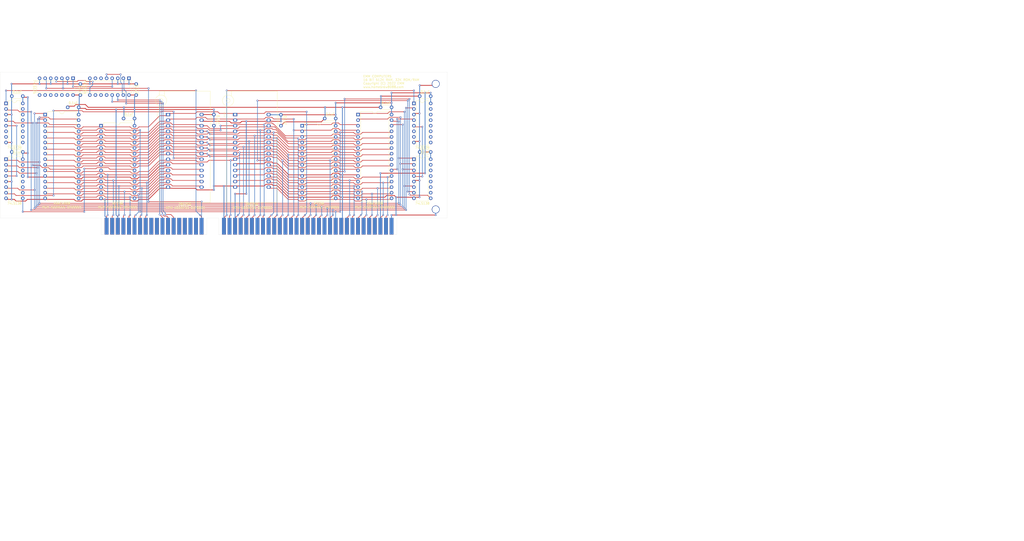
<source format=kicad_pcb>
(kicad_pcb (version 20171130) (host pcbnew "(5.1.8)-1")
  (layers (0 F.Cu signal) (31 B.Cu signal) (34 B.Paste user) (35 F.Paste user) (36 B.SilkS user) (37 F.SilkS user) (38 B.Mask user) (39 F.Mask user) (44 Edge.Cuts user))
  (net 0 "")
  (net 1 /5+)
  (net 2 /GND)
  (net 3 /IRQ2)
  (net 4 /5-)
  (net 5 /DRQ2)
  (net 6 /12-)
  (net 7 /12+)
  (net 8 /DACK3)
  (net 9 /DRQ3)
  (net 10 /DACK1)
  (net 11 /DRQ1)
  (net 12 /IRQ7)
  (net 13 /IRQ6)
  (net 14 /IRQ5)
  (net 15 /IRQ4)
  (net 16 /IRQ3)
  (net 17 /DACK2)
  (net 18 /TC)
  (net 19 /ALE)
  (net 20 /CH_CK)
  (net 21 /D7)
  (net 22 /D6)
  (net 23 /D5)
  (net 24 /D4)
  (net 25 /D3)
  (net 26 /D2)
  (net 27 /D1)
  (net 28 /D0)
  (net 29 /RDY1)
  (net 30 /AEN)
  (net 31 /A19)
  (net 32 /A18)
  (net 33 /A17)
  (net 34 /A16)
  (net 35 /A15)
  (net 36 /A14)
  (net 37 /A13)
  (net 38 /A12)
  (net 39 /A11)
  (net 40 /A10)
  (net 41 /A9)
  (net 42 /A8)
  (net 43 /A7)
  (net 44 /A6)
  (net 45 /A5)
  (net 46 /A4)
  (net 47 /A3)
  (net 48 /A2)
  (net 49 /A1)
  (net 50 /A0)
  (net 51 /RESOUT)
  (net 52 /MWR)
  (net 53 /MRD)
  (net 54 /IOWR)
  (net 55 /IORD)
  (net 56 /REFRQ)
  (net 57 /NC)
  (net 58 /OSC88)
  (net 59 /CLK88)
  (net 60 "Net-(U4-Pad7)")
  (net 61 "Net-(U4-Pad6)")
  (net 62 "Net-(U5-Pad15)")
  (net 63 "Net-(U5-Pad14)")
  (net 64 "Net-(U5-Pad13)")
  (net 65 "Net-(U5-Pad12)")
  (net 66 "Net-(U5-Pad11)")
  (net 67 "Net-(U5-Pad10)")
  (net 68 /32K_RAM_CS_EVEN)
  (net 69 /32K_ROM_CS_EVEN)
  (net 70 /512K_CS_EVEN)
  (net 71 /UPPER_512K_EVEN)
  (net 72 /D11)
  (net 73 /D12)
  (net 74 /D10)
  (net 75 /D13)
  (net 76 /D9)
  (net 77 /D14)
  (net 78 /D8)
  (net 79 /D15)
  (net 80 /32K_ROM_CS_ODD)
  (net 81 "Net-(U7-Pad7)")
  (net 82 "Net-(U7-Pad6)")
  (net 83 /UPPER_512K_ODD)
  (net 84 /SBHE)
  (net 85 /32K_RAM_CS_ODD)
  (net 86 /512K_CS_ODD)
  (net 87 "Net-(U10-Pad15)")
  (net 88 "Net-(U10-Pad14)")
  (net 89 "Net-(U10-Pad13)")
  (net 90 "Net-(U10-Pad12)")
  (net 91 "Net-(U10-Pad11)")
  (net 92 "Net-(U10-Pad10)")
  (net 93 "Net-(J1-Pad17)")
  (net 94 "Net-(J1-Pad13)")
  (net 95 "Net-(J1-Pad10)")
  (net 96 "Net-(J1-Pad9)")
  (net 97 "Net-(J1-Pad14)")
  (net 98 "Net-(J1-Pad15)")
  (net 99 "Net-(J1-Pad11)")
  (net 100 "Net-(J1-Pad12)")
  (net 101 "Net-(J1-Pad8)")
  (net 102 "Net-(J1-Pad7)")
  (net 103 "Net-(J1-Pad6)")
  (net 104 "Net-(J1-Pad5)")
  (net 105 "Net-(J1-Pad4)")
  (net 106 "Net-(J1-Pad3)")
  (net 107 "Net-(J1-Pad2)")
  (net 108 /MEMCS16)
  (net 109 /LA23)
  (net 110 /MEMR)
  (net 111 /LA21)
  (net 112 /LA19)
  (net 113 /LA17)
  (net 114 /MEMW)
  (net 115 /LA22)
  (net 116 /LA20)
  (net 117 /LA18)
  (net 118 /HIGH_MEM)
  (net 119 /LOW_MEM)
  (net 120 "Net-(U12-Pad12)")
  (net 121 "Net-(U12-Pad11)")
  (net 122 "Net-(U12-Pad10)")
  (net 123 /NOT_LOW)
  (net 124 "Net-(U12-Pad7)")
  (net 125 "Net-(U12-Pad6)")
  (module Package_DIP:DIP-16_W7.62mm (layer F.Cu) (at 42.15638 62.4586 270)
    (fp_text reference U12 hide)
    (fp_text value 74LS139 (at 3.81 20.11 270 unlocked) (layer F.SilkS))
    (pad 16 thru_hole oval (at 7.62 0 270) (size 1.6 1.6) (drill 0.8) (layers *.Cu *.Mask) (net 1 /5+))
    (pad 8 thru_hole oval (at 0 17.78 270) (size 1.6 1.6) (drill 0.8) (layers *.Cu *.Mask) (net 2 /GND))
    (pad 15 thru_hole oval (at 7.62 2.54 270) (size 1.6 1.6) (drill 0.8) (layers *.Cu *.Mask) (net 123 /NOT_LOW))
    (pad 7 thru_hole oval (at 0 15.24 270) (size 1.6 1.6) (drill 0.8) (layers *.Cu *.Mask) (net 124 "Net-(U12-Pad7)"))
    (pad 14 thru_hole oval (at 7.62 5.08 270) (size 1.6 1.6) (drill 0.8) (layers *.Cu *.Mask) (net 113 /LA17))
    (pad 6 thru_hole oval (at 0 12.7 270) (size 1.6 1.6) (drill 0.8) (layers *.Cu *.Mask) (net 125 "Net-(U12-Pad6)"))
    (pad 13 thru_hole oval (at 7.62 7.62 270) (size 1.6 1.6) (drill 0.8) (layers *.Cu *.Mask) (net 117 /LA18))
    (pad 5 thru_hole oval (at 0 10.16 270) (size 1.6 1.6) (drill 0.8) (layers *.Cu *.Mask) (net 123 /NOT_LOW))
    (pad 12 thru_hole oval (at 7.62 10.16 270) (size 1.6 1.6) (drill 0.8) (layers *.Cu *.Mask) (net 120 "Net-(U12-Pad12)"))
    (pad 4 thru_hole oval (at 0 7.62 270) (size 1.6 1.6) (drill 0.8) (layers *.Cu *.Mask) (net 119 /LOW_MEM))
    (pad 11 thru_hole oval (at 7.62 12.7 270) (size 1.6 1.6) (drill 0.8) (layers *.Cu *.Mask) (net 121 "Net-(U12-Pad11)"))
    (pad 3 thru_hole oval (at 0 5.08 270) (size 1.6 1.6) (drill 0.8) (layers *.Cu *.Mask) (net 2 /GND))
    (pad 10 thru_hole oval (at 7.62 15.24 270) (size 1.6 1.6) (drill 0.8) (layers *.Cu *.Mask) (net 122 "Net-(U12-Pad10)"))
    (pad 2 thru_hole oval (at 0 2.54 270) (size 1.6 1.6) (drill 0.8) (layers *.Cu *.Mask) (net 112 /LA19))
    (pad 9 thru_hole oval (at 7.62 17.78 270) (size 1.6 1.6) (drill 0.8) (layers *.Cu *.Mask) (net 118 /HIGH_MEM))
    (pad 1 thru_hole rect (at 0 0 270) (size 1.6 1.6) (drill 0.8) (layers *.Cu *.Mask) (net 2 /GND))
  )
  (module Package_DIP:DIP-14_W7.62mm (layer F.Cu) (at 16.75638 62.4586 270)
    (fp_text reference U11 hide)
    (fp_text value 74LS125 (at 3.81 17.57 270 unlocked) (layer F.SilkS))
    (pad 14 thru_hole oval (at 7.62 0 270) (size 1.6 1.6) (drill 0.8) (layers *.Cu *.Mask) (net 1 /5+))
    (pad 7 thru_hole oval (at 0 15.24 270) (size 1.6 1.6) (drill 0.8) (layers *.Cu *.Mask) (net 2 /GND))
    (pad 13 thru_hole oval (at 7.62 2.54 270) (size 1.6 1.6) (drill 0.8) (layers *.Cu *.Mask))
    (pad 6 thru_hole oval (at 0 12.7 270) (size 1.6 1.6) (drill 0.8) (layers *.Cu *.Mask) (net 108 /MEMCS16))
    (pad 12 thru_hole oval (at 7.62 5.08 270) (size 1.6 1.6) (drill 0.8) (layers *.Cu *.Mask))
    (pad 5 thru_hole oval (at 0 10.16 270) (size 1.6 1.6) (drill 0.8) (layers *.Cu *.Mask) (net 2 /GND))
    (pad 11 thru_hole oval (at 7.62 7.62 270) (size 1.6 1.6) (drill 0.8) (layers *.Cu *.Mask))
    (pad 4 thru_hole oval (at 0 7.62 270) (size 1.6 1.6) (drill 0.8) (layers *.Cu *.Mask) (net 118 /HIGH_MEM))
    (pad 10 thru_hole oval (at 7.62 10.16 270) (size 1.6 1.6) (drill 0.8) (layers *.Cu *.Mask))
    (pad 3 thru_hole oval (at 0 5.08 270) (size 1.6 1.6) (drill 0.8) (layers *.Cu *.Mask) (net 108 /MEMCS16))
    (pad 9 thru_hole oval (at 7.62 12.7 270) (size 1.6 1.6) (drill 0.8) (layers *.Cu *.Mask))
    (pad 2 thru_hole oval (at 0 2.54 270) (size 1.6 1.6) (drill 0.8) (layers *.Cu *.Mask) (net 2 /GND))
    (pad 8 thru_hole oval (at 7.62 15.24 270) (size 1.6 1.6) (drill 0.8) (layers *.Cu *.Mask))
    (pad 1 thru_hole rect (at 0 0 270) (size 1.6 1.6) (drill 0.8) (layers *.Cu *.Mask) (net 119 /LOW_MEM))
  )
  (module Capacitor_THT:C_Disc_D4.3mm_W1.9mm_P5.00mm (layer F.Cu) (at 45.45838 65.0786 270)
    (fp_text reference C12 hide)
    (fp_text value 0.1uF (at 2.46 0 270 unlocked) (layer F.SilkS))
    (pad 2 thru_hole circle (at 5 0 270) (size 1.6 1.6) (drill 0.8) (layers *.Cu *.Mask) (net 1 /5+))
    (pad 1 thru_hole circle (at 0 0 270) (size 1.6 1.6) (drill 0.8) (layers *.Cu *.Mask) (net 2 /GND))
  )
  (module Capacitor_THT:C_Disc_D4.3mm_W1.9mm_P5.00mm (layer F.Cu) (at 20.05838 65.0786 270)
    (fp_text reference C11 hide)
    (fp_text value 0.1uF (at 2.714 0 270 unlocked) (layer F.SilkS))
    (pad 2 thru_hole circle (at 5 0 270) (size 1.6 1.6) (drill 0.8) (layers *.Cu *.Mask) (net 1 /5+))
    (pad 1 thru_hole circle (at 0 0 270) (size 1.6 1.6) (drill 0.8) (layers *.Cu *.Mask) (net 2 /GND))
  )
  (module My:36_EDGE_CARD_BUS (layer F.Cu) (at 75.17638 125.9586 270)
    (fp_text reference J1 hide)
    (fp_text value Conn_02x18_Counter_Clockwise)
    (pad 36 connect rect (at 3.81 0) (size 1.78 7.62) (layers F.Cu F.Mask) (net 84 /SBHE))
    (pad 35 connect rect (at 3.81 2.54) (size 1.78 7.62) (layers F.Cu F.Mask) (net 109 /LA23))
    (pad 22 connect rect (at 3.81 35.56) (size 1.78 7.62) (layers F.Cu F.Mask) (net 73 /D12))
    (pad 28 connect rect (at 3.81 20.32) (size 1.78 7.62) (layers F.Cu F.Mask) (net 110 /MEMR))
    (pad 24 connect rect (at 3.81 30.48) (size 1.78 7.62) (layers F.Cu F.Mask) (net 74 /D10))
    (pad 21 connect rect (at 3.81 38.1) (size 1.78 7.62) (layers F.Cu F.Mask) (net 75 /D13))
    (pad 23 connect rect (at 3.81 33.02) (size 1.78 7.62) (layers F.Cu F.Mask) (net 72 /D11))
    (pad 20 connect rect (at 3.81 40.64) (size 1.78 7.62) (layers F.Cu F.Mask) (net 77 /D14))
    (pad 33 connect rect (at 3.81 7.62) (size 1.78 7.62) (layers F.Cu F.Mask) (net 111 /LA21))
    (pad 31 connect rect (at 3.81 12.7) (size 1.78 7.62) (layers F.Cu F.Mask) (net 112 /LA19))
    (pad 19 connect rect (at 3.81 43.18) (size 1.78 7.62) (layers F.Cu F.Mask) (net 79 /D15))
    (pad 29 connect rect (at 3.81 17.78) (size 1.78 7.62) (layers F.Cu F.Mask) (net 113 /LA17))
    (pad 27 connect rect (at 3.81 22.86) (size 1.78 7.62) (layers F.Cu F.Mask) (net 114 /MEMW))
    (pad 25 connect rect (at 3.81 27.94) (size 1.78 7.62) (layers F.Cu F.Mask) (net 76 /D9))
    (pad 34 connect rect (at 3.81 5.08) (size 1.78 7.62) (layers F.Cu F.Mask) (net 115 /LA22))
    (pad 32 connect rect (at 3.81 10.16) (size 1.78 7.62) (layers F.Cu F.Mask) (net 116 /LA20))
    (pad 30 connect rect (at 3.81 15.24) (size 1.78 7.62) (layers F.Cu F.Mask) (net 117 /LA18))
    (pad 26 connect rect (at 3.81 25.4) (size 1.78 7.62) (layers F.Cu F.Mask) (net 78 /D8))
    (pad 17 connect rect (at 3.81 40.64) (size 1.78 7.62) (layers B.Cu B.Mask) (net 93 "Net-(J1-Pad17)"))
    (pad 16 connect rect (at 3.81 38.1) (size 1.78 7.62) (layers B.Cu B.Mask) (net 1 /5+))
    (pad 13 connect rect (at 3.81 30.48) (size 1.78 7.62) (layers B.Cu B.Mask) (net 94 "Net-(J1-Pad13)"))
    (pad 10 connect rect (at 3.81 22.86) (size 1.78 7.62) (layers B.Cu B.Mask) (net 95 "Net-(J1-Pad10)"))
    (pad 9 connect rect (at 3.81 20.32) (size 1.78 7.62) (layers B.Cu B.Mask) (net 96 "Net-(J1-Pad9)"))
    (pad 14 connect rect (at 3.81 33.02) (size 1.78 7.62) (layers B.Cu B.Mask) (net 97 "Net-(J1-Pad14)"))
    (pad 15 connect rect (at 3.81 35.56) (size 1.78 7.62) (layers B.Cu B.Mask) (net 98 "Net-(J1-Pad15)"))
    (pad 11 connect rect (at 3.81 25.4) (size 1.78 7.62) (layers B.Cu B.Mask) (net 99 "Net-(J1-Pad11)"))
    (pad 12 connect rect (at 3.81 27.94) (size 1.78 7.62) (layers B.Cu B.Mask) (net 100 "Net-(J1-Pad12)"))
    (pad 8 connect rect (at 3.81 17.78) (size 1.78 7.62) (layers B.Cu B.Mask) (net 101 "Net-(J1-Pad8)"))
    (pad 18 connect rect (at 3.81 43.18) (size 1.78 7.62) (layers B.Cu B.Mask) (net 2 /GND))
    (pad 7 connect rect (at 3.81 15.24) (size 1.78 7.62) (layers B.Cu B.Mask) (net 102 "Net-(J1-Pad7)"))
    (pad 6 connect rect (at 3.81 12.7) (size 1.78 7.62) (layers B.Cu B.Mask) (net 103 "Net-(J1-Pad6)"))
    (pad 5 connect rect (at 3.81 10.16) (size 1.78 7.62) (layers B.Cu B.Mask) (net 104 "Net-(J1-Pad5)"))
    (pad 4 connect rect (at 3.81 7.62) (size 1.78 7.62) (layers B.Cu B.Mask) (net 105 "Net-(J1-Pad4)"))
    (pad 3 connect rect (at 3.81 5.08) (size 1.78 7.62) (layers B.Cu B.Mask) (net 106 "Net-(J1-Pad3)"))
    (pad 2 connect rect (at 3.81 2.54) (size 1.78 7.62) (layers B.Cu B.Mask) (net 107 "Net-(J1-Pad2)"))
    (pad 1 connect rect (at 3.81 0) (size 1.78 7.62) (layers B.Cu B.Mask) (net 108 /MEMCS16))
  )
  (module Package_DIP:DIP-16_W7.62mm (layer F.Cu) (at -13.72362 99.2886)
    (fp_text reference U10 hide)
    (fp_text value 74LS138 (at 3.81 20.11) (layer F.SilkS))
    (pad 16 thru_hole oval (at 7.62 0) (size 1.6 1.6) (drill 0.8) (layers *.Cu *.Mask) (net 1 /5+))
    (pad 8 thru_hole oval (at 0 17.78) (size 1.6 1.6) (drill 0.8) (layers *.Cu *.Mask) (net 2 /GND))
    (pad 15 thru_hole oval (at 7.62 2.54) (size 1.6 1.6) (drill 0.8) (layers *.Cu *.Mask) (net 87 "Net-(U10-Pad15)"))
    (pad 7 thru_hole oval (at 0 15.24) (size 1.6 1.6) (drill 0.8) (layers *.Cu *.Mask) (net 80 /32K_ROM_CS_ODD))
    (pad 14 thru_hole oval (at 7.62 5.08) (size 1.6 1.6) (drill 0.8) (layers *.Cu *.Mask) (net 88 "Net-(U10-Pad14)"))
    (pad 6 thru_hole oval (at 0 12.7) (size 1.6 1.6) (drill 0.8) (layers *.Cu *.Mask) (net 32 /A18))
    (pad 13 thru_hole oval (at 7.62 7.62) (size 1.6 1.6) (drill 0.8) (layers *.Cu *.Mask) (net 89 "Net-(U10-Pad13)"))
    (pad 5 thru_hole oval (at 0 10.16) (size 1.6 1.6) (drill 0.8) (layers *.Cu *.Mask) (net 2 /GND))
    (pad 12 thru_hole oval (at 7.62 10.16) (size 1.6 1.6) (drill 0.8) (layers *.Cu *.Mask) (net 90 "Net-(U10-Pad12)"))
    (pad 4 thru_hole oval (at 0 7.62) (size 1.6 1.6) (drill 0.8) (layers *.Cu *.Mask) (net 83 /UPPER_512K_ODD))
    (pad 11 thru_hole oval (at 7.62 12.7) (size 1.6 1.6) (drill 0.8) (layers *.Cu *.Mask) (net 91 "Net-(U10-Pad11)"))
    (pad 3 thru_hole oval (at 0 5.08) (size 1.6 1.6) (drill 0.8) (layers *.Cu *.Mask) (net 33 /A17))
    (pad 10 thru_hole oval (at 7.62 15.24) (size 1.6 1.6) (drill 0.8) (layers *.Cu *.Mask) (net 92 "Net-(U10-Pad10)"))
    (pad 2 thru_hole oval (at 0 2.54) (size 1.6 1.6) (drill 0.8) (layers *.Cu *.Mask) (net 34 /A16))
    (pad 9 thru_hole oval (at 7.62 17.78) (size 1.6 1.6) (drill 0.8) (layers *.Cu *.Mask) (net 85 /32K_RAM_CS_ODD))
    (pad 1 thru_hole rect (at 0 0) (size 1.6 1.6) (drill 0.8) (layers *.Cu *.Mask) (net 35 /A15))
  )
  (module Package_DIP:DIP-32_W15.24mm (layer F.Cu) (at 4.05638 78.9686)
    (fp_text reference U9 hide)
    (fp_text value AS6C4008 (at 7.62 40.43) (layer F.SilkS))
    (pad 32 thru_hole oval (at 15.24 0) (size 1.6 1.6) (drill 0.8) (layers *.Cu *.Mask) (net 1 /5+))
    (pad 16 thru_hole oval (at 0 38.1) (size 1.6 1.6) (drill 0.8) (layers *.Cu *.Mask) (net 2 /GND))
    (pad 31 thru_hole oval (at 15.24 2.54) (size 1.6 1.6) (drill 0.8) (layers *.Cu *.Mask) (net 35 /A15))
    (pad 15 thru_hole oval (at 0 35.56) (size 1.6 1.6) (drill 0.8) (layers *.Cu *.Mask) (net 74 /D10))
    (pad 30 thru_hole oval (at 15.24 5.08) (size 1.6 1.6) (drill 0.8) (layers *.Cu *.Mask) (net 33 /A17))
    (pad 14 thru_hole oval (at 0 33.02) (size 1.6 1.6) (drill 0.8) (layers *.Cu *.Mask) (net 76 /D9))
    (pad 29 thru_hole oval (at 15.24 7.62) (size 1.6 1.6) (drill 0.8) (layers *.Cu *.Mask) (net 52 /MWR))
    (pad 13 thru_hole oval (at 0 30.48) (size 1.6 1.6) (drill 0.8) (layers *.Cu *.Mask) (net 78 /D8))
    (pad 28 thru_hole oval (at 15.24 10.16) (size 1.6 1.6) (drill 0.8) (layers *.Cu *.Mask) (net 37 /A13))
    (pad 12 thru_hole oval (at 0 27.94) (size 1.6 1.6) (drill 0.8) (layers *.Cu *.Mask) (net 1 /5+))
    (pad 27 thru_hole oval (at 15.24 12.7) (size 1.6 1.6) (drill 0.8) (layers *.Cu *.Mask) (net 42 /A8))
    (pad 11 thru_hole oval (at 0 25.4) (size 1.6 1.6) (drill 0.8) (layers *.Cu *.Mask) (net 49 /A1))
    (pad 26 thru_hole oval (at 15.24 15.24) (size 1.6 1.6) (drill 0.8) (layers *.Cu *.Mask) (net 41 /A9))
    (pad 10 thru_hole oval (at 0 22.86) (size 1.6 1.6) (drill 0.8) (layers *.Cu *.Mask) (net 48 /A2))
    (pad 25 thru_hole oval (at 15.24 17.78) (size 1.6 1.6) (drill 0.8) (layers *.Cu *.Mask) (net 39 /A11))
    (pad 9 thru_hole oval (at 0 20.32) (size 1.6 1.6) (drill 0.8) (layers *.Cu *.Mask) (net 47 /A3))
    (pad 24 thru_hole oval (at 15.24 20.32) (size 1.6 1.6) (drill 0.8) (layers *.Cu *.Mask) (net 53 /MRD))
    (pad 8 thru_hole oval (at 0 17.78) (size 1.6 1.6) (drill 0.8) (layers *.Cu *.Mask) (net 46 /A4))
    (pad 23 thru_hole oval (at 15.24 22.86) (size 1.6 1.6) (drill 0.8) (layers *.Cu *.Mask) (net 40 /A10))
    (pad 7 thru_hole oval (at 0 15.24) (size 1.6 1.6) (drill 0.8) (layers *.Cu *.Mask) (net 45 /A5))
    (pad 22 thru_hole oval (at 15.24 25.4) (size 1.6 1.6) (drill 0.8) (layers *.Cu *.Mask) (net 86 /512K_CS_ODD))
    (pad 6 thru_hole oval (at 0 12.7) (size 1.6 1.6) (drill 0.8) (layers *.Cu *.Mask) (net 44 /A6))
    (pad 21 thru_hole oval (at 15.24 27.94) (size 1.6 1.6) (drill 0.8) (layers *.Cu *.Mask) (net 79 /D15))
    (pad 5 thru_hole oval (at 0 10.16) (size 1.6 1.6) (drill 0.8) (layers *.Cu *.Mask) (net 43 /A7))
    (pad 20 thru_hole oval (at 15.24 30.48) (size 1.6 1.6) (drill 0.8) (layers *.Cu *.Mask) (net 77 /D14))
    (pad 4 thru_hole oval (at 0 7.62) (size 1.6 1.6) (drill 0.8) (layers *.Cu *.Mask) (net 38 /A12))
    (pad 19 thru_hole oval (at 15.24 33.02) (size 1.6 1.6) (drill 0.8) (layers *.Cu *.Mask) (net 75 /D13))
    (pad 3 thru_hole oval (at 0 5.08) (size 1.6 1.6) (drill 0.8) (layers *.Cu *.Mask) (net 36 /A14))
    (pad 18 thru_hole oval (at 15.24 35.56) (size 1.6 1.6) (drill 0.8) (layers *.Cu *.Mask) (net 73 /D12))
    (pad 2 thru_hole oval (at 0 2.54) (size 1.6 1.6) (drill 0.8) (layers *.Cu *.Mask) (net 34 /A16))
    (pad 17 thru_hole oval (at 15.24 38.1) (size 1.6 1.6) (drill 0.8) (layers *.Cu *.Mask) (net 72 /D11))
    (pad 1 thru_hole rect (at 0 0) (size 1.6 1.6) (drill 0.8) (layers *.Cu *.Mask) (net 32 /A18))
  )
  (module Package_DIP:DIP-28_W15.24mm (layer F.Cu) (at 29.45638 84.0486)
    (fp_text reference U8 hide)
    (fp_text value 62256 (at 7.62 35.35) (layer F.SilkS))
    (pad 28 thru_hole oval (at 15.24 0) (size 1.6 1.6) (drill 0.8) (layers *.Cu *.Mask) (net 1 /5+))
    (pad 14 thru_hole oval (at 0 33.02) (size 1.6 1.6) (drill 0.8) (layers *.Cu *.Mask) (net 2 /GND))
    (pad 27 thru_hole oval (at 15.24 2.54) (size 1.6 1.6) (drill 0.8) (layers *.Cu *.Mask) (net 52 /MWR))
    (pad 13 thru_hole oval (at 0 30.48) (size 1.6 1.6) (drill 0.8) (layers *.Cu *.Mask) (net 74 /D10))
    (pad 26 thru_hole oval (at 15.24 5.08) (size 1.6 1.6) (drill 0.8) (layers *.Cu *.Mask) (net 37 /A13))
    (pad 12 thru_hole oval (at 0 27.94) (size 1.6 1.6) (drill 0.8) (layers *.Cu *.Mask) (net 76 /D9))
    (pad 25 thru_hole oval (at 15.24 7.62) (size 1.6 1.6) (drill 0.8) (layers *.Cu *.Mask) (net 42 /A8))
    (pad 11 thru_hole oval (at 0 25.4) (size 1.6 1.6) (drill 0.8) (layers *.Cu *.Mask) (net 78 /D8))
    (pad 24 thru_hole oval (at 15.24 10.16) (size 1.6 1.6) (drill 0.8) (layers *.Cu *.Mask) (net 41 /A9))
    (pad 10 thru_hole oval (at 0 22.86) (size 1.6 1.6) (drill 0.8) (layers *.Cu *.Mask) (net 1 /5+))
    (pad 23 thru_hole oval (at 15.24 12.7) (size 1.6 1.6) (drill 0.8) (layers *.Cu *.Mask) (net 39 /A11))
    (pad 9 thru_hole oval (at 0 20.32) (size 1.6 1.6) (drill 0.8) (layers *.Cu *.Mask) (net 49 /A1))
    (pad 22 thru_hole oval (at 15.24 15.24) (size 1.6 1.6) (drill 0.8) (layers *.Cu *.Mask) (net 53 /MRD))
    (pad 8 thru_hole oval (at 0 17.78) (size 1.6 1.6) (drill 0.8) (layers *.Cu *.Mask) (net 48 /A2))
    (pad 21 thru_hole oval (at 15.24 17.78) (size 1.6 1.6) (drill 0.8) (layers *.Cu *.Mask) (net 40 /A10))
    (pad 7 thru_hole oval (at 0 15.24) (size 1.6 1.6) (drill 0.8) (layers *.Cu *.Mask) (net 47 /A3))
    (pad 20 thru_hole oval (at 15.24 20.32) (size 1.6 1.6) (drill 0.8) (layers *.Cu *.Mask) (net 85 /32K_RAM_CS_ODD))
    (pad 6 thru_hole oval (at 0 12.7) (size 1.6 1.6) (drill 0.8) (layers *.Cu *.Mask) (net 46 /A4))
    (pad 19 thru_hole oval (at 15.24 22.86) (size 1.6 1.6) (drill 0.8) (layers *.Cu *.Mask) (net 79 /D15))
    (pad 5 thru_hole oval (at 0 10.16) (size 1.6 1.6) (drill 0.8) (layers *.Cu *.Mask) (net 45 /A5))
    (pad 18 thru_hole oval (at 15.24 25.4) (size 1.6 1.6) (drill 0.8) (layers *.Cu *.Mask) (net 77 /D14))
    (pad 4 thru_hole oval (at 0 7.62) (size 1.6 1.6) (drill 0.8) (layers *.Cu *.Mask) (net 44 /A6))
    (pad 17 thru_hole oval (at 15.24 27.94) (size 1.6 1.6) (drill 0.8) (layers *.Cu *.Mask) (net 75 /D13))
    (pad 3 thru_hole oval (at 0 5.08) (size 1.6 1.6) (drill 0.8) (layers *.Cu *.Mask) (net 43 /A7))
    (pad 16 thru_hole oval (at 15.24 30.48) (size 1.6 1.6) (drill 0.8) (layers *.Cu *.Mask) (net 73 /D12))
    (pad 2 thru_hole oval (at 0 2.54) (size 1.6 1.6) (drill 0.8) (layers *.Cu *.Mask) (net 38 /A12))
    (pad 15 thru_hole oval (at 15.24 33.02) (size 1.6 1.6) (drill 0.8) (layers *.Cu *.Mask) (net 72 /D11))
    (pad 1 thru_hole rect (at 0 0) (size 1.6 1.6) (drill 0.8) (layers *.Cu *.Mask) (net 36 /A14))
  )
  (module Package_DIP:DIP-16_W7.62mm (layer F.Cu) (at -13.72362 73.8886)
    (fp_text reference U7 hide)
    (fp_text value 74LS139 (at 3.81 20.11) (layer F.SilkS))
    (pad 16 thru_hole oval (at 7.62 0) (size 1.6 1.6) (drill 0.8) (layers *.Cu *.Mask) (net 1 /5+))
    (pad 8 thru_hole oval (at 0 17.78) (size 1.6 1.6) (drill 0.8) (layers *.Cu *.Mask) (net 2 /GND))
    (pad 15 thru_hole oval (at 7.62 2.54) (size 1.6 1.6) (drill 0.8) (layers *.Cu *.Mask))
    (pad 7 thru_hole oval (at 0 15.24) (size 1.6 1.6) (drill 0.8) (layers *.Cu *.Mask) (net 81 "Net-(U7-Pad7)"))
    (pad 14 thru_hole oval (at 7.62 5.08) (size 1.6 1.6) (drill 0.8) (layers *.Cu *.Mask))
    (pad 6 thru_hole oval (at 0 12.7) (size 1.6 1.6) (drill 0.8) (layers *.Cu *.Mask) (net 82 "Net-(U7-Pad6)"))
    (pad 13 thru_hole oval (at 7.62 7.62) (size 1.6 1.6) (drill 0.8) (layers *.Cu *.Mask))
    (pad 5 thru_hole oval (at 0 10.16) (size 1.6 1.6) (drill 0.8) (layers *.Cu *.Mask) (net 83 /UPPER_512K_ODD))
    (pad 12 thru_hole oval (at 7.62 10.16) (size 1.6 1.6) (drill 0.8) (layers *.Cu *.Mask))
    (pad 4 thru_hole oval (at 0 7.62) (size 1.6 1.6) (drill 0.8) (layers *.Cu *.Mask) (net 86 /512K_CS_ODD))
    (pad 11 thru_hole oval (at 7.62 12.7) (size 1.6 1.6) (drill 0.8) (layers *.Cu *.Mask))
    (pad 3 thru_hole oval (at 0 5.08) (size 1.6 1.6) (drill 0.8) (layers *.Cu *.Mask) (net 2 /GND))
    (pad 10 thru_hole oval (at 7.62 15.24) (size 1.6 1.6) (drill 0.8) (layers *.Cu *.Mask))
    (pad 2 thru_hole oval (at 0 2.54) (size 1.6 1.6) (drill 0.8) (layers *.Cu *.Mask) (net 31 /A19))
    (pad 9 thru_hole oval (at 7.62 17.78) (size 1.6 1.6) (drill 0.8) (layers *.Cu *.Mask))
    (pad 1 thru_hole rect (at 0 0) (size 1.6 1.6) (drill 0.8) (layers *.Cu *.Mask) (net 84 /SBHE))
  )
  (module Socket:DIP_Socket-28_W11.9_W12.7_W15.24_W17.78_W18.5_3M_228-1277-00-0602J (layer F.Cu) (at 59.93638 78.9686)
    (fp_text reference U6 hide)
    (fp_text value 28C256 (at 7.62 40.84) (layer F.SilkS))
    (pad 15 thru_hole oval (at 15.24 33.02) (size 2 1.44) (drill 1) (layers *.Cu *.Mask) (net 72 /D11))
    (pad 14 thru_hole oval (at 0 33.02) (size 2 1.44) (drill 1) (layers *.Cu *.Mask) (net 2 /GND))
    (pad 16 thru_hole oval (at 15.24 30.48) (size 2 1.44) (drill 1) (layers *.Cu *.Mask) (net 73 /D12))
    (pad 13 thru_hole oval (at 0 30.48) (size 2 1.44) (drill 1) (layers *.Cu *.Mask) (net 74 /D10))
    (pad 17 thru_hole oval (at 15.24 27.94) (size 2 1.44) (drill 1) (layers *.Cu *.Mask) (net 75 /D13))
    (pad 12 thru_hole oval (at 0 27.94) (size 2 1.44) (drill 1) (layers *.Cu *.Mask) (net 76 /D9))
    (pad 18 thru_hole oval (at 15.24 25.4) (size 2 1.44) (drill 1) (layers *.Cu *.Mask) (net 77 /D14))
    (pad 11 thru_hole oval (at 0 25.4) (size 2 1.44) (drill 1) (layers *.Cu *.Mask) (net 78 /D8))
    (pad 19 thru_hole oval (at 15.24 22.86) (size 2 1.44) (drill 1) (layers *.Cu *.Mask) (net 79 /D15))
    (pad 10 thru_hole oval (at 0 22.86) (size 2 1.44) (drill 1) (layers *.Cu *.Mask) (net 1 /5+))
    (pad 20 thru_hole oval (at 15.24 20.32) (size 2 1.44) (drill 1) (layers *.Cu *.Mask) (net 80 /32K_ROM_CS_ODD))
    (pad 9 thru_hole oval (at 0 20.32) (size 2 1.44) (drill 1) (layers *.Cu *.Mask) (net 49 /A1))
    (pad 21 thru_hole oval (at 15.24 17.78) (size 2 1.44) (drill 1) (layers *.Cu *.Mask) (net 40 /A10))
    (pad 8 thru_hole oval (at 0 17.78) (size 2 1.44) (drill 1) (layers *.Cu *.Mask) (net 48 /A2))
    (pad 22 thru_hole oval (at 15.24 15.24) (size 2 1.44) (drill 1) (layers *.Cu *.Mask) (net 53 /MRD))
    (pad 7 thru_hole oval (at 0 15.24) (size 2 1.44) (drill 1) (layers *.Cu *.Mask) (net 47 /A3))
    (pad 23 thru_hole oval (at 15.24 12.7) (size 2 1.44) (drill 1) (layers *.Cu *.Mask) (net 39 /A11))
    (pad 6 thru_hole oval (at 0 12.7) (size 2 1.44) (drill 1) (layers *.Cu *.Mask) (net 46 /A4))
    (pad 24 thru_hole oval (at 15.24 10.16) (size 2 1.44) (drill 1) (layers *.Cu *.Mask) (net 41 /A9))
    (pad 5 thru_hole oval (at 0 10.16) (size 2 1.44) (drill 1) (layers *.Cu *.Mask) (net 45 /A5))
    (pad 25 thru_hole oval (at 15.24 7.62) (size 2 1.44) (drill 1) (layers *.Cu *.Mask) (net 42 /A8))
    (pad 4 thru_hole oval (at 0 7.62) (size 2 1.44) (drill 1) (layers *.Cu *.Mask) (net 44 /A6))
    (pad 26 thru_hole oval (at 15.24 5.08) (size 2 1.44) (drill 1) (layers *.Cu *.Mask) (net 37 /A13))
    (pad 3 thru_hole oval (at 0 5.08) (size 2 1.44) (drill 1) (layers *.Cu *.Mask) (net 43 /A7))
    (pad 27 thru_hole oval (at 15.24 2.54) (size 2 1.44) (drill 1) (layers *.Cu *.Mask) (net 1 /5+))
    (pad 2 thru_hole oval (at 0 2.54) (size 2 1.44) (drill 1) (layers *.Cu *.Mask) (net 38 /A12))
    (pad 28 thru_hole oval (at 15.24 0) (size 2 1.44) (drill 1) (layers *.Cu *.Mask) (net 1 /5+))
    (pad 1 thru_hole rect (at 0 0) (size 2 1.44) (drill 1) (layers *.Cu *.Mask) (net 36 /A14))
  )
  (module Capacitor_THT:C_Disc_D4.3mm_W1.9mm_P5.00mm (layer F.Cu) (at 39.69638 80.7466)
    (fp_text reference C10 hide)
    (fp_text value 0.1uF (at 2.46 -2.032) (layer F.SilkS))
    (pad 2 thru_hole circle (at 5 0) (size 1.6 1.6) (drill 0.8) (layers *.Cu *.Mask) (net 1 /5+))
    (pad 1 thru_hole circle (at 0 0) (size 1.6 1.6) (drill 0.8) (layers *.Cu *.Mask) (net 2 /GND))
  )
  (module Capacitor_THT:C_Disc_D4.3mm_W1.9mm_P5.00mm (layer F.Cu) (at 14.29638 75.6666)
    (fp_text reference C9 hide)
    (fp_text value 0.1uF (at 2.5 -2.032) (layer F.SilkS))
    (pad 2 thru_hole circle (at 5 0) (size 1.6 1.6) (drill 0.8) (layers *.Cu *.Mask) (net 1 /5+))
    (pad 1 thru_hole circle (at 0 0) (size 1.6 1.6) (drill 0.8) (layers *.Cu *.Mask) (net 2 /GND))
  )
  (module Capacitor_THT:C_Disc_D4.3mm_W1.9mm_P5.00mm (layer F.Cu) (at 80.76438 83.9686 90)
    (fp_text reference C8 hide)
    (fp_text value 0.1uF (at 2.714 2.032 270 unlocked) (layer F.SilkS))
    (pad 2 thru_hole circle (at 5 0 90) (size 1.6 1.6) (drill 0.8) (layers *.Cu *.Mask) (net 1 /5+))
    (pad 1 thru_hole circle (at 0 0 90) (size 1.6 1.6) (drill 0.8) (layers *.Cu *.Mask) (net 2 /GND))
  )
  (module Capacitor_THT:C_Disc_D4.3mm_W1.9mm_P5.00mm (layer F.Cu) (at -11.10362 70.5866)
    (fp_text reference C7 hide)
    (fp_text value 0.1uF (at 2.5 -2.032) (layer F.SilkS))
    (pad 2 thru_hole circle (at 5 0) (size 1.6 1.6) (drill 0.8) (layers *.Cu *.Mask) (net 1 /5+))
    (pad 1 thru_hole circle (at 0 0) (size 1.6 1.6) (drill 0.8) (layers *.Cu *.Mask) (net 2 /GND))
  )
  (module Capacitor_THT:C_Disc_D4.3mm_W1.9mm_P5.00mm (layer F.Cu) (at -11.10362 95.9866)
    (fp_text reference C6 hide)
    (fp_text value 0.1uF (at 2.5 0) (layer F.SilkS))
    (pad 2 thru_hole circle (at 5 0) (size 1.6 1.6) (drill 0.8) (layers *.Cu *.Mask) (net 1 /5+))
    (pad 1 thru_hole circle (at 0 0) (size 1.6 1.6) (drill 0.8) (layers *.Cu *.Mask) (net 2 /GND))
  )
  (module Motherboard:Large_Via (layer F.Cu) (at 181.60238 122.1486)
    (fp_text reference R hide)
    (fp_text value L hide)
    (pad 1 thru_hole circle (at 0 0) (size 3.556 3.556) (drill 3.048) (layers *.Cu *.Mask) (net 2 /GND))
  )
  (module Motherboard:Large_Via (layer F.Cu) (at 181.60238 64.9986)
    (fp_text reference R hide)
    (fp_text value L hide)
    (pad 1 thru_hole circle (at 0 0) (size 3.556 3.556) (drill 3.048) (layers *.Cu *.Mask) (net 2 /GND))
  )
  (module Package_DIP:DIP-16_W7.62mm (layer F.Cu) (at 171.69638 99.2886)
    (fp_text reference U5 hide)
    (fp_text value 74LS138 (at 3.81 20.11) (layer F.SilkS))
    (pad 16 thru_hole oval (at 7.62 0) (size 1.6 1.6) (drill 0.8) (layers *.Cu *.Mask) (net 1 /5+))
    (pad 8 thru_hole oval (at 0 17.78) (size 1.6 1.6) (drill 0.8) (layers *.Cu *.Mask) (net 2 /GND))
    (pad 15 thru_hole oval (at 7.62 2.54) (size 1.6 1.6) (drill 0.8) (layers *.Cu *.Mask) (net 62 "Net-(U5-Pad15)"))
    (pad 7 thru_hole oval (at 0 15.24) (size 1.6 1.6) (drill 0.8) (layers *.Cu *.Mask) (net 69 /32K_ROM_CS_EVEN))
    (pad 14 thru_hole oval (at 7.62 5.08) (size 1.6 1.6) (drill 0.8) (layers *.Cu *.Mask) (net 63 "Net-(U5-Pad14)"))
    (pad 6 thru_hole oval (at 0 12.7) (size 1.6 1.6) (drill 0.8) (layers *.Cu *.Mask) (net 32 /A18))
    (pad 13 thru_hole oval (at 7.62 7.62) (size 1.6 1.6) (drill 0.8) (layers *.Cu *.Mask) (net 64 "Net-(U5-Pad13)"))
    (pad 5 thru_hole oval (at 0 10.16) (size 1.6 1.6) (drill 0.8) (layers *.Cu *.Mask) (net 2 /GND))
    (pad 12 thru_hole oval (at 7.62 10.16) (size 1.6 1.6) (drill 0.8) (layers *.Cu *.Mask) (net 65 "Net-(U5-Pad12)"))
    (pad 4 thru_hole oval (at 0 7.62) (size 1.6 1.6) (drill 0.8) (layers *.Cu *.Mask) (net 71 /UPPER_512K_EVEN))
    (pad 11 thru_hole oval (at 7.62 12.7) (size 1.6 1.6) (drill 0.8) (layers *.Cu *.Mask) (net 66 "Net-(U5-Pad11)"))
    (pad 3 thru_hole oval (at 0 5.08) (size 1.6 1.6) (drill 0.8) (layers *.Cu *.Mask) (net 33 /A17))
    (pad 10 thru_hole oval (at 7.62 15.24) (size 1.6 1.6) (drill 0.8) (layers *.Cu *.Mask) (net 67 "Net-(U5-Pad10)"))
    (pad 2 thru_hole oval (at 0 2.54) (size 1.6 1.6) (drill 0.8) (layers *.Cu *.Mask) (net 34 /A16))
    (pad 9 thru_hole oval (at 7.62 17.78) (size 1.6 1.6) (drill 0.8) (layers *.Cu *.Mask) (net 68 /32K_RAM_CS_EVEN))
    (pad 1 thru_hole rect (at 0 0) (size 1.6 1.6) (drill 0.8) (layers *.Cu *.Mask) (net 35 /A15))
  )
  (module Package_DIP:DIP-16_W7.62mm (layer F.Cu) (at 171.69638 73.8886)
    (fp_text reference U4 hide)
    (fp_text value 74LS139 (at 3.81 20.11) (layer F.SilkS))
    (pad 16 thru_hole oval (at 7.62 0) (size 1.6 1.6) (drill 0.8) (layers *.Cu *.Mask) (net 1 /5+))
    (pad 8 thru_hole oval (at 0 17.78) (size 1.6 1.6) (drill 0.8) (layers *.Cu *.Mask) (net 2 /GND))
    (pad 15 thru_hole oval (at 7.62 2.54) (size 1.6 1.6) (drill 0.8) (layers *.Cu *.Mask))
    (pad 7 thru_hole oval (at 0 15.24) (size 1.6 1.6) (drill 0.8) (layers *.Cu *.Mask) (net 60 "Net-(U4-Pad7)"))
    (pad 14 thru_hole oval (at 7.62 5.08) (size 1.6 1.6) (drill 0.8) (layers *.Cu *.Mask))
    (pad 6 thru_hole oval (at 0 12.7) (size 1.6 1.6) (drill 0.8) (layers *.Cu *.Mask) (net 61 "Net-(U4-Pad6)"))
    (pad 13 thru_hole oval (at 7.62 7.62) (size 1.6 1.6) (drill 0.8) (layers *.Cu *.Mask))
    (pad 5 thru_hole oval (at 0 10.16) (size 1.6 1.6) (drill 0.8) (layers *.Cu *.Mask) (net 71 /UPPER_512K_EVEN))
    (pad 12 thru_hole oval (at 7.62 10.16) (size 1.6 1.6) (drill 0.8) (layers *.Cu *.Mask))
    (pad 4 thru_hole oval (at 0 7.62) (size 1.6 1.6) (drill 0.8) (layers *.Cu *.Mask) (net 70 /512K_CS_EVEN))
    (pad 11 thru_hole oval (at 7.62 12.7) (size 1.6 1.6) (drill 0.8) (layers *.Cu *.Mask))
    (pad 3 thru_hole oval (at 0 5.08) (size 1.6 1.6) (drill 0.8) (layers *.Cu *.Mask) (net 2 /GND))
    (pad 10 thru_hole oval (at 7.62 15.24) (size 1.6 1.6) (drill 0.8) (layers *.Cu *.Mask))
    (pad 2 thru_hole oval (at 0 2.54) (size 1.6 1.6) (drill 0.8) (layers *.Cu *.Mask) (net 31 /A19))
    (pad 9 thru_hole oval (at 7.62 17.78) (size 1.6 1.6) (drill 0.8) (layers *.Cu *.Mask))
    (pad 1 thru_hole rect (at 0 0) (size 1.6 1.6) (drill 0.8) (layers *.Cu *.Mask) (net 50 /A0))
  )
  (module Capacitor_THT:C_Disc_D4.3mm_W1.9mm_P5.00mm (layer F.Cu) (at 174.31638 95.9866)
    (fp_text reference C5 hide)
    (fp_text value 0.1uF (at 2.5 0) (layer F.SilkS))
    (pad 2 thru_hole circle (at 5 0) (size 1.6 1.6) (drill 0.8) (layers *.Cu *.Mask) (net 1 /5+))
    (pad 1 thru_hole circle (at 0 0) (size 1.6 1.6) (drill 0.8) (layers *.Cu *.Mask) (net 2 /GND))
  )
  (module Capacitor_THT:C_Disc_D4.3mm_W1.9mm_P5.00mm (layer F.Cu) (at 174.31638 70.5866)
    (fp_text reference C4 hide)
    (fp_text value 0.1uF (at 2.5 -2.032) (layer F.SilkS))
    (pad 2 thru_hole circle (at 5 0) (size 1.6 1.6) (drill 0.8) (layers *.Cu *.Mask) (net 1 /5+))
    (pad 1 thru_hole circle (at 0 0) (size 1.6 1.6) (drill 0.8) (layers *.Cu *.Mask) (net 2 /GND))
  )
  (module Capacitor_THT:C_Disc_D4.3mm_W1.9mm_P5.00mm (layer F.Cu) (at 156.53638 75.6666)
    (fp_text reference C3 hide)
    (fp_text value 0.1uF (at 2.46 -2.032) (layer F.SilkS))
    (pad 2 thru_hole circle (at 5 0) (size 1.6 1.6) (drill 0.8) (layers *.Cu *.Mask) (net 1 /5+))
    (pad 1 thru_hole circle (at 0 0) (size 1.6 1.6) (drill 0.8) (layers *.Cu *.Mask) (net 2 /GND))
  )
  (module Capacitor_THT:C_Disc_D4.3mm_W1.9mm_P5.00mm (layer F.Cu) (at 131.13638 80.7466)
    (fp_text reference C2 hide)
    (fp_text value 0.1uF (at 2.5 -2.032) (layer F.SilkS))
    (pad 2 thru_hole circle (at 5 0) (size 1.6 1.6) (drill 0.8) (layers *.Cu *.Mask) (net 1 /5+))
    (pad 1 thru_hole circle (at 0 0) (size 1.6 1.6) (drill 0.8) (layers *.Cu *.Mask) (net 2 /GND))
  )
  (module Socket:DIP_Socket-28_W11.9_W12.7_W15.24_W17.78_W18.5_3M_228-1277-00-0602J (layer F.Cu) (at 90.41638 78.9686)
    (fp_text reference U2 hide)
    (fp_text value 28C256 (at 7.62 40.84) (layer F.SilkS))
    (pad 15 thru_hole oval (at 15.24 33.02) (size 2 1.44) (drill 1) (layers *.Cu *.Mask) (net 25 /D3))
    (pad 14 thru_hole oval (at 0 33.02) (size 2 1.44) (drill 1) (layers *.Cu *.Mask) (net 2 /GND))
    (pad 16 thru_hole oval (at 15.24 30.48) (size 2 1.44) (drill 1) (layers *.Cu *.Mask) (net 24 /D4))
    (pad 13 thru_hole oval (at 0 30.48) (size 2 1.44) (drill 1) (layers *.Cu *.Mask) (net 26 /D2))
    (pad 17 thru_hole oval (at 15.24 27.94) (size 2 1.44) (drill 1) (layers *.Cu *.Mask) (net 23 /D5))
    (pad 12 thru_hole oval (at 0 27.94) (size 2 1.44) (drill 1) (layers *.Cu *.Mask) (net 27 /D1))
    (pad 18 thru_hole oval (at 15.24 25.4) (size 2 1.44) (drill 1) (layers *.Cu *.Mask) (net 22 /D6))
    (pad 11 thru_hole oval (at 0 25.4) (size 2 1.44) (drill 1) (layers *.Cu *.Mask) (net 28 /D0))
    (pad 19 thru_hole oval (at 15.24 22.86) (size 2 1.44) (drill 1) (layers *.Cu *.Mask) (net 21 /D7))
    (pad 10 thru_hole oval (at 0 22.86) (size 2 1.44) (drill 1) (layers *.Cu *.Mask) (net 2 /GND))
    (pad 20 thru_hole oval (at 15.24 20.32) (size 2 1.44) (drill 1) (layers *.Cu *.Mask) (net 69 /32K_ROM_CS_EVEN))
    (pad 9 thru_hole oval (at 0 20.32) (size 2 1.44) (drill 1) (layers *.Cu *.Mask) (net 49 /A1))
    (pad 21 thru_hole oval (at 15.24 17.78) (size 2 1.44) (drill 1) (layers *.Cu *.Mask) (net 40 /A10))
    (pad 8 thru_hole oval (at 0 17.78) (size 2 1.44) (drill 1) (layers *.Cu *.Mask) (net 48 /A2))
    (pad 22 thru_hole oval (at 15.24 15.24) (size 2 1.44) (drill 1) (layers *.Cu *.Mask) (net 53 /MRD))
    (pad 7 thru_hole oval (at 0 15.24) (size 2 1.44) (drill 1) (layers *.Cu *.Mask) (net 47 /A3))
    (pad 23 thru_hole oval (at 15.24 12.7) (size 2 1.44) (drill 1) (layers *.Cu *.Mask) (net 39 /A11))
    (pad 6 thru_hole oval (at 0 12.7) (size 2 1.44) (drill 1) (layers *.Cu *.Mask) (net 46 /A4))
    (pad 24 thru_hole oval (at 15.24 10.16) (size 2 1.44) (drill 1) (layers *.Cu *.Mask) (net 41 /A9))
    (pad 5 thru_hole oval (at 0 10.16) (size 2 1.44) (drill 1) (layers *.Cu *.Mask) (net 45 /A5))
    (pad 25 thru_hole oval (at 15.24 7.62) (size 2 1.44) (drill 1) (layers *.Cu *.Mask) (net 42 /A8))
    (pad 4 thru_hole oval (at 0 7.62) (size 2 1.44) (drill 1) (layers *.Cu *.Mask) (net 44 /A6))
    (pad 26 thru_hole oval (at 15.24 5.08) (size 2 1.44) (drill 1) (layers *.Cu *.Mask) (net 37 /A13))
    (pad 3 thru_hole oval (at 0 5.08) (size 2 1.44) (drill 1) (layers *.Cu *.Mask) (net 43 /A7))
    (pad 27 thru_hole oval (at 15.24 2.54) (size 2 1.44) (drill 1) (layers *.Cu *.Mask) (net 1 /5+))
    (pad 2 thru_hole oval (at 0 2.54) (size 2 1.44) (drill 1) (layers *.Cu *.Mask) (net 38 /A12))
    (pad 28 thru_hole oval (at 15.24 0) (size 2 1.44) (drill 1) (layers *.Cu *.Mask) (net 1 /5+))
    (pad 1 thru_hole rect (at 0 0) (size 2 1.44) (drill 1) (layers *.Cu *.Mask) (net 36 /A14))
  )
  (module Package_DIP:DIP-28_W15.24mm (layer F.Cu) (at 120.89638 84.0486)
    (fp_text reference U1 hide)
    (fp_text value 62256 (at 7.62 35.35) (layer F.SilkS))
    (pad 28 thru_hole oval (at 15.24 0) (size 1.6 1.6) (drill 0.8) (layers *.Cu *.Mask) (net 1 /5+))
    (pad 14 thru_hole oval (at 0 33.02) (size 1.6 1.6) (drill 0.8) (layers *.Cu *.Mask) (net 2 /GND))
    (pad 27 thru_hole oval (at 15.24 2.54) (size 1.6 1.6) (drill 0.8) (layers *.Cu *.Mask) (net 52 /MWR))
    (pad 13 thru_hole oval (at 0 30.48) (size 1.6 1.6) (drill 0.8) (layers *.Cu *.Mask) (net 26 /D2))
    (pad 26 thru_hole oval (at 15.24 5.08) (size 1.6 1.6) (drill 0.8) (layers *.Cu *.Mask) (net 37 /A13))
    (pad 12 thru_hole oval (at 0 27.94) (size 1.6 1.6) (drill 0.8) (layers *.Cu *.Mask) (net 27 /D1))
    (pad 25 thru_hole oval (at 15.24 7.62) (size 1.6 1.6) (drill 0.8) (layers *.Cu *.Mask) (net 42 /A8))
    (pad 11 thru_hole oval (at 0 25.4) (size 1.6 1.6) (drill 0.8) (layers *.Cu *.Mask) (net 28 /D0))
    (pad 24 thru_hole oval (at 15.24 10.16) (size 1.6 1.6) (drill 0.8) (layers *.Cu *.Mask) (net 41 /A9))
    (pad 10 thru_hole oval (at 0 22.86) (size 1.6 1.6) (drill 0.8) (layers *.Cu *.Mask) (net 2 /GND))
    (pad 23 thru_hole oval (at 15.24 12.7) (size 1.6 1.6) (drill 0.8) (layers *.Cu *.Mask) (net 39 /A11))
    (pad 9 thru_hole oval (at 0 20.32) (size 1.6 1.6) (drill 0.8) (layers *.Cu *.Mask) (net 49 /A1))
    (pad 22 thru_hole oval (at 15.24 15.24) (size 1.6 1.6) (drill 0.8) (layers *.Cu *.Mask) (net 53 /MRD))
    (pad 8 thru_hole oval (at 0 17.78) (size 1.6 1.6) (drill 0.8) (layers *.Cu *.Mask) (net 48 /A2))
    (pad 21 thru_hole oval (at 15.24 17.78) (size 1.6 1.6) (drill 0.8) (layers *.Cu *.Mask) (net 40 /A10))
    (pad 7 thru_hole oval (at 0 15.24) (size 1.6 1.6) (drill 0.8) (layers *.Cu *.Mask) (net 47 /A3))
    (pad 20 thru_hole oval (at 15.24 20.32) (size 1.6 1.6) (drill 0.8) (layers *.Cu *.Mask) (net 68 /32K_RAM_CS_EVEN))
    (pad 6 thru_hole oval (at 0 12.7) (size 1.6 1.6) (drill 0.8) (layers *.Cu *.Mask) (net 46 /A4))
    (pad 19 thru_hole oval (at 15.24 22.86) (size 1.6 1.6) (drill 0.8) (layers *.Cu *.Mask) (net 21 /D7))
    (pad 5 thru_hole oval (at 0 10.16) (size 1.6 1.6) (drill 0.8) (layers *.Cu *.Mask) (net 45 /A5))
    (pad 18 thru_hole oval (at 15.24 25.4) (size 1.6 1.6) (drill 0.8) (layers *.Cu *.Mask) (net 22 /D6))
    (pad 4 thru_hole oval (at 0 7.62) (size 1.6 1.6) (drill 0.8) (layers *.Cu *.Mask) (net 44 /A6))
    (pad 17 thru_hole oval (at 15.24 27.94) (size 1.6 1.6) (drill 0.8) (layers *.Cu *.Mask) (net 23 /D5))
    (pad 3 thru_hole oval (at 0 5.08) (size 1.6 1.6) (drill 0.8) (layers *.Cu *.Mask) (net 43 /A7))
    (pad 16 thru_hole oval (at 15.24 30.48) (size 1.6 1.6) (drill 0.8) (layers *.Cu *.Mask) (net 24 /D4))
    (pad 2 thru_hole oval (at 0 2.54) (size 1.6 1.6) (drill 0.8) (layers *.Cu *.Mask) (net 38 /A12))
    (pad 15 thru_hole oval (at 15.24 33.02) (size 1.6 1.6) (drill 0.8) (layers *.Cu *.Mask) (net 25 /D3))
    (pad 1 thru_hole rect (at 0 0) (size 1.6 1.6) (drill 0.8) (layers *.Cu *.Mask) (net 36 /A14))
  )
  (module My:BUS_8_BIT (layer F.Cu) (at 161.53638 125.9586 270)
    (fp_text reference J9 hide)
    (fp_text value Bus_ISA_8bit hide)
    (pad 62 connect rect (at 3.81 76.2) (size 1.78 7.62) (layers F.Cu F.Mask) (net 50 /A0))
    (pad 61 connect rect (at 3.81 73.66) (size 1.78 7.62) (layers F.Cu F.Mask) (net 49 /A1))
    (pad 60 connect rect (at 3.81 71.12) (size 1.78 7.62) (layers F.Cu F.Mask) (net 48 /A2))
    (pad 59 connect rect (at 3.81 68.58) (size 1.78 7.62) (layers F.Cu F.Mask) (net 47 /A3))
    (pad 58 connect rect (at 3.81 66.04) (size 1.78 7.62) (layers F.Cu F.Mask) (net 46 /A4))
    (pad 57 connect rect (at 3.81 63.5) (size 1.78 7.62) (layers F.Cu F.Mask) (net 45 /A5))
    (pad 56 connect rect (at 3.81 60.96) (size 1.78 7.62) (layers F.Cu F.Mask) (net 44 /A6))
    (pad 55 connect rect (at 3.81 58.42) (size 1.78 7.62) (layers F.Cu F.Mask) (net 43 /A7))
    (pad 54 connect rect (at 3.81 55.88) (size 1.78 7.62) (layers F.Cu F.Mask) (net 42 /A8))
    (pad 53 connect rect (at 3.81 53.34) (size 1.78 7.62) (layers F.Cu F.Mask) (net 41 /A9))
    (pad 52 connect rect (at 3.81 50.8) (size 1.78 7.62) (layers F.Cu F.Mask) (net 40 /A10))
    (pad 51 connect rect (at 3.81 48.26) (size 1.78 7.62) (layers F.Cu F.Mask) (net 39 /A11))
    (pad 50 connect rect (at 3.81 45.72) (size 1.78 7.62) (layers F.Cu F.Mask) (net 38 /A12))
    (pad 49 connect rect (at 3.81 43.18) (size 1.78 7.62) (layers F.Cu F.Mask) (net 37 /A13))
    (pad 48 connect rect (at 3.81 40.64) (size 1.78 7.62) (layers F.Cu F.Mask) (net 36 /A14))
    (pad 47 connect rect (at 3.81 38.1) (size 1.78 7.62) (layers F.Cu F.Mask) (net 35 /A15))
    (pad 46 connect rect (at 3.81 35.56) (size 1.78 7.62) (layers F.Cu F.Mask) (net 34 /A16))
    (pad 45 connect rect (at 3.81 33.02) (size 1.78 7.62) (layers F.Cu F.Mask) (net 33 /A17))
    (pad 44 connect rect (at 3.81 30.48) (size 1.78 7.62) (layers F.Cu F.Mask) (net 32 /A18))
    (pad 43 connect rect (at 3.81 27.94) (size 1.78 7.62) (layers F.Cu F.Mask) (net 31 /A19))
    (pad 42 connect rect (at 3.81 25.4) (size 1.78 7.62) (layers F.Cu F.Mask) (net 30 /AEN))
    (pad 41 connect rect (at 3.81 22.86) (size 1.78 7.62) (layers F.Cu F.Mask) (net 29 /RDY1))
    (pad 40 connect rect (at 3.81 20.32) (size 1.78 7.62) (layers F.Cu F.Mask) (net 28 /D0))
    (pad 39 connect rect (at 3.81 17.78) (size 1.78 7.62) (layers F.Cu F.Mask) (net 27 /D1))
    (pad 38 connect rect (at 3.81 15.24) (size 1.78 7.62) (layers F.Cu F.Mask) (net 26 /D2))
    (pad 37 connect rect (at 3.81 12.7) (size 1.78 7.62) (layers F.Cu F.Mask) (net 25 /D3))
    (pad 36 connect rect (at 3.81 10.16) (size 1.78 7.62) (layers F.Cu F.Mask) (net 24 /D4))
    (pad 35 connect rect (at 3.81 7.62) (size 1.78 7.62) (layers F.Cu F.Mask) (net 23 /D5))
    (pad 34 connect rect (at 3.81 5.08) (size 1.78 7.62) (layers F.Cu F.Mask) (net 22 /D6))
    (pad 33 connect rect (at 3.81 2.54) (size 1.78 7.62) (layers F.Cu F.Mask) (net 21 /D7))
    (pad 32 connect rect (at 3.81 0) (size 1.78 7.62) (layers F.Cu F.Mask) (net 20 /CH_CK))
    (pad 31 connect rect (at 3.81 76.2) (size 1.78 7.62) (layers B.Cu B.Mask) (net 2 /GND))
    (pad 30 connect rect (at 3.81 73.66) (size 1.78 7.62) (layers B.Cu B.Mask) (net 58 /OSC88))
    (pad 29 connect rect (at 3.81 71.12) (size 1.78 7.62) (layers B.Cu B.Mask) (net 1 /5+))
    (pad 28 connect rect (at 3.81 68.58) (size 1.78 7.62) (layers B.Cu B.Mask) (net 19 /ALE))
    (pad 27 connect rect (at 3.81 66.04) (size 1.78 7.62) (layers B.Cu B.Mask) (net 18 /TC))
    (pad 26 connect rect (at 3.81 63.5) (size 1.78 7.62) (layers B.Cu B.Mask) (net 17 /DACK2))
    (pad 25 connect rect (at 3.81 60.96) (size 1.78 7.62) (layers B.Cu B.Mask) (net 16 /IRQ3))
    (pad 24 connect rect (at 3.81 58.42) (size 1.78 7.62) (layers B.Cu B.Mask) (net 15 /IRQ4))
    (pad 23 connect rect (at 3.81 55.88) (size 1.78 7.62) (layers B.Cu B.Mask) (net 14 /IRQ5))
    (pad 22 connect rect (at 3.81 53.34) (size 1.78 7.62) (layers B.Cu B.Mask) (net 13 /IRQ6))
    (pad 21 connect rect (at 3.81 50.8) (size 1.78 7.62) (layers B.Cu B.Mask) (net 12 /IRQ7))
    (pad 20 connect rect (at 3.81 48.26) (size 1.78 7.62) (layers B.Cu B.Mask) (net 59 /CLK88))
    (pad 19 connect rect (at 3.81 45.72) (size 1.78 7.62) (layers B.Cu B.Mask) (net 56 /REFRQ))
    (pad 18 connect rect (at 3.81 43.18) (size 1.78 7.62) (layers B.Cu B.Mask) (net 11 /DRQ1))
    (pad 17 connect rect (at 3.81 40.64) (size 1.78 7.62) (layers B.Cu B.Mask) (net 10 /DACK1))
    (pad 16 connect rect (at 3.81 38.1) (size 1.78 7.62) (layers B.Cu B.Mask) (net 9 /DRQ3))
    (pad 15 connect rect (at 3.81 35.56) (size 1.78 7.62) (layers B.Cu B.Mask) (net 8 /DACK3))
    (pad 14 connect rect (at 3.81 33.02) (size 1.78 7.62) (layers B.Cu B.Mask) (net 55 /IORD))
    (pad 13 connect rect (at 3.81 30.48) (size 1.78 7.62) (layers B.Cu B.Mask) (net 54 /IOWR))
    (pad 12 connect rect (at 3.81 27.94) (size 1.78 7.62) (layers B.Cu B.Mask) (net 53 /MRD))
    (pad 11 connect rect (at 3.81 25.4) (size 1.78 7.62) (layers B.Cu B.Mask) (net 52 /MWR))
    (pad 10 connect rect (at 3.81 22.86) (size 1.78 7.62) (layers B.Cu B.Mask) (net 2 /GND))
    (pad 9 connect rect (at 3.81 20.32) (size 1.78 7.62) (layers B.Cu B.Mask) (net 7 /12+))
    (pad 8 connect rect (at 3.81 17.78) (size 1.78 7.62) (layers B.Cu B.Mask) (net 57 /NC))
    (pad 7 connect rect (at 3.81 15.24) (size 1.78 7.62) (layers B.Cu B.Mask) (net 6 /12-))
    (pad 6 connect rect (at 3.81 12.7) (size 1.78 7.62) (layers B.Cu B.Mask) (net 5 /DRQ2))
    (pad 5 connect rect (at 3.81 10.16) (size 1.78 7.62) (layers B.Cu B.Mask) (net 4 /5-))
    (pad 4 connect rect (at 3.81 7.62) (size 1.78 7.62) (layers B.Cu B.Mask) (net 3 /IRQ2))
    (pad 3 connect rect (at 3.81 5.08) (size 1.78 7.62) (layers B.Cu B.Mask) (net 1 /5+))
    (pad 2 connect rect (at 3.81 2.54) (size 1.78 7.62) (layers B.Cu B.Mask) (net 51 /RESOUT))
    (pad 1 connect rect (at 3.81 0) (size 1.78 7.62) (layers B.Cu B.Mask) (net 2 /GND))
  )
  (module Capacitor_THT:C_Disc_D4.3mm_W1.9mm_P5.00mm (layer F.Cu) (at 111.24438 84.0486 90)
    (fp_text reference C1 hide)
    (fp_text value 0.1uF (at 2.46 2.032 270 unlocked) (layer F.SilkS))
    (pad 2 thru_hole circle (at 5 0 90) (size 1.6 1.6) (drill 0.8) (layers *.Cu *.Mask) (net 1 /5+))
    (pad 1 thru_hole circle (at 0 0 90) (size 1.6 1.6) (drill 0.8) (layers *.Cu *.Mask) (net 2 /GND))
  )
  (module Package_DIP:DIP-32_W15.24mm (layer F.Cu) (at 146.29638 78.9686)
    (fp_text reference U3 hide)
    (fp_text value AS6C4008 (at 7.62 40.43) (layer F.SilkS))
    (pad 32 thru_hole oval (at 15.24 0) (size 1.6 1.6) (drill 0.8) (layers *.Cu *.Mask) (net 1 /5+))
    (pad 16 thru_hole oval (at 0 38.1) (size 1.6 1.6) (drill 0.8) (layers *.Cu *.Mask) (net 2 /GND))
    (pad 31 thru_hole oval (at 15.24 2.54) (size 1.6 1.6) (drill 0.8) (layers *.Cu *.Mask) (net 35 /A15))
    (pad 15 thru_hole oval (at 0 35.56) (size 1.6 1.6) (drill 0.8) (layers *.Cu *.Mask) (net 26 /D2))
    (pad 30 thru_hole oval (at 15.24 5.08) (size 1.6 1.6) (drill 0.8) (layers *.Cu *.Mask) (net 33 /A17))
    (pad 14 thru_hole oval (at 0 33.02) (size 1.6 1.6) (drill 0.8) (layers *.Cu *.Mask) (net 27 /D1))
    (pad 29 thru_hole oval (at 15.24 7.62) (size 1.6 1.6) (drill 0.8) (layers *.Cu *.Mask) (net 52 /MWR))
    (pad 13 thru_hole oval (at 0 30.48) (size 1.6 1.6) (drill 0.8) (layers *.Cu *.Mask) (net 28 /D0))
    (pad 28 thru_hole oval (at 15.24 10.16) (size 1.6 1.6) (drill 0.8) (layers *.Cu *.Mask) (net 37 /A13))
    (pad 12 thru_hole oval (at 0 27.94) (size 1.6 1.6) (drill 0.8) (layers *.Cu *.Mask) (net 2 /GND))
    (pad 27 thru_hole oval (at 15.24 12.7) (size 1.6 1.6) (drill 0.8) (layers *.Cu *.Mask) (net 42 /A8))
    (pad 11 thru_hole oval (at 0 25.4) (size 1.6 1.6) (drill 0.8) (layers *.Cu *.Mask) (net 49 /A1))
    (pad 26 thru_hole oval (at 15.24 15.24) (size 1.6 1.6) (drill 0.8) (layers *.Cu *.Mask) (net 41 /A9))
    (pad 10 thru_hole oval (at 0 22.86) (size 1.6 1.6) (drill 0.8) (layers *.Cu *.Mask) (net 48 /A2))
    (pad 25 thru_hole oval (at 15.24 17.78) (size 1.6 1.6) (drill 0.8) (layers *.Cu *.Mask) (net 39 /A11))
    (pad 9 thru_hole oval (at 0 20.32) (size 1.6 1.6) (drill 0.8) (layers *.Cu *.Mask) (net 47 /A3))
    (pad 24 thru_hole oval (at 15.24 20.32) (size 1.6 1.6) (drill 0.8) (layers *.Cu *.Mask) (net 53 /MRD))
    (pad 8 thru_hole oval (at 0 17.78) (size 1.6 1.6) (drill 0.8) (layers *.Cu *.Mask) (net 46 /A4))
    (pad 23 thru_hole oval (at 15.24 22.86) (size 1.6 1.6) (drill 0.8) (layers *.Cu *.Mask) (net 40 /A10))
    (pad 7 thru_hole oval (at 0 15.24) (size 1.6 1.6) (drill 0.8) (layers *.Cu *.Mask) (net 45 /A5))
    (pad 22 thru_hole oval (at 15.24 25.4) (size 1.6 1.6) (drill 0.8) (layers *.Cu *.Mask) (net 70 /512K_CS_EVEN))
    (pad 6 thru_hole oval (at 0 12.7) (size 1.6 1.6) (drill 0.8) (layers *.Cu *.Mask) (net 44 /A6))
    (pad 21 thru_hole oval (at 15.24 27.94) (size 1.6 1.6) (drill 0.8) (layers *.Cu *.Mask) (net 21 /D7))
    (pad 5 thru_hole oval (at 0 10.16) (size 1.6 1.6) (drill 0.8) (layers *.Cu *.Mask) (net 43 /A7))
    (pad 20 thru_hole oval (at 15.24 30.48) (size 1.6 1.6) (drill 0.8) (layers *.Cu *.Mask) (net 22 /D6))
    (pad 4 thru_hole oval (at 0 7.62) (size 1.6 1.6) (drill 0.8) (layers *.Cu *.Mask) (net 38 /A12))
    (pad 19 thru_hole oval (at 15.24 33.02) (size 1.6 1.6) (drill 0.8) (layers *.Cu *.Mask) (net 23 /D5))
    (pad 3 thru_hole oval (at 0 5.08) (size 1.6 1.6) (drill 0.8) (layers *.Cu *.Mask) (net 36 /A14))
    (pad 18 thru_hole oval (at 15.24 35.56) (size 1.6 1.6) (drill 0.8) (layers *.Cu *.Mask) (net 24 /D4))
    (pad 2 thru_hole oval (at 0 2.54) (size 1.6 1.6) (drill 0.8) (layers *.Cu *.Mask) (net 34 /A16))
    (pad 17 thru_hole oval (at 15.24 38.1) (size 1.6 1.6) (drill 0.8) (layers *.Cu *.Mask) (net 25 /D3))
    (pad 1 thru_hole rect (at 0 0) (size 1.6 1.6) (drill 0.8) (layers *.Cu *.Mask) (net 32 /A18))
  )
  (module "" (layer F.Cu) (at 224.79 68.326)
    (fp_text reference "" (at 224.028 64.008) (layer F.SilkS) (effects (font (size 1.27 1.27))))
    (fp_text value "" (at 224.028 64.008) (layer F.SilkS) (effects (font (size 1.27 1.27))))
  )
  (module "" (layer F.Cu) (at 221.996 148.082)
    (fp_text reference "" (at 63.5 124.714) (layer F.SilkS) (effects (font (size 1.27 1.27))))
    (fp_text value "" (at 63.5 124.714) (layer F.SilkS) (effects (font (size 1.27 1.27))))
  )
  (gr_text "MEM ADDRESS 0X00001" (at 11.67638 121.1326) (layer F.SilkS) (effects (font (size 1 1))))
  (gr_text "MEM ADDRESS 0XF0001" (at 37.07638 121.1326) (layer F.SilkS) (effects (font (size 1 1))))
  (gr_text "MEM ADDRESS 0XF8001" (at 67.81038 121.3866) (layer F.SilkS) (effects (font (size 1 1))))
  (gr_line (start 82.92338 59.6646) (end -16.44142 59.6646) (layer Edge.Cuts) (width 0.05))
  (gr_line (start 29.58338 125.9586) (end -16.44142 125.9586) (layer Edge.Cuts) (width 0.05))
  (gr_line (start 29.58338 133.5786) (end 29.58338 125.9586) (layer Edge.Cuts) (width 0.05))
  (gr_line (start 77.13218 133.5786) (end 29.58338 133.5786) (layer Edge.Cuts) (width 0.05))
  (gr_line (start 77.58938 133.5786) (end 77.13218 133.5786) (layer Edge.Cuts) (width 0.05))
  (gr_line (start 77.58938 125.9586) (end 77.58938 133.5786) (layer Edge.Cuts) (width 0.05))
  (gr_line (start 82.92338 125.9586) (end 77.58938 125.9586) (layer Edge.Cuts) (width 0.05))
  (gr_text "MEM ADDRESS 0XF8000" (at 98.29038 121.3866) (layer F.SilkS) (effects (font (size 1 1))))
  (gr_text "MEM ADDRESS 0X00000" (at 153.91638 121.1326) (layer F.SilkS) (effects (font (size 1 1))))
  (gr_text "EMM COMPUTERS\n16 BIT 512K RAM, 32K ROM/RAM\nCopyright (C) 2022 EMM\nwww.homebrew8088.com" (at 148.58238 63.9826) (layer F.SilkS) (effects (font (size 1 1)) (justify left)))
  (gr_text "MEM ADDRESS 0XF0000" (at 128.77038 121.1326) (layer F.SilkS) (effects (font (size 1 1))))
  (gr_line (start 82.92338 59.6646) (end 186.93638 59.6646) (layer Edge.Cuts) (width 0.05))
  (gr_line (start -16.44142 125.9586) (end -16.44142 59.6646) (layer Edge.Cuts) (width 0.05))
  (gr_line (start 82.92338 133.5786) (end 82.92338 125.9586) (layer Edge.Cuts) (width 0.05))
  (gr_line (start 163.94938 133.5786) (end 82.92338 133.5786) (layer Edge.Cuts) (width 0.05))
  (gr_line (start 163.94938 125.9586) (end 163.94938 133.5786) (layer Edge.Cuts) (width 0.05))
  (gr_line (start 186.93638 125.9586) (end 186.93638 59.6646) (layer Edge.Cuts) (width 0.05))
  (gr_line (start 163.94938 125.9586) (end 186.93638 125.9586) (layer Edge.Cuts) (width 0.05))
  (segment (start 161.53638 69.0626) (end 176.77638 69.0626) (width 0.3302) (layer F.Cu) (net 1))
  (via (at 161.53638 69.0626) (size 0.8) (drill 0.4) (layers F.Cu B.Cu) (net 1))
  (via (at 161.53638 73.6346) (size 0.8) (drill 0.4) (layers F.Cu B.Cu) (net 1))
  (segment (start 161.53638 69.0626) (end 161.53638 73.6346) (width 0.3302) (layer B.Cu) (net 1))
  (segment (start 161.53638 75.6666) (end 161.53638 73.6346) (width 0.3302) (layer B.Cu) (net 1))
  (segment (start 161.53638 78.9686) (end 161.53638 75.6666) (width 0.3302) (layer B.Cu) (net 1))
  (segment (start 111.24438 79.0486) (end 136.13638 79.0486) (width 0.3302) (layer F.Cu) (net 1))
  (segment (start 136.13638 73.6346) (end 161.53638 73.6346) (width 0.3302) (layer F.Cu) (net 1))
  (via (at 136.13638 73.6346) (size 0.8) (drill 0.4) (layers F.Cu B.Cu) (net 1))
  (via (at 136.13638 79.0486) (size 0.8) (drill 0.4) (layers F.Cu B.Cu) (net 1))
  (segment (start 136.13638 73.6346) (end 136.13638 79.0486) (width 0.3302) (layer B.Cu) (net 1))
  (segment (start 136.13638 79.0486) (end 136.13638 80.7466) (width 0.3302) (layer B.Cu) (net 1))
  (segment (start 136.13638 80.7466) (end 136.13638 84.0486) (width 0.3302) (layer B.Cu) (net 1))
  (segment (start 105.73638 79.0486) (end 105.65638 78.9686) (width 0.3302) (layer B.Cu) (net 1))
  (segment (start 111.24438 79.0486) (end 105.73638 79.0486) (width 0.3302) (layer B.Cu) (net 1))
  (segment (start 111.24438 79.0486) (end 111.24438 82.0166) (width 0.3302) (layer B.Cu) (net 1))
  (via (at 111.24438 82.0166) (size 0.8) (drill 0.4) (layers F.Cu B.Cu) (net 1))
  (segment (start 106.16438 82.0166) (end 105.65638 81.5086) (width 0.3302) (layer F.Cu) (net 1))
  (segment (start 111.24438 82.0166) (end 106.16438 82.0166) (width 0.3302) (layer F.Cu) (net 1))
  (via (at 179.31638 69.0626) (size 0.8) (drill 0.4) (layers F.Cu B.Cu) (net 1))
  (segment (start 179.31638 69.0626) (end 179.31638 70.5866) (width 0.3302) (layer B.Cu) (net 1))
  (segment (start 179.31638 70.5866) (end 179.31638 73.8886) (width 0.3302) (layer B.Cu) (net 1))
  (segment (start 176.77638 69.0626) (end 179.31638 69.0626) (width 0.3302) (layer F.Cu) (net 1))
  (via (at 176.77638 69.0626) (size 0.8) (drill 0.4) (layers F.Cu B.Cu) (net 1))
  (segment (start 176.77638 69.0626) (end 176.77638 95.9866) (width 0.3302) (layer B.Cu) (net 1))
  (via (at 176.77638 95.9866) (size 0.8) (drill 0.4) (layers F.Cu B.Cu) (net 1))
  (segment (start 179.31638 95.9866) (end 176.77638 95.9866) (width 0.3302) (layer F.Cu) (net 1))
  (segment (start 179.31638 95.9866) (end 179.31638 99.2886) (width 0.3302) (layer B.Cu) (net 1))
  (segment (start 90.41638 129.7686) (end 90.41638 115.0366) (width 0.3302) (layer B.Cu) (net 1))
  (via (at 90.41638 115.0366) (size 0.8) (drill 0.4) (layers F.Cu B.Cu) (net 1))
  (segment (start 90.41638 115.0366) (end 95.49638 115.0366) (width 0.3302) (layer F.Cu) (net 1))
  (via (at 95.49638 115.0366) (size 0.8) (drill 0.4) (layers F.Cu B.Cu) (net 1))
  (segment (start 95.49638 115.0366) (end 95.49638 82.0166) (width 0.3302) (layer B.Cu) (net 1))
  (via (at 95.49638 82.0166) (size 0.8) (drill 0.4) (layers F.Cu B.Cu) (net 1))
  (segment (start 105.14838 82.0166) (end 105.65638 81.5086) (width 0.3302) (layer F.Cu) (net 1))
  (segment (start 95.49638 82.0166) (end 105.14838 82.0166) (width 0.3302) (layer F.Cu) (net 1))
  (segment (start 156.45638 129.7686) (end 156.45638 105.6386) (width 0.3302) (layer B.Cu) (net 1))
  (via (at 156.45638 105.6386) (size 0.8) (drill 0.4) (layers F.Cu B.Cu) (net 1))
  (segment (start 176.77638 95.9866) (end 176.77638 105.6386) (width 0.3302) (layer B.Cu) (net 1))
  (segment (start 156.45638 105.6386) (end 176.77638 105.6386) (width 0.3302) (layer F.Cu) (net 1))
  (via (at 176.77638 105.6386) (size 0.8) (drill 0.4) (layers F.Cu B.Cu) (net 1))
  (segment (start 56.12638 102.3366) (end 59.42838 102.3366) (width 0.3302) (layer F.Cu) (net 1))
  (segment (start 51.04638 107.4166) (end 56.12638 102.3366) (width 0.3302) (layer F.Cu) (net 1))
  (segment (start 29.96438 107.4166) (end 42.66438 107.4166) (width 0.3302) (layer F.Cu) (net 1))
  (segment (start 21.32838 107.4166) (end 28.94838 107.4166) (width 0.3302) (layer F.Cu) (net 1))
  (segment (start 20.56638 108.1786) (end 21.32838 107.4166) (width 0.3302) (layer F.Cu) (net 1))
  (segment (start 18.02638 108.1786) (end 20.56638 108.1786) (width 0.3302) (layer F.Cu) (net 1))
  (segment (start 45.96638 108.1786) (end 46.72838 107.4166) (width 0.3302) (layer F.Cu) (net 1))
  (segment (start 28.94838 107.4166) (end 29.45638 106.9086) (width 0.3302) (layer F.Cu) (net 1))
  (segment (start 4.56438 107.4166) (end 17.26438 107.4166) (width 0.3302) (layer F.Cu) (net 1))
  (segment (start 42.66438 107.4166) (end 43.42638 108.1786) (width 0.3302) (layer F.Cu) (net 1))
  (segment (start 29.45638 106.9086) (end 29.96438 107.4166) (width 0.3302) (layer F.Cu) (net 1))
  (segment (start 4.05638 106.9086) (end 4.56438 107.4166) (width 0.3302) (layer F.Cu) (net 1))
  (segment (start 17.26438 107.4166) (end 18.02638 108.1786) (width 0.3302) (layer F.Cu) (net 1))
  (segment (start 46.72838 107.4166) (end 51.04638 107.4166) (width 0.3302) (layer F.Cu) (net 1))
  (segment (start 59.42838 102.3366) (end 59.93638 101.8286) (width 0.3302) (layer F.Cu) (net 1))
  (segment (start 43.42638 108.1786) (end 45.96638 108.1786) (width 0.3302) (layer F.Cu) (net 1))
  (segment (start 37.07638 129.7686) (end 37.07638 125.4506) (width 0.3302) (layer B.Cu) (net 1))
  (segment (start 37.07638 125.4506) (end 36.31438 124.6886) (width 0.3302) (layer B.Cu) (net 1))
  (segment (start 36.31438 124.6886) (end 36.31438 107.4166) (width 0.3302) (layer B.Cu) (net 1))
  (via (at 36.31438 107.4166) (size 0.8) (drill 0.4) (layers F.Cu B.Cu) (net 1))
  (segment (start 44.69638 80.7466) (end 44.69638 84.0486) (width 0.3302) (layer B.Cu) (net 1))
  (segment (start 19.29638 75.6666) (end 19.29638 78.9686) (width 0.3302) (layer B.Cu) (net 1))
  (segment (start 80.76438 78.9686) (end 75.17638 78.9686) (width 0.3302) (layer F.Cu) (net 1))
  (segment (start 75.68438 82.0166) (end 75.17638 81.5086) (width 0.3302) (layer F.Cu) (net 1))
  (segment (start 88.63838 82.7786) (end 87.87638 82.0166) (width 0.3302) (layer F.Cu) (net 1))
  (segment (start 92.70238 82.7786) (end 88.63838 82.7786) (width 0.3302) (layer F.Cu) (net 1))
  (segment (start 87.87638 82.0166) (end 80.76438 82.0166) (width 0.3302) (layer F.Cu) (net 1))
  (segment (start 93.46438 82.0166) (end 92.70238 82.7786) (width 0.3302) (layer F.Cu) (net 1))
  (segment (start 95.49638 82.0166) (end 93.46438 82.0166) (width 0.3302) (layer F.Cu) (net 1))
  (segment (start 80.76438 82.0166) (end 75.68438 82.0166) (width 0.3302) (layer F.Cu) (net 1))
  (via (at 80.76438 82.0166) (size 0.8) (drill 0.4) (layers F.Cu B.Cu) (net 1))
  (segment (start 80.76438 78.9686) (end 80.76438 82.0166) (width 0.3302) (layer B.Cu) (net 1))
  (segment (start 80.76438 78.9686) (end 80.76438 76.6826) (width 0.3302) (layer B.Cu) (net 1))
  (via (at 80.76438 76.6826) (size 0.8) (drill 0.4) (layers F.Cu B.Cu) (net 1))
  (segment (start 80.76438 76.6826) (end 44.69638 76.6826) (width 0.3302) (layer F.Cu) (net 1))
  (via (at 44.69638 76.6826) (size 0.8) (drill 0.4) (layers F.Cu B.Cu) (net 1))
  (segment (start 44.69638 76.6826) (end 44.69638 80.7466) (width 0.3302) (layer B.Cu) (net 1))
  (segment (start 44.69638 76.6826) (end 36.31438 76.6826) (width 0.3302) (layer F.Cu) (net 1))
  (segment (start 22.85238 76.6826) (end 22.34438 76.1746) (width 0.3302) (layer F.Cu) (net 1))
  (segment (start 19.80438 76.1746) (end 19.29638 75.6666) (width 0.3302) (layer F.Cu) (net 1))
  (segment (start 22.34438 76.1746) (end 19.80438 76.1746) (width 0.3302) (layer F.Cu) (net 1))
  (segment (start 36.31438 107.4166) (end 36.31438 76.6826) (width 0.3302) (layer B.Cu) (net 1))
  (segment (start 36.31438 76.6826) (end 22.85238 76.6826) (width 0.3302) (layer F.Cu) (net 1))
  (via (at 36.31438 76.6826) (size 0.8) (drill 0.4) (layers F.Cu B.Cu) (net 1))
  (segment (start -6.10362 70.5866) (end -6.10362 73.8886) (width 0.3302) (layer B.Cu) (net 1))
  (segment (start -6.10362 95.9866) (end -6.10362 99.2886) (width 0.3302) (layer B.Cu) (net 1))
  (via (at -3.817618 107.4166) (size 0.8) (drill 0.4) (layers F.Cu B.Cu) (net 1))
  (segment (start 3.54838 107.4166) (end -3.817618 107.4166) (width 0.3302) (layer F.Cu) (net 1))
  (segment (start 4.05638 106.9086) (end 3.54838 107.4166) (width 0.3302) (layer F.Cu) (net 1))
  (via (at -3.81762 96.4946) (size 0.8) (drill 0.4) (layers F.Cu B.Cu) (net 1))
  (segment (start -3.817618 107.4166) (end -3.817618 96.494602) (width 0.3302) (layer B.Cu) (net 1))
  (segment (start -3.817618 96.494602) (end -3.81762 96.4946) (width 0.3302) (layer B.Cu) (net 1))
  (segment (start -5.59562 96.4946) (end -3.81762 96.4946) (width 0.3302) (layer F.Cu) (net 1))
  (segment (start -6.10362 95.9866) (end -5.59562 96.4946) (width 0.3302) (layer F.Cu) (net 1))
  (segment (start -3.81762 96.4946) (end -3.81762 71.0946) (width 0.3302) (layer B.Cu) (net 1))
  (via (at -3.81762 71.0946) (size 0.8) (drill 0.4) (layers F.Cu B.Cu) (net 1))
  (segment (start -5.59562 71.0946) (end -3.81762 71.0946) (width 0.3302) (layer F.Cu) (net 1))
  (segment (start -6.10362 70.5866) (end -5.59562 71.0946) (width 0.3302) (layer F.Cu) (net 1))
  (segment (start 19.29638 75.6666) (end 19.29638 75.4126) (width 0.3302) (layer B.Cu) (net 1))
  (segment (start 19.29638 75.4126) (end 19.55038 75.1586) (width 0.3302) (layer B.Cu) (net 1))
  (segment (start 19.55038 70.5866) (end 20.05838 70.0786) (width 0.3302) (layer B.Cu) (net 1))
  (segment (start 19.55038 75.1586) (end 19.55038 70.5866) (width 0.3302) (layer B.Cu) (net 1))
  (segment (start 44.69638 70.8406) (end 45.45838 70.0786) (width 0.3302) (layer B.Cu) (net 1))
  (segment (start 44.69638 76.6826) (end 44.69638 70.8406) (width 0.3302) (layer B.Cu) (net 1))
  (segment (start 45.45838 70.0786) (end 42.15638 70.0786) (width 0.3302) (layer F.Cu) (net 1))
  (segment (start 20.05838 70.0786) (end 16.75638 70.0786) (width 0.3302) (layer F.Cu) (net 1))
  (segment (start 90.92438 111.4806) (end 103.62438 111.4806) (width 0.3302) (layer F.Cu) (net 2))
  (segment (start 103.62438 111.4806) (end 104.38638 110.7186) (width 0.3302) (layer F.Cu) (net 2))
  (segment (start 114.80038 116.5606) (end 120.38838 116.5606) (width 0.3302) (layer F.Cu) (net 2))
  (segment (start 107.18038 110.7186) (end 107.68838 111.2266) (width 0.3302) (layer F.Cu) (net 2))
  (segment (start 90.41638 111.9886) (end 90.92438 111.4806) (width 0.3302) (layer F.Cu) (net 2))
  (segment (start 104.38638 110.7186) (end 107.18038 110.7186) (width 0.3302) (layer F.Cu) (net 2))
  (segment (start 120.38838 116.5606) (end 120.89638 117.0686) (width 0.3302) (layer F.Cu) (net 2))
  (segment (start 145.78838 116.5606) (end 146.29638 117.0686) (width 0.3302) (layer F.Cu) (net 2))
  (segment (start 109.46638 111.2266) (end 114.80038 116.5606) (width 0.3302) (layer F.Cu) (net 2))
  (segment (start 107.68838 111.2266) (end 109.46638 111.2266) (width 0.3302) (layer F.Cu) (net 2))
  (segment (start 121.40438 116.5606) (end 134.10438 116.5606) (width 0.3302) (layer F.Cu) (net 2))
  (segment (start 120.89638 117.0686) (end 121.40438 116.5606) (width 0.3302) (layer F.Cu) (net 2))
  (segment (start 138.16838 116.5606) (end 145.78838 116.5606) (width 0.3302) (layer F.Cu) (net 2))
  (segment (start 134.10438 116.5606) (end 134.86638 115.7986) (width 0.3302) (layer F.Cu) (net 2))
  (segment (start 137.40638 115.7986) (end 138.16838 116.5606) (width 0.3302) (layer F.Cu) (net 2))
  (segment (start 134.86638 115.7986) (end 137.40638 115.7986) (width 0.3302) (layer F.Cu) (net 2))
  (segment (start 85.33638 129.7686) (end 85.33638 111.4806) (width 0.3302) (layer B.Cu) (net 2))
  (via (at 85.33638 111.4806) (size 0.8) (drill 0.4) (layers F.Cu B.Cu) (net 2))
  (segment (start 89.90838 111.4806) (end 90.41638 111.9886) (width 0.3302) (layer F.Cu) (net 2))
  (segment (start 85.33638 111.4806) (end 89.90838 111.4806) (width 0.3302) (layer F.Cu) (net 2))
  (segment (start 138.67638 129.7686) (end 138.67638 127.4826) (width 0.3302) (layer B.Cu) (net 2))
  (segment (start 138.67638 127.4826) (end 139.18438 126.9746) (width 0.3302) (layer B.Cu) (net 2))
  (segment (start 139.18438 126.9746) (end 139.18438 116.5606) (width 0.3302) (layer B.Cu) (net 2))
  (via (at 139.18438 116.5606) (size 0.8) (drill 0.4) (layers F.Cu B.Cu) (net 2))
  (segment (start 171.18838 116.5606) (end 171.69638 117.0686) (width 0.3302) (layer F.Cu) (net 2))
  (segment (start 159.25038 115.7986) (end 162.80638 115.7986) (width 0.3302) (layer F.Cu) (net 2))
  (segment (start 162.80638 115.7986) (end 163.56838 116.5606) (width 0.3302) (layer F.Cu) (net 2))
  (segment (start 158.48838 116.5606) (end 159.25038 115.7986) (width 0.3302) (layer F.Cu) (net 2))
  (segment (start 146.80438 116.5606) (end 158.48838 116.5606) (width 0.3302) (layer F.Cu) (net 2))
  (segment (start 146.29638 117.0686) (end 146.80438 116.5606) (width 0.3302) (layer F.Cu) (net 2))
  (segment (start 161.53638 129.7686) (end 161.53638 124.6886) (width 0.3302) (layer B.Cu) (net 2))
  (via (at 161.53638 124.6886) (size 0.8) (drill 0.4) (layers F.Cu B.Cu) (net 2))
  (segment (start 163.56838 124.6886) (end 163.56838 116.5606) (width 0.3302) (layer B.Cu) (net 2))
  (via (at 163.56838 124.6886) (size 0.8) (drill 0.4) (layers F.Cu B.Cu) (net 2))
  (segment (start 161.53638 124.6886) (end 163.56838 124.6886) (width 0.3302) (layer F.Cu) (net 2))
  (segment (start 163.56838 124.6886) (end 181.60238 124.6886) (width 0.3302) (layer F.Cu) (net 2))
  (via (at 181.60238 124.6886) (size 0.8) (drill 0.4) (layers F.Cu B.Cu) (net 2))
  (segment (start 181.60238 124.6886) (end 181.60238 122.1486) (width 0.3302) (layer B.Cu) (net 2))
  (segment (start 174.23638 96.0666) (end 174.23638 108.9406) (width 0.3302) (layer B.Cu) (net 2))
  (segment (start 174.31638 95.9866) (end 174.23638 96.0666) (width 0.3302) (layer B.Cu) (net 2))
  (via (at 174.23638 116.5606) (size 0.8) (drill 0.4) (layers F.Cu B.Cu) (net 2))
  (segment (start 172.20438 116.5606) (end 171.69638 117.0686) (width 0.3302) (layer F.Cu) (net 2))
  (segment (start 174.23638 116.5606) (end 172.20438 116.5606) (width 0.3302) (layer F.Cu) (net 2))
  (segment (start 174.23638 108.9406) (end 174.23638 116.5606) (width 0.3302) (layer B.Cu) (net 2))
  (via (at 174.23638 108.9406) (size 0.8) (drill 0.4) (layers F.Cu B.Cu) (net 2))
  (segment (start 174.23638 95.9066) (end 174.31638 95.9866) (width 0.3302) (layer B.Cu) (net 2))
  (segment (start 174.23638 70.6666) (end 174.23638 78.4606) (width 0.3302) (layer B.Cu) (net 2))
  (segment (start 174.31638 70.5866) (end 174.23638 70.6666) (width 0.3302) (layer B.Cu) (net 2))
  (segment (start 174.23638 78.4606) (end 174.23638 91.1606) (width 0.3302) (layer B.Cu) (net 2))
  (via (at 174.23638 78.4606) (size 0.8) (drill 0.4) (layers F.Cu B.Cu) (net 2))
  (segment (start 174.23638 91.1606) (end 174.23638 95.9066) (width 0.3302) (layer B.Cu) (net 2))
  (via (at 174.23638 91.1606) (size 0.8) (drill 0.4) (layers F.Cu B.Cu) (net 2))
  (segment (start 172.20438 108.9406) (end 171.69638 109.4486) (width 0.3302) (layer F.Cu) (net 2))
  (segment (start 174.23638 108.9406) (end 172.20438 108.9406) (width 0.3302) (layer F.Cu) (net 2))
  (segment (start 172.20438 91.1606) (end 171.69638 91.6686) (width 0.3302) (layer F.Cu) (net 2))
  (segment (start 174.23638 91.1606) (end 172.20438 91.1606) (width 0.3302) (layer F.Cu) (net 2))
  (segment (start 172.20438 78.4606) (end 171.69638 78.9686) (width 0.3302) (layer F.Cu) (net 2))
  (segment (start 174.23638 78.4606) (end 172.20438 78.4606) (width 0.3302) (layer F.Cu) (net 2))
  (segment (start 111.24438 84.0486) (end 111.49838 84.0486) (width 0.3302) (layer B.Cu) (net 2))
  (segment (start 129.61238 82.2706) (end 131.13638 80.7466) (width 0.3302) (layer F.Cu) (net 2))
  (segment (start 113.02238 82.2706) (end 129.61238 82.2706) (width 0.3302) (layer F.Cu) (net 2))
  (segment (start 111.24438 84.0486) (end 113.02238 82.2706) (width 0.3302) (layer F.Cu) (net 2))
  (segment (start 156.53638 75.6666) (end 131.31038 75.6666) (width 0.3302) (layer F.Cu) (net 2))
  (via (at 131.31038 75.6666) (size 0.8) (drill 0.4) (layers F.Cu B.Cu) (net 2))
  (segment (start 131.31038 80.5726) (end 131.13638 80.7466) (width 0.3302) (layer B.Cu) (net 2))
  (segment (start 131.31038 75.6666) (end 131.31038 80.5726) (width 0.3302) (layer B.Cu) (net 2))
  (segment (start 174.31638 70.5866) (end 156.71038 70.5866) (width 0.3302) (layer F.Cu) (net 2))
  (segment (start 156.71038 75.4926) (end 156.71038 70.5866) (width 0.3302) (layer B.Cu) (net 2))
  (segment (start 156.53638 75.6666) (end 156.71038 75.4926) (width 0.3302) (layer B.Cu) (net 2))
  (via (at 156.71038 70.5866) (size 0.8) (drill 0.4) (layers F.Cu B.Cu) (net 2))
  (segment (start 139.18438 116.5606) (end 139.18438 106.4006) (width 0.3302) (layer B.Cu) (net 2))
  (via (at 139.18438 75.6666) (size 0.8) (drill 0.4) (layers F.Cu B.Cu) (net 2))
  (segment (start 163.56838 116.5606) (end 171.18838 116.5606) (width 0.3302) (layer F.Cu) (net 2))
  (via (at 163.56838 116.5606) (size 0.8) (drill 0.4) (layers F.Cu B.Cu) (net 2))
  (segment (start 18.02638 118.3386) (end 20.56638 118.3386) (width 0.3302) (layer F.Cu) (net 2))
  (segment (start 20.56638 118.3386) (end 21.32838 117.5766) (width 0.3302) (layer F.Cu) (net 2))
  (segment (start 4.56438 117.5766) (end 17.26438 117.5766) (width 0.3302) (layer F.Cu) (net 2))
  (segment (start 17.26438 117.5766) (end 18.02638 118.3386) (width 0.3302) (layer F.Cu) (net 2))
  (segment (start 21.32838 117.5766) (end 28.94838 117.5766) (width 0.3302) (layer F.Cu) (net 2))
  (segment (start 4.05638 117.0686) (end 4.56438 117.5766) (width 0.3302) (layer F.Cu) (net 2))
  (segment (start 28.94838 117.5766) (end 29.45638 117.0686) (width 0.3302) (layer F.Cu) (net 2))
  (segment (start 42.66438 117.5766) (end 43.42638 118.3386) (width 0.3302) (layer F.Cu) (net 2))
  (segment (start 56.12638 112.4966) (end 59.42838 112.4966) (width 0.3302) (layer F.Cu) (net 2))
  (segment (start 46.72838 117.5766) (end 51.04638 117.5766) (width 0.3302) (layer F.Cu) (net 2))
  (segment (start 29.96438 117.5766) (end 42.66438 117.5766) (width 0.3302) (layer F.Cu) (net 2))
  (segment (start 59.42838 112.4966) (end 59.93638 111.9886) (width 0.3302) (layer F.Cu) (net 2))
  (segment (start 29.45638 117.0686) (end 29.96438 117.5766) (width 0.3302) (layer F.Cu) (net 2))
  (segment (start 43.42638 118.3386) (end 45.96638 118.3386) (width 0.3302) (layer F.Cu) (net 2))
  (segment (start 45.96638 118.3386) (end 46.72838 117.5766) (width 0.3302) (layer F.Cu) (net 2))
  (segment (start 51.04638 117.5766) (end 56.12638 112.4966) (width 0.3302) (layer F.Cu) (net 2))
  (segment (start 104.38638 100.5586) (end 107.18038 100.5586) (width 0.3302) (layer F.Cu) (net 2))
  (segment (start 107.18038 100.5586) (end 107.68838 101.0666) (width 0.3302) (layer F.Cu) (net 2))
  (segment (start 120.89638 106.9086) (end 121.40438 106.4006) (width 0.3302) (layer F.Cu) (net 2))
  (segment (start 137.40638 105.6386) (end 138.16838 106.4006) (width 0.3302) (layer F.Cu) (net 2))
  (segment (start 121.40438 106.4006) (end 134.10438 106.4006) (width 0.3302) (layer F.Cu) (net 2))
  (segment (start 114.80038 106.4006) (end 120.38838 106.4006) (width 0.3302) (layer F.Cu) (net 2))
  (segment (start 120.38838 106.4006) (end 120.89638 106.9086) (width 0.3302) (layer F.Cu) (net 2))
  (segment (start 103.62438 101.3206) (end 104.38638 100.5586) (width 0.3302) (layer F.Cu) (net 2))
  (segment (start 134.10438 106.4006) (end 134.86638 105.6386) (width 0.3302) (layer F.Cu) (net 2))
  (segment (start 109.46638 101.0666) (end 114.80038 106.4006) (width 0.3302) (layer F.Cu) (net 2))
  (segment (start 134.86638 105.6386) (end 137.40638 105.6386) (width 0.3302) (layer F.Cu) (net 2))
  (segment (start 145.78838 106.4006) (end 146.29638 106.9086) (width 0.3302) (layer F.Cu) (net 2))
  (segment (start 138.16838 106.4006) (end 145.78838 106.4006) (width 0.3302) (layer F.Cu) (net 2))
  (segment (start 90.92438 101.3206) (end 103.62438 101.3206) (width 0.3302) (layer F.Cu) (net 2))
  (segment (start 90.41638 101.8286) (end 90.92438 101.3206) (width 0.3302) (layer F.Cu) (net 2))
  (segment (start 107.68838 101.0666) (end 109.46638 101.0666) (width 0.3302) (layer F.Cu) (net 2))
  (segment (start 31.99638 129.7686) (end 31.99638 125.9586) (width 0.3302) (layer B.Cu) (net 2))
  (segment (start 31.99638 125.9586) (end 31.23438 125.1966) (width 0.3302) (layer B.Cu) (net 2))
  (segment (start 31.23438 125.1966) (end 31.23438 117.5766) (width 0.3302) (layer B.Cu) (net 2))
  (segment (start 131.31038 75.6666) (end 23.61438 75.6666) (width 0.3302) (layer F.Cu) (net 2))
  (segment (start 23.61438 75.6666) (end 22.34438 74.3966) (width 0.3302) (layer F.Cu) (net 2))
  (segment (start 22.34438 74.3966) (end 18.02638 74.3966) (width 0.3302) (layer F.Cu) (net 2))
  (segment (start 18.02638 74.3966) (end 17.26438 75.1586) (width 0.3302) (layer F.Cu) (net 2))
  (segment (start 14.80438 75.1586) (end 14.29638 75.6666) (width 0.3302) (layer F.Cu) (net 2))
  (segment (start 17.26438 75.1586) (end 14.80438 75.1586) (width 0.3302) (layer F.Cu) (net 2))
  (segment (start -11.10362 70.5866) (end -10.92962 70.5866) (width 0.3302) (layer F.Cu) (net 2))
  (segment (start 14.21638 75.6666) (end 13.96238 75.4126) (width 0.3302) (layer B.Cu) (net 2))
  (segment (start 14.29638 75.6666) (end 14.21638 75.6666) (width 0.3302) (layer B.Cu) (net 2))
  (segment (start 39.87038 80.7466) (end 39.87038 75.6666) (width 0.3302) (layer B.Cu) (net 2))
  (segment (start 39.69638 80.7466) (end 39.87038 80.7466) (width 0.3302) (layer B.Cu) (net 2))
  (via (at 39.87038 75.6666) (size 0.8) (drill 0.4) (layers F.Cu B.Cu) (net 2))
  (segment (start 80.76438 83.9686) (end 80.76438 111.4806) (width 0.3302) (layer B.Cu) (net 2))
  (via (at 80.76438 111.4806) (size 0.8) (drill 0.4) (layers F.Cu B.Cu) (net 2))
  (segment (start 85.33638 111.4806) (end 80.76438 111.4806) (width 0.3302) (layer F.Cu) (net 2))
  (segment (start -13.21562 117.5766) (end -13.72362 117.0686) (width 0.3302) (layer F.Cu) (net 2))
  (segment (start -9.91362 117.5766) (end -11.18362 117.5766) (width 0.3302) (layer F.Cu) (net 2))
  (segment (start -9.15162 118.3386) (end -9.91362 117.5766) (width 0.3302) (layer F.Cu) (net 2))
  (segment (start -4.83362 118.3386) (end -9.15162 118.3386) (width 0.3302) (layer F.Cu) (net 2))
  (segment (start -4.07162 117.5766) (end -4.83362 118.3386) (width 0.3302) (layer F.Cu) (net 2))
  (segment (start 3.54838 117.5766) (end -4.07162 117.5766) (width 0.3302) (layer F.Cu) (net 2))
  (segment (start 4.05638 117.0686) (end 3.54838 117.5766) (width 0.3302) (layer F.Cu) (net 2))
  (segment (start -11.18362 117.5766) (end -13.21562 117.5766) (width 0.3302) (layer F.Cu) (net 2))
  (via (at -11.18362 117.5766) (size 0.8) (drill 0.4) (layers F.Cu B.Cu) (net 2))
  (segment (start -11.18362 96.0666) (end -11.10362 95.9866) (width 0.3302) (layer B.Cu) (net 2))
  (segment (start -11.18362 117.5766) (end -11.18362 109.4486) (width 0.3302) (layer B.Cu) (net 2))
  (segment (start -11.10362 95.9866) (end -11.10362 95.5586) (width 0.3302) (layer B.Cu) (net 2))
  (segment (start -11.10362 95.5586) (end -11.18362 95.4786) (width 0.3302) (layer B.Cu) (net 2))
  (segment (start -11.18362 70.6666) (end -11.10362 70.5866) (width 0.3302) (layer B.Cu) (net 2))
  (segment (start -11.18362 95.4786) (end -11.18362 91.6686) (width 0.3302) (layer B.Cu) (net 2))
  (segment (start -11.18362 91.6686) (end -11.18362 78.9686) (width 0.3302) (layer B.Cu) (net 2))
  (via (at -11.18362 91.6686) (size 0.8) (drill 0.4) (layers F.Cu B.Cu) (net 2))
  (segment (start -11.18362 109.4486) (end -11.18362 96.0666) (width 0.3302) (layer B.Cu) (net 2))
  (via (at -11.18362 109.4486) (size 0.8) (drill 0.4) (layers F.Cu B.Cu) (net 2))
  (segment (start -13.72362 109.4486) (end -11.18362 109.4486) (width 0.3302) (layer F.Cu) (net 2))
  (segment (start -11.18362 91.6686) (end -13.72362 91.6686) (width 0.3302) (layer F.Cu) (net 2))
  (segment (start -11.18362 78.9686) (end -11.18362 70.6666) (width 0.3302) (layer B.Cu) (net 2))
  (via (at -11.18362 78.9686) (size 0.8) (drill 0.4) (layers F.Cu B.Cu) (net 2))
  (segment (start -11.18362 78.9686) (end -13.72362 78.9686) (width 0.3302) (layer F.Cu) (net 2))
  (segment (start 139.18438 106.4006) (end 139.18438 75.6666) (width 0.3302) (layer B.Cu) (net 2))
  (via (at 139.18438 106.4006) (size 0.8) (drill 0.4) (layers F.Cu B.Cu) (net 2))
  (segment (start 59.93638 111.9886) (end 60.44438 112.4966) (width 0.3302) (layer F.Cu) (net 2))
  (segment (start 60.44438 112.4966) (end 72.38238 112.4966) (width 0.3302) (layer F.Cu) (net 2))
  (segment (start 72.38238 112.4966) (end 73.14438 113.2586) (width 0.3302) (layer F.Cu) (net 2))
  (segment (start 73.14438 113.2586) (end 80.76438 113.2586) (width 0.3302) (layer F.Cu) (net 2))
  (via (at 80.76438 113.2586) (size 0.8) (drill 0.4) (layers F.Cu B.Cu) (net 2))
  (segment (start 80.76438 111.4806) (end 80.76438 113.2586) (width 0.3302) (layer B.Cu) (net 2))
  (via (at 31.23438 117.5766) (size 0.8) (drill 0.4) (layers F.Cu B.Cu) (net 2))
  (segment (start 174.31638 70.5866) (end 174.31638 65.6806) (width 0.3302) (layer B.Cu) (net 2))
  (via (at 174.31638 65.6806) (size 0.8) (drill 0.4) (layers F.Cu B.Cu) (net 2))
  (segment (start 180.92038 65.6806) (end 181.60238 64.9986) (width 0.3302) (layer F.Cu) (net 2))
  (segment (start 174.31638 65.6806) (end 180.92038 65.6806) (width 0.3302) (layer F.Cu) (net 2))
  (via (at -11.183624 64.998604) (size 0.8) (drill 0.4) (layers F.Cu B.Cu) (net 2))
  (segment (start -11.18362 70.5066) (end -11.18362 64.998608) (width 0.3302) (layer B.Cu) (net 2))
  (segment (start -11.18362 64.998608) (end -11.183624 64.998604) (width 0.3302) (layer B.Cu) (net 2))
  (segment (start -11.10362 70.5866) (end -11.18362 70.5066) (width 0.3302) (layer B.Cu) (net 2))
  (segment (start -11.18362 64.9986) (end -11.183624 64.998604) (width 0.3302) (layer F.Cu) (net 2))
  (segment (start 19.97838 64.9986) (end 14.21638 64.9986) (width 0.3302) (layer F.Cu) (net 2))
  (segment (start 20.05838 65.0786) (end 19.97838 64.9986) (width 0.3302) (layer F.Cu) (net 2))
  (segment (start 6.59638 64.9986) (end 1.51638 64.9986) (width 0.3302) (layer F.Cu) (net 2))
  (via (at 6.59638 64.9986) (size 0.8) (drill 0.4) (layers F.Cu B.Cu) (net 2))
  (segment (start 1.51638 64.9986) (end -11.18362 64.9986) (width 0.3302) (layer F.Cu) (net 2))
  (via (at 1.51638 64.9986) (size 0.8) (drill 0.4) (layers F.Cu B.Cu) (net 2))
  (segment (start 6.59638 62.4586) (end 6.59638 64.9986) (width 0.3302) (layer B.Cu) (net 2))
  (segment (start 1.51638 62.4586) (end 1.51638 64.9986) (width 0.3302) (layer B.Cu) (net 2))
  (segment (start 14.21638 64.9986) (end 6.59638 64.9986) (width 0.3302) (layer F.Cu) (net 2))
  (via (at 14.21638 64.9986) (size 0.8) (drill 0.4) (layers F.Cu B.Cu) (net 2))
  (segment (start 14.21638 62.4586) (end 14.21638 64.9986) (width 0.3302) (layer B.Cu) (net 2))
  (segment (start 45.37838 64.9986) (end 45.45838 65.0786) (width 0.3302) (layer F.Cu) (net 2))
  (segment (start 37.07638 64.9986) (end 42.15638 64.9986) (width 0.3302) (layer F.Cu) (net 2))
  (segment (start 20.56638 64.9986) (end 24.37638 64.9986) (width 0.3302) (layer F.Cu) (net 2))
  (segment (start 20.48638 65.0786) (end 20.56638 64.9986) (width 0.3302) (layer F.Cu) (net 2))
  (segment (start 20.05838 65.0786) (end 20.48638 65.0786) (width 0.3302) (layer F.Cu) (net 2))
  (segment (start 37.07638 64.9986) (end 37.07638 64.9986) (width 0.3302) (layer F.Cu) (net 2))
  (via (at 37.07638 64.9986) (size 0.8) (drill 0.4) (layers F.Cu B.Cu) (net 2))
  (segment (start 24.37638 64.9986) (end 37.07638 64.9986) (width 0.3302) (layer F.Cu) (net 2))
  (via (at 24.37638 64.9986) (size 0.8) (drill 0.4) (layers F.Cu B.Cu) (net 2))
  (segment (start 37.07638 64.9986) (end 37.07638 62.4586) (width 0.3302) (layer B.Cu) (net 2))
  (segment (start 24.37638 64.9986) (end 24.37638 62.4586) (width 0.3302) (layer B.Cu) (net 2))
  (segment (start 42.15638 64.9986) (end 45.37838 64.9986) (width 0.3302) (layer F.Cu) (net 2))
  (via (at 42.15638 64.9986) (size 0.8) (drill 0.4) (layers F.Cu B.Cu) (net 2))
  (segment (start 42.15638 64.9986) (end 42.15638 62.4586) (width 0.3302) (layer B.Cu) (net 2))
  (segment (start 144.26438 107.4166) (end 136.64438 107.4166) (width 0.25) (layer F.Cu) (net 21))
  (segment (start 145.02638 108.1786) (end 144.26438 107.4166) (width 0.25) (layer F.Cu) (net 21))
  (segment (start 136.64438 107.4166) (end 136.13638 106.9086) (width 0.25) (layer F.Cu) (net 21))
  (segment (start 161.02838 107.4166) (end 148.32838 107.4166) (width 0.25) (layer F.Cu) (net 21))
  (segment (start 161.53638 106.9086) (end 161.02838 107.4166) (width 0.25) (layer F.Cu) (net 21))
  (segment (start 148.32838 107.4166) (end 147.56638 108.1786) (width 0.25) (layer F.Cu) (net 21))
  (segment (start 147.56638 108.1786) (end 145.02638 108.1786) (width 0.25) (layer F.Cu) (net 21))
  (segment (start 109.46638 102.3366) (end 106.16438 102.3366) (width 0.25) (layer F.Cu) (net 21))
  (segment (start 114.54638 107.4166) (end 109.46638 102.3366) (width 0.25) (layer F.Cu) (net 21))
  (segment (start 118.86438 107.4166) (end 114.54638 107.4166) (width 0.25) (layer F.Cu) (net 21))
  (segment (start 119.62638 108.1786) (end 118.86438 107.4166) (width 0.25) (layer F.Cu) (net 21))
  (segment (start 106.16438 102.3366) (end 105.65638 101.8286) (width 0.25) (layer F.Cu) (net 21))
  (segment (start 122.16638 108.1786) (end 119.62638 108.1786) (width 0.25) (layer F.Cu) (net 21))
  (segment (start 122.92838 107.4166) (end 122.16638 108.1786) (width 0.25) (layer F.Cu) (net 21))
  (segment (start 135.62838 107.4166) (end 122.92838 107.4166) (width 0.25) (layer F.Cu) (net 21))
  (segment (start 136.13638 106.9086) (end 135.62838 107.4166) (width 0.25) (layer F.Cu) (net 21))
  (via (at 159.75838 107.4166) (size 0.8) (drill 0.4) (layers F.Cu B.Cu) (net 21))
  (via (at 159.75838 124.688608) (size 0.8) (drill 0.4) (layers F.Cu B.Cu) (net 21))
  (segment (start 159.75838 107.4166) (end 159.75838 124.688608) (width 0.25) (layer B.Cu) (net 21))
  (segment (start 158.99638 129.7686) (end 158.99638 125.450608) (width 0.25) (layer F.Cu) (net 21))
  (segment (start 158.99638 125.450608) (end 159.75838 124.688608) (width 0.25) (layer F.Cu) (net 21))
  (segment (start 144.26438 109.9566) (end 136.64438 109.9566) (width 0.25) (layer F.Cu) (net 22))
  (segment (start 161.53638 109.4486) (end 161.02838 109.9566) (width 0.25) (layer F.Cu) (net 22))
  (segment (start 136.64438 109.9566) (end 136.13638 109.4486) (width 0.25) (layer F.Cu) (net 22))
  (segment (start 147.56638 110.7186) (end 145.02638 110.7186) (width 0.25) (layer F.Cu) (net 22))
  (segment (start 148.32838 109.9566) (end 147.56638 110.7186) (width 0.25) (layer F.Cu) (net 22))
  (segment (start 161.02838 109.9566) (end 148.32838 109.9566) (width 0.25) (layer F.Cu) (net 22))
  (segment (start 145.02638 110.7186) (end 144.26438 109.9566) (width 0.25) (layer F.Cu) (net 22))
  (segment (start 106.16438 104.8766) (end 105.65638 104.3686) (width 0.25) (layer F.Cu) (net 22))
  (segment (start 109.46638 104.8766) (end 106.16438 104.8766) (width 0.25) (layer F.Cu) (net 22))
  (segment (start 118.86438 109.9566) (end 114.54638 109.9566) (width 0.25) (layer F.Cu) (net 22))
  (segment (start 114.54638 109.9566) (end 109.46638 104.8766) (width 0.25) (layer F.Cu) (net 22))
  (segment (start 119.62638 110.7186) (end 118.86438 109.9566) (width 0.25) (layer F.Cu) (net 22))
  (segment (start 122.16638 110.7186) (end 119.62638 110.7186) (width 0.25) (layer F.Cu) (net 22))
  (segment (start 135.62838 109.9566) (end 122.92838 109.9566) (width 0.25) (layer F.Cu) (net 22))
  (segment (start 122.92838 109.9566) (end 122.16638 110.7186) (width 0.25) (layer F.Cu) (net 22))
  (segment (start 136.13638 109.4486) (end 135.62838 109.9566) (width 0.25) (layer F.Cu) (net 22))
  (via (at 157.72638 124.6886) (size 0.8) (drill 0.4) (layers F.Cu B.Cu) (net 22))
  (segment (start 156.45638 125.9586) (end 157.72638 124.6886) (width 0.25) (layer F.Cu) (net 22))
  (segment (start 156.45638 129.7686) (end 156.45638 125.9586) (width 0.25) (layer F.Cu) (net 22))
  (segment (start 157.72638 124.6886) (end 157.72638 109.9566) (width 0.25) (layer B.Cu) (net 22))
  (via (at 157.72638 109.9566) (size 0.8) (drill 0.4) (layers F.Cu B.Cu) (net 22))
  (segment (start 144.26438 112.4966) (end 136.64438 112.4966) (width 0.25) (layer F.Cu) (net 23))
  (segment (start 147.56638 113.2586) (end 145.02638 113.2586) (width 0.25) (layer F.Cu) (net 23))
  (segment (start 136.64438 112.4966) (end 136.13638 111.9886) (width 0.25) (layer F.Cu) (net 23))
  (segment (start 145.02638 113.2586) (end 144.26438 112.4966) (width 0.25) (layer F.Cu) (net 23))
  (segment (start 161.02838 112.4966) (end 148.32838 112.4966) (width 0.25) (layer F.Cu) (net 23))
  (segment (start 148.32838 112.4966) (end 147.56638 113.2586) (width 0.25) (layer F.Cu) (net 23))
  (segment (start 161.53638 111.9886) (end 161.02838 112.4966) (width 0.25) (layer F.Cu) (net 23))
  (segment (start 106.16438 107.4166) (end 105.65638 106.9086) (width 0.25) (layer F.Cu) (net 23))
  (segment (start 109.46638 107.4166) (end 106.16438 107.4166) (width 0.25) (layer F.Cu) (net 23))
  (segment (start 114.54638 112.4966) (end 109.46638 107.4166) (width 0.25) (layer F.Cu) (net 23))
  (segment (start 118.86438 112.4966) (end 114.54638 112.4966) (width 0.25) (layer F.Cu) (net 23))
  (segment (start 119.62638 113.2586) (end 118.86438 112.4966) (width 0.25) (layer F.Cu) (net 23))
  (segment (start 122.16638 113.2586) (end 119.62638 113.2586) (width 0.25) (layer F.Cu) (net 23))
  (segment (start 122.92838 112.4966) (end 122.16638 113.2586) (width 0.25) (layer F.Cu) (net 23))
  (segment (start 135.62838 112.4966) (end 122.92838 112.4966) (width 0.25) (layer F.Cu) (net 23))
  (segment (start 136.13638 111.9886) (end 135.62838 112.4966) (width 0.25) (layer F.Cu) (net 23))
  (via (at 155.18638 124.6886) (size 0.8) (drill 0.4) (layers F.Cu B.Cu) (net 23))
  (segment (start 153.91638 125.9586) (end 155.18638 124.6886) (width 0.25) (layer F.Cu) (net 23))
  (segment (start 153.91638 129.7686) (end 153.91638 125.9586) (width 0.25) (layer F.Cu) (net 23))
  (segment (start 155.18638 124.6886) (end 155.18638 112.4966) (width 0.25) (layer B.Cu) (net 23))
  (via (at 155.18638 112.4966) (size 0.8) (drill 0.4) (layers F.Cu B.Cu) (net 23))
  (segment (start 148.32838 115.0366) (end 147.56638 115.7986) (width 0.25) (layer F.Cu) (net 24))
  (segment (start 144.26438 115.0366) (end 136.64438 115.0366) (width 0.25) (layer F.Cu) (net 24))
  (segment (start 161.53638 114.5286) (end 161.02838 115.0366) (width 0.25) (layer F.Cu) (net 24))
  (segment (start 147.56638 115.7986) (end 145.02638 115.7986) (width 0.25) (layer F.Cu) (net 24))
  (segment (start 161.02838 115.0366) (end 148.32838 115.0366) (width 0.25) (layer F.Cu) (net 24))
  (segment (start 136.64438 115.0366) (end 136.13638 114.5286) (width 0.25) (layer F.Cu) (net 24))
  (segment (start 145.02638 115.7986) (end 144.26438 115.0366) (width 0.25) (layer F.Cu) (net 24))
  (segment (start 118.86438 115.0366) (end 114.54638 115.0366) (width 0.25) (layer F.Cu) (net 24))
  (segment (start 119.62638 115.7986) (end 118.86438 115.0366) (width 0.25) (layer F.Cu) (net 24))
  (segment (start 109.46638 109.9566) (end 106.16438 109.9566) (width 0.25) (layer F.Cu) (net 24))
  (segment (start 122.16638 115.7986) (end 119.62638 115.7986) (width 0.25) (layer F.Cu) (net 24))
  (segment (start 114.54638 115.0366) (end 109.46638 109.9566) (width 0.25) (layer F.Cu) (net 24))
  (segment (start 122.92838 115.0366) (end 122.16638 115.7986) (width 0.25) (layer F.Cu) (net 24))
  (segment (start 106.16438 109.9566) (end 105.65638 109.4486) (width 0.25) (layer F.Cu) (net 24))
  (segment (start 135.62838 115.0366) (end 122.92838 115.0366) (width 0.25) (layer F.Cu) (net 24))
  (segment (start 136.13638 114.5286) (end 135.62838 115.0366) (width 0.25) (layer F.Cu) (net 24))
  (via (at 152.64638 124.6886) (size 0.8) (drill 0.4) (layers F.Cu B.Cu) (net 24))
  (segment (start 151.37638 125.9586) (end 152.64638 124.6886) (width 0.25) (layer F.Cu) (net 24))
  (segment (start 151.37638 129.7686) (end 151.37638 125.9586) (width 0.25) (layer F.Cu) (net 24))
  (segment (start 152.64638 124.6886) (end 152.64638 115.0366) (width 0.25) (layer B.Cu) (net 24))
  (via (at 152.64638 115.0366) (size 0.8) (drill 0.4) (layers F.Cu B.Cu) (net 24))
  (segment (start 148.32838 117.5766) (end 147.56638 118.3386) (width 0.25) (layer F.Cu) (net 25))
  (segment (start 144.26438 117.5766) (end 136.64438 117.5766) (width 0.25) (layer F.Cu) (net 25))
  (segment (start 161.53638 117.0686) (end 161.02838 117.5766) (width 0.25) (layer F.Cu) (net 25))
  (segment (start 147.56638 118.3386) (end 145.02638 118.3386) (width 0.25) (layer F.Cu) (net 25))
  (segment (start 161.02838 117.5766) (end 148.32838 117.5766) (width 0.25) (layer F.Cu) (net 25))
  (segment (start 145.02638 118.3386) (end 144.26438 117.5766) (width 0.25) (layer F.Cu) (net 25))
  (segment (start 136.64438 117.5766) (end 136.13638 117.0686) (width 0.25) (layer F.Cu) (net 25))
  (segment (start 114.54638 117.5766) (end 109.46638 112.4966) (width 0.25) (layer F.Cu) (net 25))
  (segment (start 106.16438 112.4966) (end 105.65638 111.9886) (width 0.25) (layer F.Cu) (net 25))
  (segment (start 118.86438 117.5766) (end 114.54638 117.5766) (width 0.25) (layer F.Cu) (net 25))
  (segment (start 119.62638 118.3386) (end 118.86438 117.5766) (width 0.25) (layer F.Cu) (net 25))
  (segment (start 122.16638 118.3386) (end 119.62638 118.3386) (width 0.25) (layer F.Cu) (net 25))
  (segment (start 122.92838 117.5766) (end 122.16638 118.3386) (width 0.25) (layer F.Cu) (net 25))
  (segment (start 109.46638 112.4966) (end 106.16438 112.4966) (width 0.25) (layer F.Cu) (net 25))
  (segment (start 135.62838 117.5766) (end 122.92838 117.5766) (width 0.25) (layer F.Cu) (net 25))
  (segment (start 136.13638 117.0686) (end 135.62838 117.5766) (width 0.25) (layer F.Cu) (net 25))
  (via (at 150.10638 124.6886) (size 0.8) (drill 0.4) (layers F.Cu B.Cu) (net 25))
  (segment (start 148.83638 129.7686) (end 148.83638 125.9586) (width 0.25) (layer F.Cu) (net 25))
  (segment (start 148.83638 125.9586) (end 150.10638 124.6886) (width 0.25) (layer F.Cu) (net 25))
  (segment (start 150.10638 124.6886) (end 150.10638 117.5766) (width 0.25) (layer B.Cu) (net 25))
  (via (at 150.10638 117.5766) (size 0.8) (drill 0.4) (layers F.Cu B.Cu) (net 25))
  (segment (start 90.92438 108.9406) (end 103.62438 108.9406) (width 0.25) (layer F.Cu) (net 26))
  (segment (start 103.62438 108.9406) (end 104.38638 108.1786) (width 0.25) (layer F.Cu) (net 26))
  (segment (start 114.80038 114.0206) (end 120.38838 114.0206) (width 0.25) (layer F.Cu) (net 26))
  (segment (start 107.68838 108.6866) (end 109.46638 108.6866) (width 0.25) (layer F.Cu) (net 26))
  (segment (start 134.10438 114.0206) (end 134.86638 113.2586) (width 0.25) (layer F.Cu) (net 26))
  (segment (start 90.41638 109.4486) (end 90.92438 108.9406) (width 0.25) (layer F.Cu) (net 26))
  (segment (start 109.46638 108.6866) (end 114.80038 114.0206) (width 0.25) (layer F.Cu) (net 26))
  (segment (start 134.86638 113.2586) (end 137.40638 113.2586) (width 0.25) (layer F.Cu) (net 26))
  (segment (start 121.40438 114.0206) (end 134.10438 114.0206) (width 0.25) (layer F.Cu) (net 26))
  (segment (start 120.89638 114.5286) (end 121.40438 114.0206) (width 0.25) (layer F.Cu) (net 26))
  (segment (start 145.78838 114.0206) (end 146.29638 114.5286) (width 0.25) (layer F.Cu) (net 26))
  (segment (start 104.38638 108.1786) (end 107.18038 108.1786) (width 0.25) (layer F.Cu) (net 26))
  (segment (start 137.40638 113.2586) (end 138.16838 114.0206) (width 0.25) (layer F.Cu) (net 26))
  (segment (start 107.18038 108.1786) (end 107.68838 108.6866) (width 0.25) (layer F.Cu) (net 26))
  (segment (start 120.38838 114.0206) (end 120.89638 114.5286) (width 0.25) (layer F.Cu) (net 26))
  (segment (start 138.16838 114.0206) (end 145.78838 114.0206) (width 0.25) (layer F.Cu) (net 26))
  (via (at 147.56638 124.6886) (size 0.8) (drill 0.4) (layers F.Cu B.Cu) (net 26))
  (segment (start 146.29638 125.9586) (end 147.56638 124.6886) (width 0.25) (layer F.Cu) (net 26))
  (segment (start 146.29638 129.7686) (end 146.29638 125.9586) (width 0.25) (layer F.Cu) (net 26))
  (segment (start 147.56638 124.6886) (end 148.07438 124.1806) (width 0.25) (layer B.Cu) (net 26))
  (segment (start 148.07438 124.1806) (end 148.07438 114.0206) (width 0.25) (layer B.Cu) (net 26))
  (via (at 148.07438 114.0206) (size 0.8) (drill 0.4) (layers F.Cu B.Cu) (net 26))
  (segment (start 146.80438 114.0206) (end 146.29638 114.5286) (width 0.25) (layer F.Cu) (net 26))
  (segment (start 148.07438 114.0206) (end 146.80438 114.0206) (width 0.25) (layer F.Cu) (net 26))
  (segment (start 114.80038 111.4806) (end 120.38838 111.4806) (width 0.25) (layer F.Cu) (net 27))
  (segment (start 134.86638 110.7186) (end 137.40638 110.7186) (width 0.25) (layer F.Cu) (net 27))
  (segment (start 120.38838 111.4806) (end 120.89638 111.9886) (width 0.25) (layer F.Cu) (net 27))
  (segment (start 107.18038 105.6386) (end 107.68838 106.1466) (width 0.25) (layer F.Cu) (net 27))
  (segment (start 145.78838 111.4806) (end 146.29638 111.9886) (width 0.25) (layer F.Cu) (net 27))
  (segment (start 107.68838 106.1466) (end 109.46638 106.1466) (width 0.25) (layer F.Cu) (net 27))
  (segment (start 120.89638 111.9886) (end 121.40438 111.4806) (width 0.25) (layer F.Cu) (net 27))
  (segment (start 134.10438 111.4806) (end 134.86638 110.7186) (width 0.25) (layer F.Cu) (net 27))
  (segment (start 121.40438 111.4806) (end 134.10438 111.4806) (width 0.25) (layer F.Cu) (net 27))
  (segment (start 90.41638 106.9086) (end 90.92438 106.4006) (width 0.25) (layer F.Cu) (net 27))
  (segment (start 109.46638 106.1466) (end 114.80038 111.4806) (width 0.25) (layer F.Cu) (net 27))
  (segment (start 90.92438 106.4006) (end 103.62438 106.4006) (width 0.25) (layer F.Cu) (net 27))
  (segment (start 104.38638 105.6386) (end 107.18038 105.6386) (width 0.25) (layer F.Cu) (net 27))
  (segment (start 103.62438 106.4006) (end 104.38638 105.6386) (width 0.25) (layer F.Cu) (net 27))
  (segment (start 137.40638 110.7186) (end 138.16838 111.4806) (width 0.25) (layer F.Cu) (net 27))
  (segment (start 138.16838 111.4806) (end 145.78838 111.4806) (width 0.25) (layer F.Cu) (net 27))
  (via (at 144.51838 124.6886) (size 0.8) (drill 0.4) (layers F.Cu B.Cu) (net 27))
  (segment (start 143.75638 129.7686) (end 143.75638 125.4506) (width 0.25) (layer F.Cu) (net 27))
  (segment (start 143.75638 125.4506) (end 144.51838 124.6886) (width 0.25) (layer F.Cu) (net 27))
  (segment (start 144.51838 111.4806) (end 144.51838 124.6886) (width 0.25) (layer B.Cu) (net 27))
  (via (at 144.51838 111.4806) (size 0.8) (drill 0.4) (layers F.Cu B.Cu) (net 27))
  (segment (start 121.40438 108.9406) (end 134.10438 108.9406) (width 0.25) (layer F.Cu) (net 28))
  (segment (start 109.46638 103.6066) (end 114.80038 108.9406) (width 0.25) (layer F.Cu) (net 28))
  (segment (start 138.16838 108.9406) (end 145.78838 108.9406) (width 0.25) (layer F.Cu) (net 28))
  (segment (start 107.68838 103.6066) (end 109.46638 103.6066) (width 0.25) (layer F.Cu) (net 28))
  (segment (start 90.92438 103.8606) (end 103.62438 103.8606) (width 0.25) (layer F.Cu) (net 28))
  (segment (start 107.18038 103.0986) (end 107.68838 103.6066) (width 0.25) (layer F.Cu) (net 28))
  (segment (start 114.80038 108.9406) (end 120.38838 108.9406) (width 0.25) (layer F.Cu) (net 28))
  (segment (start 103.62438 103.8606) (end 104.38638 103.0986) (width 0.25) (layer F.Cu) (net 28))
  (segment (start 134.10438 108.9406) (end 134.86638 108.1786) (width 0.25) (layer F.Cu) (net 28))
  (segment (start 145.78838 108.9406) (end 146.29638 109.4486) (width 0.25) (layer F.Cu) (net 28))
  (segment (start 90.41638 104.3686) (end 90.92438 103.8606) (width 0.25) (layer F.Cu) (net 28))
  (segment (start 104.38638 103.0986) (end 107.18038 103.0986) (width 0.25) (layer F.Cu) (net 28))
  (segment (start 120.89638 109.4486) (end 121.40438 108.9406) (width 0.25) (layer F.Cu) (net 28))
  (segment (start 137.40638 108.1786) (end 138.16838 108.9406) (width 0.25) (layer F.Cu) (net 28))
  (segment (start 134.86638 108.1786) (end 137.40638 108.1786) (width 0.25) (layer F.Cu) (net 28))
  (segment (start 120.38838 108.9406) (end 120.89638 109.4486) (width 0.25) (layer F.Cu) (net 28))
  (segment (start 141.21638 129.7686) (end 141.21638 125.9586) (width 0.25) (layer F.Cu) (net 28))
  (segment (start 141.21638 125.9586) (end 142.48638 124.6886) (width 0.25) (layer F.Cu) (net 28))
  (via (at 142.48638 124.6886) (size 0.8) (drill 0.4) (layers F.Cu B.Cu) (net 28))
  (segment (start 142.48638 124.6886) (end 142.48638 108.9406) (width 0.25) (layer B.Cu) (net 28))
  (via (at 142.48638 108.9406) (size 0.8) (drill 0.4) (layers F.Cu B.Cu) (net 28))
  (segment (start 133.59638 129.7686) (end 133.59638 125.9586) (width 0.25) (layer F.Cu) (net 31))
  (segment (start 133.59638 125.9586) (end 134.86638 124.6886) (width 0.25) (layer F.Cu) (net 31))
  (via (at 134.86638 124.6886) (size 0.8) (drill 0.4) (layers F.Cu B.Cu) (net 31))
  (segment (start 134.86638 124.6886) (end 134.86638 122.4026) (width 0.25) (layer B.Cu) (net 31))
  (via (at 134.86638 122.4026) (size 0.8) (drill 0.4) (layers F.Cu B.Cu) (net 31))
  (segment (start 134.86638 122.4026) (end 168.14038 122.4026) (width 0.25) (layer F.Cu) (net 31))
  (via (at 168.14038 122.4026) (size 0.8) (drill 0.4) (layers F.Cu B.Cu) (net 31))
  (segment (start 168.14038 122.4026) (end 168.14038 75.9206) (width 0.25) (layer B.Cu) (net 31))
  (via (at 168.14038 75.9206) (size 0.8) (drill 0.4) (layers F.Cu B.Cu) (net 31))
  (segment (start 171.18838 75.9206) (end 171.69638 76.4286) (width 0.25) (layer F.Cu) (net 31))
  (segment (start 168.14038 75.9206) (end 171.18838 75.9206) (width 0.25) (layer F.Cu) (net 31))
  (segment (start -7.62762 77.6986) (end -2.29362 77.6986) (width 0.25) (layer F.Cu) (net 31))
  (segment (start -8.38962 76.9366) (end -7.62762 77.6986) (width 0.25) (layer F.Cu) (net 31))
  (segment (start -13.21562 76.9366) (end -8.38962 76.9366) (width 0.25) (layer F.Cu) (net 31))
  (segment (start -13.72362 76.4286) (end -13.21562 76.9366) (width 0.25) (layer F.Cu) (net 31))
  (via (at -2.29362 77.6986) (size 0.8) (drill 0.4) (layers F.Cu B.Cu) (net 31))
  (segment (start -2.29362 77.6986) (end -2.29362 122.4026) (width 0.25) (layer B.Cu) (net 31))
  (via (at -2.29361 122.4026) (size 0.8) (drill 0.4) (layers F.Cu B.Cu) (net 31))
  (segment (start 134.86638 122.4026) (end -2.29361 122.4026) (width 0.25) (layer F.Cu) (net 31))
  (segment (start 131.05638 129.7686) (end 131.05638 125.9586) (width 0.25) (layer F.Cu) (net 32))
  (segment (start 131.05638 125.9586) (end 132.32638 124.6886) (width 0.25) (layer F.Cu) (net 32))
  (via (at 132.32638 124.6886) (size 0.8) (drill 0.4) (layers F.Cu B.Cu) (net 32))
  (segment (start 132.32638 124.6886) (end 132.32638 121.6406) (width 0.25) (layer B.Cu) (net 32))
  (via (at 132.32638 121.6406) (size 0.8) (drill 0.4) (layers F.Cu B.Cu) (net 32))
  (segment (start 132.32638 121.6406) (end 167.37838 121.6406) (width 0.25) (layer F.Cu) (net 32))
  (via (at 167.37838 121.6406) (size 0.8) (drill 0.4) (layers F.Cu B.Cu) (net 32))
  (segment (start 167.37838 121.6406) (end 167.37838 111.4806) (width 0.25) (layer B.Cu) (net 32))
  (via (at 167.37838 111.4806) (size 0.8) (drill 0.4) (layers F.Cu B.Cu) (net 32))
  (segment (start 171.18838 111.4806) (end 171.69638 111.9886) (width 0.25) (layer F.Cu) (net 32))
  (segment (start 167.37838 111.4806) (end 171.18838 111.4806) (width 0.25) (layer F.Cu) (net 32))
  (segment (start 146.80438 78.4606) (end 146.29638 78.9686) (width 0.25) (layer F.Cu) (net 32))
  (segment (start 159.75838 78.4606) (end 146.80438 78.4606) (width 0.25) (layer F.Cu) (net 32))
  (segment (start 160.52038 77.6986) (end 159.75838 78.4606) (width 0.25) (layer F.Cu) (net 32))
  (segment (start 167.37838 77.6986) (end 160.52038 77.6986) (width 0.25) (layer F.Cu) (net 32))
  (via (at 167.37838 77.6986) (size 0.8) (drill 0.4) (layers F.Cu B.Cu) (net 32))
  (segment (start 167.37838 77.6986) (end 167.37838 111.4806) (width 0.25) (layer B.Cu) (net 32))
  (segment (start 132.32638 121.6406) (end -0.76962 121.6406) (width 0.25) (layer F.Cu) (net 32))
  (via (at -0.76962 121.6406) (size 0.8) (drill 0.4) (layers F.Cu B.Cu) (net 32))
  (segment (start -0.76962 121.6406) (end -0.76962 78.4606) (width 0.25) (layer B.Cu) (net 32))
  (via (at -0.76962 78.4606) (size 0.8) (drill 0.4) (layers F.Cu B.Cu) (net 32))
  (segment (start 3.54838 78.4606) (end 4.05638 78.9686) (width 0.25) (layer F.Cu) (net 32))
  (segment (start -0.76962 78.4606) (end 3.54838 78.4606) (width 0.25) (layer F.Cu) (net 32))
  (segment (start -13.21562 112.4966) (end -8.38962 112.4966) (width 0.25) (layer F.Cu) (net 32))
  (segment (start -8.38962 112.4966) (end -7.62762 113.2586) (width 0.25) (layer F.Cu) (net 32))
  (segment (start -13.72362 111.9886) (end -13.21562 112.4966) (width 0.25) (layer F.Cu) (net 32))
  (segment (start -7.62762 113.2586) (end -0.76962 113.2586) (width 0.25) (layer F.Cu) (net 32))
  (via (at -0.76962 113.2586) (size 0.8) (drill 0.4) (layers F.Cu B.Cu) (net 32))
  (segment (start 128.51638 125.9586) (end 129.78638 124.6886) (width 0.25) (layer F.Cu) (net 33))
  (segment (start 128.51638 129.7686) (end 128.51638 125.9586) (width 0.25) (layer F.Cu) (net 33))
  (via (at 129.78638 124.6886) (size 0.8) (drill 0.4) (layers F.Cu B.Cu) (net 33))
  (segment (start 129.78638 124.6886) (end 129.78638 120.8786) (width 0.25) (layer B.Cu) (net 33))
  (via (at 129.78638 120.8786) (size 0.8) (drill 0.4) (layers F.Cu B.Cu) (net 33))
  (segment (start 166.616358 120.8786) (end 166.61638 120.878622) (width 0.25) (layer F.Cu) (net 33))
  (segment (start 129.78638 120.8786) (end 166.616358 120.8786) (width 0.25) (layer F.Cu) (net 33))
  (via (at 166.61638 120.878622) (size 0.8) (drill 0.4) (layers F.Cu B.Cu) (net 33))
  (segment (start 166.61638 120.878622) (end 166.61638 103.8606) (width 0.25) (layer B.Cu) (net 33))
  (via (at 166.61638 103.8606) (size 0.8) (drill 0.4) (layers F.Cu B.Cu) (net 33))
  (segment (start 171.18838 103.8606) (end 171.69638 104.3686) (width 0.25) (layer F.Cu) (net 33))
  (segment (start 166.61638 103.8606) (end 171.18838 103.8606) (width 0.25) (layer F.Cu) (net 33))
  (segment (start 166.61638 103.8606) (end 166.61638 83.5406) (width 0.25) (layer B.Cu) (net 33))
  (via (at 166.61638 83.5406) (size 0.8) (drill 0.4) (layers F.Cu B.Cu) (net 33))
  (segment (start 162.04438 83.5406) (end 161.53638 84.0486) (width 0.25) (layer F.Cu) (net 33))
  (segment (start 166.61638 83.5406) (end 162.04438 83.5406) (width 0.25) (layer F.Cu) (net 33))
  (segment (start 129.78638 120.8786) (end -0.00762 120.8786) (width 0.25) (layer F.Cu) (net 33))
  (via (at -0.00762 120.8786) (size 0.8) (drill 0.4) (layers F.Cu B.Cu) (net 33))
  (segment (start -0.00762 120.8786) (end -0.00762 82.7786) (width 0.25) (layer B.Cu) (net 33))
  (via (at -0.00762 82.7786) (size 0.8) (drill 0.4) (layers F.Cu B.Cu) (net 33))
  (segment (start 18.78838 83.5406) (end 19.29638 84.0486) (width 0.25) (layer F.Cu) (net 33))
  (segment (start 6.21538 83.5406) (end 18.78838 83.5406) (width 0.25) (layer F.Cu) (net 33))
  (segment (start 5.45338 82.7786) (end 6.21538 83.5406) (width 0.25) (layer F.Cu) (net 33))
  (segment (start -0.00762 82.7786) (end 5.45338 82.7786) (width 0.25) (layer F.Cu) (net 33))
  (segment (start -13.21562 104.8766) (end -8.38962 104.8766) (width 0.25) (layer F.Cu) (net 33))
  (segment (start -7.62762 105.6386) (end -0.00762 105.6386) (width 0.25) (layer F.Cu) (net 33))
  (segment (start -8.38962 104.8766) (end -7.62762 105.6386) (width 0.25) (layer F.Cu) (net 33))
  (segment (start -13.72362 104.3686) (end -13.21562 104.8766) (width 0.25) (layer F.Cu) (net 33))
  (via (at -0.00762 105.6386) (size 0.8) (drill 0.4) (layers F.Cu B.Cu) (net 33))
  (segment (start 125.97638 129.7686) (end 125.97638 125.9586) (width 0.25) (layer F.Cu) (net 34))
  (segment (start 125.97638 125.9586) (end 127.24638 124.6886) (width 0.25) (layer F.Cu) (net 34))
  (via (at 127.24638 124.6886) (size 0.8) (drill 0.4) (layers F.Cu B.Cu) (net 34))
  (segment (start 127.24638 124.6886) (end 127.24638 120.1166) (width 0.25) (layer B.Cu) (net 34))
  (via (at 127.24638 120.1166) (size 0.8) (drill 0.4) (layers F.Cu B.Cu) (net 34))
  (segment (start 127.24638 120.1166) (end 165.60038 120.1166) (width 0.25) (layer F.Cu) (net 34))
  (via (at 165.60038 120.1166) (size 0.8) (drill 0.4) (layers F.Cu B.Cu) (net 34))
  (segment (start 165.60038 120.1166) (end 165.60038 101.3206) (width 0.25) (layer B.Cu) (net 34))
  (via (at 165.60038 101.3206) (size 0.8) (drill 0.4) (layers F.Cu B.Cu) (net 34))
  (segment (start 171.18838 101.3206) (end 171.69638 101.8286) (width 0.25) (layer F.Cu) (net 34))
  (segment (start 165.60038 101.3206) (end 171.18838 101.3206) (width 0.25) (layer F.Cu) (net 34))
  (segment (start 165.60038 101.3206) (end 165.60038 80.2386) (width 0.25) (layer B.Cu) (net 34))
  (via (at 165.60038 80.2386) (size 0.8) (drill 0.4) (layers F.Cu B.Cu) (net 34))
  (segment (start 146.80438 81.0006) (end 146.29638 81.5086) (width 0.25) (layer F.Cu) (net 34))
  (segment (start 159.75838 81.0006) (end 146.80438 81.0006) (width 0.25) (layer F.Cu) (net 34))
  (segment (start 160.52038 80.2386) (end 159.75838 81.0006) (width 0.25) (layer F.Cu) (net 34))
  (segment (start 165.60038 80.2386) (end 160.52038 80.2386) (width 0.25) (layer F.Cu) (net 34))
  (segment (start 127.24638 120.1166) (end 0.75438 120.1166) (width 0.25) (layer F.Cu) (net 34))
  (via (at 0.75438 120.1166) (size 0.8) (drill 0.4) (layers F.Cu B.Cu) (net 34))
  (segment (start 0.75438 120.1166) (end 0.75438 81.0006) (width 0.25) (layer B.Cu) (net 34))
  (via (at 0.75438 81.0006) (size 0.8) (drill 0.4) (layers F.Cu B.Cu) (net 34))
  (segment (start 3.54838 81.0006) (end 4.05638 81.5086) (width 0.25) (layer F.Cu) (net 34))
  (segment (start 0.75438 81.0006) (end 3.54838 81.0006) (width 0.25) (layer F.Cu) (net 34))
  (segment (start -13.21562 102.3366) (end -8.38962 102.3366) (width 0.25) (layer F.Cu) (net 34))
  (segment (start -7.62762 103.0986) (end 0.75438 103.0986) (width 0.25) (layer F.Cu) (net 34))
  (segment (start -13.72362 101.8286) (end -13.21562 102.3366) (width 0.25) (layer F.Cu) (net 34))
  (segment (start -8.38962 102.3366) (end -7.62762 103.0986) (width 0.25) (layer F.Cu) (net 34))
  (via (at 0.75438 103.0986) (size 0.8) (drill 0.4) (layers F.Cu B.Cu) (net 34))
  (segment (start 123.43638 125.9586) (end 124.70638 124.6886) (width 0.25) (layer F.Cu) (net 35))
  (segment (start 123.43638 129.7686) (end 123.43638 125.9586) (width 0.25) (layer F.Cu) (net 35))
  (via (at 124.70638 124.6886) (size 0.8) (drill 0.4) (layers F.Cu B.Cu) (net 35))
  (segment (start 124.70638 124.6886) (end 124.70638 119.3546) (width 0.25) (layer B.Cu) (net 35))
  (via (at 124.70638 119.3546) (size 0.8) (drill 0.4) (layers F.Cu B.Cu) (net 35))
  (segment (start 124.70638 119.3546) (end 164.83838 119.3546) (width 0.25) (layer F.Cu) (net 35))
  (via (at 164.83838 119.3546) (size 0.8) (drill 0.4) (layers F.Cu B.Cu) (net 35))
  (segment (start 164.83838 119.3546) (end 164.83838 98.7806) (width 0.25) (layer B.Cu) (net 35))
  (via (at 164.83838 98.7806) (size 0.8) (drill 0.4) (layers F.Cu B.Cu) (net 35))
  (segment (start 171.18838 98.7806) (end 171.69638 99.2886) (width 0.25) (layer F.Cu) (net 35))
  (segment (start 164.83838 98.7806) (end 171.18838 98.7806) (width 0.25) (layer F.Cu) (net 35))
  (segment (start 164.83838 98.7806) (end 164.83838 82.0166) (width 0.25) (layer B.Cu) (net 35))
  (via (at 164.83838 82.0166) (size 0.8) (drill 0.4) (layers F.Cu B.Cu) (net 35))
  (segment (start 162.04438 82.0166) (end 161.53638 81.5086) (width 0.25) (layer F.Cu) (net 35))
  (segment (start 164.83838 82.0166) (end 162.04438 82.0166) (width 0.25) (layer F.Cu) (net 35))
  (segment (start 124.70638 119.3546) (end 1.51638 119.3546) (width 0.25) (layer F.Cu) (net 35))
  (via (at 1.51638 119.3546) (size 0.8) (drill 0.4) (layers F.Cu B.Cu) (net 35))
  (segment (start 1.51638 119.3546) (end 1.51638 80.2386) (width 0.25) (layer B.Cu) (net 35))
  (via (at 1.51638 80.2386) (size 0.8) (drill 0.4) (layers F.Cu B.Cu) (net 35))
  (segment (start 1.51638 80.2386) (end 5.58038 80.2386) (width 0.25) (layer F.Cu) (net 35))
  (segment (start 5.58038 80.2386) (end 6.34238 81.0006) (width 0.25) (layer F.Cu) (net 35))
  (segment (start 18.78838 81.0006) (end 19.29638 81.5086) (width 0.25) (layer F.Cu) (net 35))
  (segment (start 6.34238 81.0006) (end 18.78838 81.0006) (width 0.25) (layer F.Cu) (net 35))
  (segment (start -13.72362 99.2886) (end -13.21562 99.7966) (width 0.25) (layer F.Cu) (net 35))
  (segment (start -13.21562 99.7966) (end -8.38962 99.7966) (width 0.25) (layer F.Cu) (net 35))
  (segment (start -8.38962 99.7966) (end -7.62762 100.5586) (width 0.25) (layer F.Cu) (net 35))
  (segment (start -7.62762 100.5586) (end 1.51638 100.5586) (width 0.25) (layer F.Cu) (net 35))
  (via (at 1.51638 100.5586) (size 0.8) (drill 0.4) (layers F.Cu B.Cu) (net 35))
  (segment (start 134.10438 83.5406) (end 134.86638 82.7786) (width 0.25) (layer F.Cu) (net 36))
  (segment (start 134.86638 82.7786) (end 137.40638 82.7786) (width 0.25) (layer F.Cu) (net 36))
  (segment (start 145.78838 83.5406) (end 146.29638 84.0486) (width 0.25) (layer F.Cu) (net 36))
  (segment (start 121.40438 83.5406) (end 134.10438 83.5406) (width 0.25) (layer F.Cu) (net 36))
  (segment (start 137.40638 82.7786) (end 138.16838 83.5406) (width 0.25) (layer F.Cu) (net 36))
  (segment (start 120.89638 84.0486) (end 121.40438 83.5406) (width 0.25) (layer F.Cu) (net 36))
  (segment (start 138.16838 83.5406) (end 145.78838 83.5406) (width 0.25) (layer F.Cu) (net 36))
  (segment (start 90.92438 78.4606) (end 90.41638 78.9686) (width 0.25) (layer F.Cu) (net 36))
  (segment (start 103.62438 78.4606) (end 90.92438 78.4606) (width 0.25) (layer F.Cu) (net 36))
  (segment (start 104.38638 77.6986) (end 103.62438 78.4606) (width 0.25) (layer F.Cu) (net 36))
  (segment (start 120.89638 129.7686) (end 120.89638 125.9586) (width 0.25) (layer F.Cu) (net 36))
  (segment (start 120.89638 125.9586) (end 122.16638 124.6886) (width 0.25) (layer F.Cu) (net 36))
  (via (at 122.16638 124.6886) (size 0.8) (drill 0.4) (layers F.Cu B.Cu) (net 36))
  (segment (start 122.16638 124.6886) (end 122.92838 123.9266) (width 0.25) (layer B.Cu) (net 36))
  (segment (start 122.92838 123.9266) (end 122.92838 83.5406) (width 0.25) (layer B.Cu) (net 36))
  (via (at 122.92838 83.5406) (size 0.8) (drill 0.4) (layers F.Cu B.Cu) (net 36))
  (segment (start 104.38638 77.6986) (end 122.92838 77.6986) (width 0.25) (layer F.Cu) (net 36))
  (via (at 122.92838 77.6986) (size 0.8) (drill 0.4) (layers F.Cu B.Cu) (net 36))
  (segment (start 122.92838 77.6986) (end 122.92838 83.5406) (width 0.25) (layer B.Cu) (net 36))
  (segment (start 4.56438 84.5566) (end 17.26438 84.5566) (width 0.25) (layer F.Cu) (net 36))
  (segment (start 4.05638 84.0486) (end 4.56438 84.5566) (width 0.25) (layer F.Cu) (net 36))
  (segment (start 29.45638 84.0486) (end 29.96438 84.5566) (width 0.25) (layer F.Cu) (net 36))
  (segment (start 46.72838 84.5566) (end 51.04638 84.5566) (width 0.25) (layer F.Cu) (net 36))
  (segment (start 28.94838 84.5566) (end 29.45638 84.0486) (width 0.25) (layer F.Cu) (net 36))
  (segment (start 43.42638 85.3186) (end 45.96638 85.3186) (width 0.25) (layer F.Cu) (net 36))
  (segment (start 29.96438 84.5566) (end 42.66438 84.5566) (width 0.25) (layer F.Cu) (net 36))
  (segment (start 18.02638 85.3186) (end 20.56638 85.3186) (width 0.25) (layer F.Cu) (net 36))
  (segment (start 17.26438 84.5566) (end 18.02638 85.3186) (width 0.25) (layer F.Cu) (net 36))
  (segment (start 51.04638 84.5566) (end 56.12638 79.4766) (width 0.25) (layer F.Cu) (net 36))
  (segment (start 42.66438 84.5566) (end 43.42638 85.3186) (width 0.25) (layer F.Cu) (net 36))
  (segment (start 20.56638 85.3186) (end 21.32838 84.5566) (width 0.25) (layer F.Cu) (net 36))
  (segment (start 56.12638 79.4766) (end 59.42838 79.4766) (width 0.25) (layer F.Cu) (net 36))
  (segment (start 45.96638 85.3186) (end 46.72838 84.5566) (width 0.25) (layer F.Cu) (net 36))
  (segment (start 59.42838 79.4766) (end 59.93638 78.9686) (width 0.25) (layer F.Cu) (net 36))
  (segment (start 21.32838 84.5566) (end 28.94838 84.5566) (width 0.25) (layer F.Cu) (net 36))
  (segment (start 59.93638 78.9686) (end 60.19038 78.9686) (width 0.25) (layer F.Cu) (net 36))
  (segment (start 60.19038 78.9686) (end 60.69838 78.4606) (width 0.25) (layer F.Cu) (net 36))
  (segment (start 60.69838 78.4606) (end 72.38238 78.4606) (width 0.25) (layer F.Cu) (net 36))
  (segment (start 72.38238 78.4606) (end 73.14438 77.6986) (width 0.25) (layer F.Cu) (net 36))
  (segment (start 73.14438 77.6986) (end 82.54238 77.6986) (width 0.25) (layer F.Cu) (net 36))
  (segment (start 82.54238 77.6986) (end 83.30438 78.4606) (width 0.25) (layer F.Cu) (net 36))
  (segment (start 89.90838 78.4606) (end 90.41638 78.9686) (width 0.25) (layer F.Cu) (net 36))
  (segment (start 83.30438 78.4606) (end 89.90838 78.4606) (width 0.25) (layer F.Cu) (net 36))
  (segment (start 144.26438 89.6366) (end 136.64438 89.6366) (width 0.25) (layer F.Cu) (net 37))
  (segment (start 145.02638 90.3986) (end 144.26438 89.6366) (width 0.25) (layer F.Cu) (net 37))
  (segment (start 161.53638 89.1286) (end 161.02838 89.6366) (width 0.25) (layer F.Cu) (net 37))
  (segment (start 147.56638 90.3986) (end 145.02638 90.3986) (width 0.25) (layer F.Cu) (net 37))
  (segment (start 136.64438 89.6366) (end 136.13638 89.1286) (width 0.25) (layer F.Cu) (net 37))
  (segment (start 148.32838 89.6366) (end 147.56638 90.3986) (width 0.25) (layer F.Cu) (net 37))
  (segment (start 161.02838 89.6366) (end 148.32838 89.6366) (width 0.25) (layer F.Cu) (net 37))
  (via (at 119.11838 124.6886) (size 0.8) (drill 0.4) (layers F.Cu B.Cu) (net 37))
  (segment (start 118.35638 129.7686) (end 118.35638 125.4506) (width 0.25) (layer F.Cu) (net 37))
  (segment (start 118.35638 125.4506) (end 119.11838 124.6886) (width 0.25) (layer F.Cu) (net 37))
  (segment (start 106.16438 84.5566) (end 105.65638 84.0486) (width 0.25) (layer F.Cu) (net 37))
  (segment (start 108.45038 84.5566) (end 106.16438 84.5566) (width 0.25) (layer F.Cu) (net 37))
  (segment (start 113.53038 89.6366) (end 108.45038 84.5566) (width 0.25) (layer F.Cu) (net 37))
  (segment (start 119.62638 90.3986) (end 119.11838 89.8906) (width 0.25) (layer F.Cu) (net 37))
  (segment (start 122.16638 90.3986) (end 119.62638 90.3986) (width 0.25) (layer F.Cu) (net 37))
  (segment (start 122.92838 89.6366) (end 122.16638 90.3986) (width 0.25) (layer F.Cu) (net 37))
  (segment (start 135.62838 89.6366) (end 122.92838 89.6366) (width 0.25) (layer F.Cu) (net 37))
  (segment (start 118.86438 89.6366) (end 113.53038 89.6366) (width 0.25) (layer F.Cu) (net 37))
  (segment (start 136.13638 89.1286) (end 135.62838 89.6366) (width 0.25) (layer F.Cu) (net 37))
  (segment (start 119.11838 89.8906) (end 119.11838 124.6886) (width 0.25) (layer B.Cu) (net 37))
  (segment (start 119.11838 89.8906) (end 118.86438 89.6366) (width 0.25) (layer F.Cu) (net 37))
  (via (at 119.11838 89.8906) (size 0.8) (drill 0.4) (layers F.Cu B.Cu) (net 37))
  (segment (start 75.17638 84.0486) (end 74.66838 83.5406) (width 0.25) (layer F.Cu) (net 37))
  (segment (start 45.20438 88.6206) (end 44.69638 89.1286) (width 0.25) (layer F.Cu) (net 37))
  (segment (start 61.96838 83.5406) (end 61.20638 82.7786) (width 0.25) (layer F.Cu) (net 37))
  (segment (start 28.18638 87.8586) (end 27.42438 88.6206) (width 0.25) (layer F.Cu) (net 37))
  (segment (start 74.66838 83.5406) (end 61.96838 83.5406) (width 0.25) (layer F.Cu) (net 37))
  (segment (start 56.12638 83.2866) (end 50.79238 88.6206) (width 0.25) (layer F.Cu) (net 37))
  (segment (start 58.41238 82.7786) (end 57.90438 83.2866) (width 0.25) (layer F.Cu) (net 37))
  (segment (start 31.48838 88.6206) (end 30.72638 87.8586) (width 0.25) (layer F.Cu) (net 37))
  (segment (start 30.72638 87.8586) (end 28.18638 87.8586) (width 0.25) (layer F.Cu) (net 37))
  (segment (start 50.79238 88.6206) (end 45.20438 88.6206) (width 0.25) (layer F.Cu) (net 37))
  (segment (start 44.18838 88.6206) (end 31.48838 88.6206) (width 0.25) (layer F.Cu) (net 37))
  (segment (start 44.69638 89.1286) (end 44.18838 88.6206) (width 0.25) (layer F.Cu) (net 37))
  (segment (start 57.90438 83.2866) (end 56.12638 83.2866) (width 0.25) (layer F.Cu) (net 37))
  (segment (start 61.20638 82.7786) (end 58.41238 82.7786) (width 0.25) (layer F.Cu) (net 37))
  (segment (start 27.42438 88.6206) (end 19.80438 88.6206) (width 0.25) (layer F.Cu) (net 37))
  (segment (start 19.80438 88.6206) (end 19.29638 89.1286) (width 0.25) (layer F.Cu) (net 37))
  (segment (start 92.44838 84.5566) (end 105.14838 84.5566) (width 0.25) (layer F.Cu) (net 37))
  (segment (start 78.98638 85.3186) (end 91.68638 85.3186) (width 0.25) (layer F.Cu) (net 37))
  (segment (start 75.17638 84.0486) (end 77.71638 84.0486) (width 0.25) (layer F.Cu) (net 37))
  (segment (start 105.14838 84.5566) (end 105.65638 84.0486) (width 0.25) (layer F.Cu) (net 37))
  (segment (start 91.68638 85.3186) (end 92.44838 84.5566) (width 0.25) (layer F.Cu) (net 37))
  (segment (start 77.71638 84.0486) (end 78.98638 85.3186) (width 0.25) (layer F.Cu) (net 37))
  (segment (start 145.78838 86.0806) (end 146.29638 86.5886) (width 0.25) (layer F.Cu) (net 38))
  (segment (start 138.16838 86.0806) (end 145.78838 86.0806) (width 0.25) (layer F.Cu) (net 38))
  (segment (start 137.40638 85.3186) (end 138.16838 86.0806) (width 0.25) (layer F.Cu) (net 38))
  (segment (start 134.86638 85.3186) (end 137.40638 85.3186) (width 0.25) (layer F.Cu) (net 38))
  (segment (start 134.10438 86.0806) (end 134.86638 85.3186) (width 0.25) (layer F.Cu) (net 38))
  (segment (start 121.40438 86.0806) (end 134.10438 86.0806) (width 0.25) (layer F.Cu) (net 38))
  (segment (start 120.89638 86.5886) (end 121.40438 86.0806) (width 0.25) (layer F.Cu) (net 38))
  (segment (start 115.81638 125.9586) (end 117.08638 124.6886) (width 0.25) (layer F.Cu) (net 38))
  (segment (start 115.81638 129.7686) (end 115.81638 125.9586) (width 0.25) (layer F.Cu) (net 38))
  (via (at 117.08638 124.6886) (size 0.8) (drill 0.4) (layers F.Cu B.Cu) (net 38))
  (segment (start 117.08638 124.6886) (end 117.08638 86.0806) (width 0.25) (layer B.Cu) (net 38))
  (via (at 117.08638 86.0806) (size 0.8) (drill 0.4) (layers F.Cu B.Cu) (net 38))
  (segment (start 120.38838 86.0806) (end 120.89638 86.5886) (width 0.25) (layer F.Cu) (net 38))
  (segment (start 117.08638 86.0806) (end 120.38838 86.0806) (width 0.25) (layer F.Cu) (net 38))
  (segment (start 107.94238 81.0006) (end 117.08638 81.0006) (width 0.25) (layer F.Cu) (net 38))
  (segment (start 107.18038 80.2386) (end 107.94238 81.0006) (width 0.25) (layer F.Cu) (net 38))
  (segment (start 104.38638 80.2386) (end 107.18038 80.2386) (width 0.25) (layer F.Cu) (net 38))
  (segment (start 103.62438 81.0006) (end 104.38638 80.2386) (width 0.25) (layer F.Cu) (net 38))
  (segment (start 90.92438 81.0006) (end 103.62438 81.0006) (width 0.25) (layer F.Cu) (net 38))
  (segment (start 90.41638 81.5086) (end 90.92438 81.0006) (width 0.25) (layer F.Cu) (net 38))
  (via (at 117.08638 81.0006) (size 0.8) (drill 0.4) (layers F.Cu B.Cu) (net 38))
  (segment (start 117.08638 81.0006) (end 117.08638 86.0806) (width 0.25) (layer B.Cu) (net 38))
  (segment (start 51.04638 87.0966) (end 56.12638 82.0166) (width 0.25) (layer F.Cu) (net 38))
  (segment (start 29.45638 86.5886) (end 29.96438 87.0966) (width 0.25) (layer F.Cu) (net 38))
  (segment (start 4.56438 87.0966) (end 17.26438 87.0966) (width 0.25) (layer F.Cu) (net 38))
  (segment (start 21.32838 87.0966) (end 28.94838 87.0966) (width 0.25) (layer F.Cu) (net 38))
  (segment (start 17.26438 87.0966) (end 18.02638 87.8586) (width 0.25) (layer F.Cu) (net 38))
  (segment (start 28.94838 87.0966) (end 29.45638 86.5886) (width 0.25) (layer F.Cu) (net 38))
  (segment (start 46.72838 87.0966) (end 51.04638 87.0966) (width 0.25) (layer F.Cu) (net 38))
  (segment (start 20.56638 87.8586) (end 21.32838 87.0966) (width 0.25) (layer F.Cu) (net 38))
  (segment (start 56.12638 82.0166) (end 59.42838 82.0166) (width 0.25) (layer F.Cu) (net 38))
  (segment (start 45.96638 87.8586) (end 46.72838 87.0966) (width 0.25) (layer F.Cu) (net 38))
  (segment (start 59.42838 82.0166) (end 59.93638 81.5086) (width 0.25) (layer F.Cu) (net 38))
  (segment (start 43.42638 87.8586) (end 45.96638 87.8586) (width 0.25) (layer F.Cu) (net 38))
  (segment (start 4.05638 86.5886) (end 4.56438 87.0966) (width 0.25) (layer F.Cu) (net 38))
  (segment (start 29.96438 87.0966) (end 42.66438 87.0966) (width 0.25) (layer F.Cu) (net 38))
  (segment (start 18.02638 87.8586) (end 20.56638 87.8586) (width 0.25) (layer F.Cu) (net 38))
  (segment (start 42.66438 87.0966) (end 43.42638 87.8586) (width 0.25) (layer F.Cu) (net 38))
  (segment (start 90.41638 81.5086) (end 90.16238 81.5086) (width 0.25) (layer F.Cu) (net 38))
  (segment (start 90.16238 81.5086) (end 89.65438 81.0006) (width 0.25) (layer F.Cu) (net 38))
  (segment (start 89.65438 81.0006) (end 77.71638 81.0006) (width 0.25) (layer F.Cu) (net 38))
  (segment (start 77.71638 81.0006) (end 76.95438 80.2386) (width 0.25) (layer F.Cu) (net 38))
  (segment (start 76.95438 80.2386) (end 73.14438 80.2386) (width 0.25) (layer F.Cu) (net 38))
  (segment (start 73.14438 80.2386) (end 72.38238 81.0006) (width 0.25) (layer F.Cu) (net 38))
  (segment (start 60.44438 81.0006) (end 59.93638 81.5086) (width 0.25) (layer F.Cu) (net 38))
  (segment (start 72.38238 81.0006) (end 60.44438 81.0006) (width 0.25) (layer F.Cu) (net 38))
  (segment (start 122.92838 97.2566) (end 122.16638 98.0186) (width 0.25) (layer F.Cu) (net 39))
  (segment (start 145.02638 98.0186) (end 144.26438 97.2566) (width 0.25) (layer F.Cu) (net 39))
  (segment (start 161.53638 96.7486) (end 161.02838 97.2566) (width 0.25) (layer F.Cu) (net 39))
  (segment (start 144.26438 97.2566) (end 136.64438 97.2566) (width 0.25) (layer F.Cu) (net 39))
  (segment (start 135.62838 97.2566) (end 122.92838 97.2566) (width 0.25) (layer F.Cu) (net 39))
  (segment (start 136.64438 97.2566) (end 136.13638 96.7486) (width 0.25) (layer F.Cu) (net 39))
  (segment (start 148.32838 97.2566) (end 147.56638 98.0186) (width 0.25) (layer F.Cu) (net 39))
  (segment (start 147.56638 98.0186) (end 145.02638 98.0186) (width 0.25) (layer F.Cu) (net 39))
  (segment (start 161.02838 97.2566) (end 148.32838 97.2566) (width 0.25) (layer F.Cu) (net 39))
  (segment (start 136.13638 96.7486) (end 135.62838 97.2566) (width 0.25) (layer F.Cu) (net 39))
  (segment (start 113.27638 125.9586) (end 114.54638 124.6886) (width 0.25) (layer F.Cu) (net 39))
  (segment (start 113.27638 129.7686) (end 113.27638 125.9586) (width 0.25) (layer F.Cu) (net 39))
  (via (at 114.54638 124.6886) (size 0.8) (drill 0.4) (layers F.Cu B.Cu) (net 39))
  (segment (start 114.54638 124.6886) (end 114.54638 97.2566) (width 0.25) (layer B.Cu) (net 39))
  (via (at 114.54638 97.2566) (size 0.8) (drill 0.4) (layers F.Cu B.Cu) (net 39))
  (segment (start 122.16638 98.0186) (end 119.62638 98.0186) (width 0.25) (layer F.Cu) (net 39))
  (segment (start 118.86438 97.2566) (end 114.54638 97.2566) (width 0.25) (layer F.Cu) (net 39))
  (segment (start 119.62638 98.0186) (end 118.86438 97.2566) (width 0.25) (layer F.Cu) (net 39))
  (segment (start 106.16438 92.1766) (end 105.65638 91.6686) (width 0.25) (layer F.Cu) (net 39))
  (segment (start 109.46638 92.1766) (end 106.16438 92.1766) (width 0.25) (layer F.Cu) (net 39))
  (segment (start 114.54638 97.2566) (end 109.46638 92.1766) (width 0.25) (layer F.Cu) (net 39))
  (segment (start 58.41238 90.3986) (end 57.90438 90.9066) (width 0.25) (layer F.Cu) (net 39))
  (segment (start 50.79238 96.2406) (end 45.20438 96.2406) (width 0.25) (layer F.Cu) (net 39))
  (segment (start 44.18838 96.2406) (end 31.48838 96.2406) (width 0.25) (layer F.Cu) (net 39))
  (segment (start 57.90438 90.9066) (end 56.12638 90.9066) (width 0.25) (layer F.Cu) (net 39))
  (segment (start 27.42438 96.2406) (end 19.80438 96.2406) (width 0.25) (layer F.Cu) (net 39))
  (segment (start 30.72638 95.4786) (end 28.18638 95.4786) (width 0.25) (layer F.Cu) (net 39))
  (segment (start 44.69638 96.7486) (end 44.18838 96.2406) (width 0.25) (layer F.Cu) (net 39))
  (segment (start 19.80438 96.2406) (end 19.29638 96.7486) (width 0.25) (layer F.Cu) (net 39))
  (segment (start 61.20638 90.3986) (end 58.41238 90.3986) (width 0.25) (layer F.Cu) (net 39))
  (segment (start 31.48838 96.2406) (end 30.72638 95.4786) (width 0.25) (layer F.Cu) (net 39))
  (segment (start 74.66838 91.1606) (end 61.96838 91.1606) (width 0.25) (layer F.Cu) (net 39))
  (segment (start 75.17638 91.6686) (end 74.66838 91.1606) (width 0.25) (layer F.Cu) (net 39))
  (segment (start 61.96838 91.1606) (end 61.20638 90.3986) (width 0.25) (layer F.Cu) (net 39))
  (segment (start 28.18638 95.4786) (end 27.42438 96.2406) (width 0.25) (layer F.Cu) (net 39))
  (segment (start 56.12638 90.9066) (end 50.79238 96.2406) (width 0.25) (layer F.Cu) (net 39))
  (segment (start 45.20438 96.2406) (end 44.69638 96.7486) (width 0.25) (layer F.Cu) (net 39))
  (via (at 77.71638 91.6686) (size 0.8) (drill 0.4) (layers F.Cu B.Cu) (net 39))
  (via (at 78.98638 92.9386) (size 0.8) (drill 0.4) (layers F.Cu B.Cu) (net 39))
  (segment (start 75.17638 91.6686) (end 77.71638 91.6686) (width 0.25) (layer F.Cu) (net 39))
  (segment (start 77.71638 91.6686) (end 78.98638 92.9386) (width 0.25) (layer B.Cu) (net 39))
  (segment (start 78.98638 92.9386) (end 91.68638 92.9386) (width 0.25) (layer F.Cu) (net 39))
  (segment (start 91.68638 92.9386) (end 92.44838 92.1766) (width 0.25) (layer F.Cu) (net 39))
  (segment (start 92.44838 92.1766) (end 105.14838 92.1766) (width 0.25) (layer F.Cu) (net 39))
  (segment (start 105.14838 92.1766) (end 105.65638 91.6686) (width 0.25) (layer F.Cu) (net 39))
  (segment (start 144.26438 102.3366) (end 136.64438 102.3366) (width 0.25) (layer F.Cu) (net 40))
  (segment (start 148.32838 102.3366) (end 147.56638 103.0986) (width 0.25) (layer F.Cu) (net 40))
  (segment (start 161.02838 102.3366) (end 148.32838 102.3366) (width 0.25) (layer F.Cu) (net 40))
  (segment (start 147.56638 103.0986) (end 145.02638 103.0986) (width 0.25) (layer F.Cu) (net 40))
  (segment (start 136.64438 102.3366) (end 136.13638 101.8286) (width 0.25) (layer F.Cu) (net 40))
  (segment (start 145.02638 103.0986) (end 144.26438 102.3366) (width 0.25) (layer F.Cu) (net 40))
  (segment (start 161.53638 101.8286) (end 161.02838 102.3366) (width 0.25) (layer F.Cu) (net 40))
  (segment (start 110.73638 125.9586) (end 112.00638 124.6886) (width 0.25) (layer F.Cu) (net 40))
  (segment (start 110.73638 129.7686) (end 110.73638 125.9586) (width 0.25) (layer F.Cu) (net 40))
  (via (at 112.00638 124.6886) (size 0.8) (drill 0.4) (layers F.Cu B.Cu) (net 40))
  (segment (start 112.00638 124.6886) (end 112.00638 99.7966) (width 0.25) (layer B.Cu) (net 40))
  (via (at 112.00638 99.7966) (size 0.8) (drill 0.4) (layers F.Cu B.Cu) (net 40))
  (segment (start 106.16438 97.2566) (end 105.65638 96.7486) (width 0.25) (layer F.Cu) (net 40))
  (segment (start 109.46638 97.2566) (end 106.16438 97.2566) (width 0.25) (layer F.Cu) (net 40))
  (segment (start 114.54638 102.3366) (end 109.46638 97.2566) (width 0.25) (layer F.Cu) (net 40))
  (segment (start 119.62638 103.0986) (end 118.86438 102.3366) (width 0.25) (layer F.Cu) (net 40))
  (segment (start 122.92838 102.3366) (end 122.16638 103.0986) (width 0.25) (layer F.Cu) (net 40))
  (segment (start 118.86438 102.3366) (end 114.54638 102.3366) (width 0.25) (layer F.Cu) (net 40))
  (segment (start 135.62838 102.3366) (end 122.92838 102.3366) (width 0.25) (layer F.Cu) (net 40))
  (segment (start 122.16638 103.0986) (end 119.62638 103.0986) (width 0.25) (layer F.Cu) (net 40))
  (segment (start 136.13638 101.8286) (end 135.62838 102.3366) (width 0.25) (layer F.Cu) (net 40))
  (segment (start 44.18838 101.3206) (end 31.48838 101.3206) (width 0.25) (layer F.Cu) (net 40))
  (segment (start 74.66838 96.2406) (end 61.96838 96.2406) (width 0.25) (layer F.Cu) (net 40))
  (segment (start 44.69638 101.8286) (end 44.18838 101.3206) (width 0.25) (layer F.Cu) (net 40))
  (segment (start 75.17638 96.7486) (end 74.66838 96.2406) (width 0.25) (layer F.Cu) (net 40))
  (segment (start 50.79238 101.3206) (end 45.20438 101.3206) (width 0.25) (layer F.Cu) (net 40))
  (segment (start 30.72638 100.5586) (end 28.18638 100.5586) (width 0.25) (layer F.Cu) (net 40))
  (segment (start 57.90438 95.9866) (end 56.12638 95.9866) (width 0.25) (layer F.Cu) (net 40))
  (segment (start 31.48838 101.3206) (end 30.72638 100.5586) (width 0.25) (layer F.Cu) (net 40))
  (segment (start 58.41238 95.4786) (end 57.90438 95.9866) (width 0.25) (layer F.Cu) (net 40))
  (segment (start 56.12638 95.9866) (end 50.79238 101.3206) (width 0.25) (layer F.Cu) (net 40))
  (segment (start 61.96838 96.2406) (end 61.20638 95.4786) (width 0.25) (layer F.Cu) (net 40))
  (segment (start 61.20638 95.4786) (end 58.41238 95.4786) (width 0.25) (layer F.Cu) (net 40))
  (segment (start 19.80438 101.3206) (end 19.29638 101.8286) (width 0.25) (layer F.Cu) (net 40))
  (segment (start 28.18638 100.5586) (end 27.42438 101.3206) (width 0.25) (layer F.Cu) (net 40))
  (segment (start 27.42438 101.3206) (end 19.80438 101.3206) (width 0.25) (layer F.Cu) (net 40))
  (segment (start 45.20438 101.3206) (end 44.69638 101.8286) (width 0.25) (layer F.Cu) (net 40))
  (segment (start 78.98638 98.0186) (end 91.68638 98.0186) (width 0.25) (layer F.Cu) (net 40))
  (segment (start 75.17638 96.7486) (end 77.71638 96.7486) (width 0.25) (layer F.Cu) (net 40))
  (segment (start 105.14838 97.2566) (end 105.65638 96.7486) (width 0.25) (layer F.Cu) (net 40))
  (segment (start 92.44838 97.2566) (end 105.14838 97.2566) (width 0.25) (layer F.Cu) (net 40))
  (via (at 77.71638 96.7486) (size 0.8) (drill 0.4) (layers F.Cu B.Cu) (net 40))
  (via (at 78.98638 98.0186) (size 0.8) (drill 0.4) (layers F.Cu B.Cu) (net 40))
  (segment (start 91.68638 98.0186) (end 92.44838 97.2566) (width 0.25) (layer F.Cu) (net 40))
  (segment (start 77.71638 96.7486) (end 78.98638 98.0186) (width 0.25) (layer B.Cu) (net 40))
  (segment (start 147.56638 95.4786) (end 145.02638 95.4786) (width 0.25) (layer F.Cu) (net 41))
  (segment (start 161.02838 94.7166) (end 148.32838 94.7166) (width 0.25) (layer F.Cu) (net 41))
  (segment (start 161.53638 94.2086) (end 161.02838 94.7166) (width 0.25) (layer F.Cu) (net 41))
  (segment (start 145.02638 95.4786) (end 144.26438 94.7166) (width 0.25) (layer F.Cu) (net 41))
  (segment (start 148.32838 94.7166) (end 147.56638 95.4786) (width 0.25) (layer F.Cu) (net 41))
  (segment (start 136.64438 94.7166) (end 136.13638 94.2086) (width 0.25) (layer F.Cu) (net 41))
  (segment (start 144.26438 94.7166) (end 136.64438 94.7166) (width 0.25) (layer F.Cu) (net 41))
  (segment (start 106.16438 89.6366) (end 105.65638 89.1286) (width 0.25) (layer F.Cu) (net 41))
  (segment (start 136.13638 94.2086) (end 135.62838 94.7166) (width 0.25) (layer F.Cu) (net 41))
  (segment (start 135.62838 94.7166) (end 122.92838 94.7166) (width 0.25) (layer F.Cu) (net 41))
  (segment (start 109.46638 89.6366) (end 106.16438 89.6366) (width 0.25) (layer F.Cu) (net 41))
  (segment (start 122.92838 94.7166) (end 122.16638 95.4786) (width 0.25) (layer F.Cu) (net 41))
  (segment (start 108.19638 125.9586) (end 109.46638 124.6886) (width 0.25) (layer F.Cu) (net 41))
  (segment (start 108.19638 129.7686) (end 108.19638 125.9586) (width 0.25) (layer F.Cu) (net 41))
  (via (at 109.46638 124.6886) (size 0.8) (drill 0.4) (layers F.Cu B.Cu) (net 41))
  (segment (start 109.46638 124.6886) (end 109.46638 89.6366) (width 0.25) (layer B.Cu) (net 41))
  (via (at 109.46638 89.6366) (size 0.8) (drill 0.4) (layers F.Cu B.Cu) (net 41))
  (segment (start 119.62638 95.4786) (end 118.86438 94.7166) (width 0.25) (layer F.Cu) (net 41))
  (segment (start 122.16638 95.4786) (end 119.62638 95.4786) (width 0.25) (layer F.Cu) (net 41))
  (segment (start 118.86438 94.7166) (end 114.54638 94.7166) (width 0.25) (layer F.Cu) (net 41))
  (segment (start 114.54638 94.7166) (end 109.46638 89.6366) (width 0.25) (layer F.Cu) (net 41))
  (segment (start 61.20638 87.8586) (end 58.41238 87.8586) (width 0.25) (layer F.Cu) (net 41))
  (segment (start 50.79238 93.7006) (end 45.20438 93.7006) (width 0.25) (layer F.Cu) (net 41))
  (segment (start 44.69638 94.2086) (end 44.18838 93.7006) (width 0.25) (layer F.Cu) (net 41))
  (segment (start 31.48838 93.7006) (end 30.72638 92.9386) (width 0.25) (layer F.Cu) (net 41))
  (segment (start 74.66838 88.6206) (end 61.96838 88.6206) (width 0.25) (layer F.Cu) (net 41))
  (segment (start 19.80438 93.7006) (end 19.29638 94.2086) (width 0.25) (layer F.Cu) (net 41))
  (segment (start 75.17638 89.1286) (end 74.66838 88.6206) (width 0.25) (layer F.Cu) (net 41))
  (segment (start 56.12638 88.3666) (end 50.79238 93.7006) (width 0.25) (layer F.Cu) (net 41))
  (segment (start 45.20438 93.7006) (end 44.69638 94.2086) (width 0.25) (layer F.Cu) (net 41))
  (segment (start 58.41238 87.8586) (end 57.90438 88.3666) (width 0.25) (layer F.Cu) (net 41))
  (segment (start 57.90438 88.3666) (end 56.12638 88.3666) (width 0.25) (layer F.Cu) (net 41))
  (segment (start 30.72638 92.9386) (end 28.18638 92.9386) (width 0.25) (layer F.Cu) (net 41))
  (segment (start 61.96838 88.6206) (end 61.20638 87.8586) (width 0.25) (layer F.Cu) (net 41))
  (segment (start 44.18838 93.7006) (end 31.48838 93.7006) (width 0.25) (layer F.Cu) (net 41))
  (segment (start 28.18638 92.9386) (end 27.42438 93.7006) (width 0.25) (layer F.Cu) (net 41))
  (segment (start 27.42438 93.7006) (end 19.80438 93.7006) (width 0.25) (layer F.Cu) (net 41))
  (segment (start 75.17638 89.1286) (end 77.71638 89.1286) (width 0.25) (layer F.Cu) (net 41))
  (via (at 77.71638 89.1286) (size 0.8) (drill 0.4) (layers F.Cu B.Cu) (net 41))
  (via (at 78.98638 90.3986) (size 0.8) (drill 0.4) (layers F.Cu B.Cu) (net 41))
  (segment (start 77.71638 89.1286) (end 78.98638 90.3986) (width 0.25) (layer B.Cu) (net 41))
  (segment (start 78.98638 90.3986) (end 91.68638 90.3986) (width 0.25) (layer F.Cu) (net 41))
  (segment (start 91.68638 90.3986) (end 92.44838 89.6366) (width 0.25) (layer F.Cu) (net 41))
  (segment (start 105.14838 89.6366) (end 105.65638 89.1286) (width 0.25) (layer F.Cu) (net 41))
  (segment (start 92.44838 89.6366) (end 105.14838 89.6366) (width 0.25) (layer F.Cu) (net 41))
  (segment (start 148.32838 92.1766) (end 147.56638 92.9386) (width 0.25) (layer F.Cu) (net 42))
  (segment (start 145.02638 92.9386) (end 144.26438 92.1766) (width 0.25) (layer F.Cu) (net 42))
  (segment (start 161.53638 91.6686) (end 161.02838 92.1766) (width 0.25) (layer F.Cu) (net 42))
  (segment (start 147.56638 92.9386) (end 145.02638 92.9386) (width 0.25) (layer F.Cu) (net 42))
  (segment (start 161.02838 92.1766) (end 148.32838 92.1766) (width 0.25) (layer F.Cu) (net 42))
  (segment (start 136.64438 92.1766) (end 136.13638 91.6686) (width 0.25) (layer F.Cu) (net 42))
  (segment (start 144.26438 92.1766) (end 136.64438 92.1766) (width 0.25) (layer F.Cu) (net 42))
  (segment (start 105.65638 129.7686) (end 105.65638 125.9586) (width 0.25) (layer F.Cu) (net 42))
  (segment (start 105.65638 125.9586) (end 106.92638 124.6886) (width 0.25) (layer F.Cu) (net 42))
  (via (at 106.92638 124.6886) (size 0.8) (drill 0.4) (layers F.Cu B.Cu) (net 42))
  (segment (start 106.92638 124.6886) (end 107.94238 123.6726) (width 0.25) (layer B.Cu) (net 42))
  (segment (start 107.94238 123.6726) (end 107.94238 87.0966) (width 0.25) (layer B.Cu) (net 42))
  (via (at 107.94238 87.0966) (size 0.8) (drill 0.4) (layers F.Cu B.Cu) (net 42))
  (segment (start 106.16438 87.0966) (end 105.65638 86.5886) (width 0.25) (layer F.Cu) (net 42))
  (segment (start 109.46638 87.0966) (end 106.16438 87.0966) (width 0.25) (layer F.Cu) (net 42))
  (segment (start 114.54638 92.1766) (end 109.46638 87.0966) (width 0.25) (layer F.Cu) (net 42))
  (segment (start 118.86438 92.1766) (end 114.54638 92.1766) (width 0.25) (layer F.Cu) (net 42))
  (segment (start 119.62638 92.9386) (end 118.86438 92.1766) (width 0.25) (layer F.Cu) (net 42))
  (segment (start 122.16638 92.9386) (end 119.62638 92.9386) (width 0.25) (layer F.Cu) (net 42))
  (segment (start 122.92838 92.1766) (end 122.16638 92.9386) (width 0.25) (layer F.Cu) (net 42))
  (segment (start 135.62838 92.1766) (end 122.92838 92.1766) (width 0.25) (layer F.Cu) (net 42))
  (segment (start 136.13638 91.6686) (end 135.62838 92.1766) (width 0.25) (layer F.Cu) (net 42))
  (segment (start 27.42438 91.1606) (end 19.80438 91.1606) (width 0.25) (layer F.Cu) (net 42))
  (segment (start 61.20638 85.3186) (end 58.41238 85.3186) (width 0.25) (layer F.Cu) (net 42))
  (segment (start 19.80438 91.1606) (end 19.29638 91.6686) (width 0.25) (layer F.Cu) (net 42))
  (segment (start 50.79238 91.1606) (end 45.20438 91.1606) (width 0.25) (layer F.Cu) (net 42))
  (segment (start 57.90438 85.8266) (end 56.12638 85.8266) (width 0.25) (layer F.Cu) (net 42))
  (segment (start 44.69638 91.6686) (end 44.18838 91.1606) (width 0.25) (layer F.Cu) (net 42))
  (segment (start 56.12638 85.8266) (end 50.79238 91.1606) (width 0.25) (layer F.Cu) (net 42))
  (segment (start 31.48838 91.1606) (end 30.72638 90.3986) (width 0.25) (layer F.Cu) (net 42))
  (segment (start 30.72638 90.3986) (end 28.18638 90.3986) (width 0.25) (layer F.Cu) (net 42))
  (segment (start 61.96838 86.0806) (end 61.20638 85.3186) (width 0.25) (layer F.Cu) (net 42))
  (segment (start 44.18838 91.1606) (end 31.48838 91.1606) (width 0.25) (layer F.Cu) (net 42))
  (segment (start 74.66838 86.0806) (end 61.96838 86.0806) (width 0.25) (layer F.Cu) (net 42))
  (segment (start 58.41238 85.3186) (end 57.90438 85.8266) (width 0.25) (layer F.Cu) (net 42))
  (segment (start 45.20438 91.1606) (end 44.69638 91.6686) (width 0.25) (layer F.Cu) (net 42))
  (segment (start 28.18638 90.3986) (end 27.42438 91.1606) (width 0.25) (layer F.Cu) (net 42))
  (segment (start 75.17638 86.5886) (end 74.66838 86.0806) (width 0.25) (layer F.Cu) (net 42))
  (segment (start 75.17638 86.5886) (end 77.71638 86.5886) (width 0.25) (layer F.Cu) (net 42))
  (via (at 77.71638 86.5886) (size 0.8) (drill 0.4) (layers F.Cu B.Cu) (net 42))
  (segment (start 77.71638 86.5886) (end 78.98638 87.8586) (width 0.25) (layer B.Cu) (net 42))
  (via (at 78.98638 87.8586) (size 0.8) (drill 0.4) (layers F.Cu B.Cu) (net 42))
  (segment (start 78.98638 87.8586) (end 91.68638 87.8586) (width 0.25) (layer F.Cu) (net 42))
  (segment (start 91.68638 87.8586) (end 92.44838 87.0966) (width 0.25) (layer F.Cu) (net 42))
  (segment (start 105.14838 87.0966) (end 105.65638 86.5886) (width 0.25) (layer F.Cu) (net 42))
  (segment (start 92.44838 87.0966) (end 105.14838 87.0966) (width 0.25) (layer F.Cu) (net 42))
  (segment (start 138.16838 88.6206) (end 145.78838 88.6206) (width 0.25) (layer F.Cu) (net 43))
  (segment (start 134.86638 87.8586) (end 137.40638 87.8586) (width 0.25) (layer F.Cu) (net 43))
  (segment (start 145.78838 88.6206) (end 146.29638 89.1286) (width 0.25) (layer F.Cu) (net 43))
  (segment (start 120.89638 89.1286) (end 121.40438 88.6206) (width 0.25) (layer F.Cu) (net 43))
  (segment (start 121.40438 88.6206) (end 134.10438 88.6206) (width 0.25) (layer F.Cu) (net 43))
  (segment (start 137.40638 87.8586) (end 138.16838 88.6206) (width 0.25) (layer F.Cu) (net 43))
  (segment (start 134.10438 88.6206) (end 134.86638 87.8586) (width 0.25) (layer F.Cu) (net 43))
  (segment (start 120.38838 88.6206) (end 120.89638 89.1286) (width 0.25) (layer F.Cu) (net 43))
  (segment (start 113.27638 88.6206) (end 120.38838 88.6206) (width 0.25) (layer F.Cu) (net 43))
  (segment (start 107.94238 83.2866) (end 113.27638 88.6206) (width 0.25) (layer F.Cu) (net 43))
  (segment (start 107.68838 83.2866) (end 107.94238 83.2866) (width 0.25) (layer F.Cu) (net 43))
  (segment (start 107.18038 82.7786) (end 107.68838 83.2866) (width 0.25) (layer F.Cu) (net 43))
  (segment (start 104.38638 82.7786) (end 107.18038 82.7786) (width 0.25) (layer F.Cu) (net 43))
  (segment (start 103.62438 83.5406) (end 104.38638 82.7786) (width 0.25) (layer F.Cu) (net 43))
  (segment (start 90.92438 83.5406) (end 103.62438 83.5406) (width 0.25) (layer F.Cu) (net 43))
  (segment (start 90.41638 84.0486) (end 90.92438 83.5406) (width 0.25) (layer F.Cu) (net 43))
  (via (at 103.62438 83.5406) (size 0.8) (drill 0.4) (layers F.Cu B.Cu) (net 43))
  (segment (start 103.11638 125.1966) (end 103.62438 124.6886) (width 0.25) (layer F.Cu) (net 43))
  (segment (start 103.11638 129.7686) (end 103.11638 125.1966) (width 0.25) (layer F.Cu) (net 43))
  (segment (start 103.62438 83.5406) (end 103.62438 124.6886) (width 0.25) (layer B.Cu) (net 43))
  (via (at 103.62438 124.6886) (size 0.8) (drill 0.4) (layers F.Cu B.Cu) (net 43))
  (segment (start 4.56438 89.6366) (end 17.26438 89.6366) (width 0.25) (layer F.Cu) (net 43))
  (segment (start 51.04638 89.6366) (end 56.12638 84.5566) (width 0.25) (layer F.Cu) (net 43))
  (segment (start 59.42838 84.5566) (end 59.93638 84.0486) (width 0.25) (layer F.Cu) (net 43))
  (segment (start 29.96438 89.6366) (end 42.66438 89.6366) (width 0.25) (layer F.Cu) (net 43))
  (segment (start 21.32838 89.6366) (end 28.94838 89.6366) (width 0.25) (layer F.Cu) (net 43))
  (segment (start 18.02638 90.3986) (end 20.56638 90.3986) (width 0.25) (layer F.Cu) (net 43))
  (segment (start 56.12638 84.5566) (end 59.42838 84.5566) (width 0.25) (layer F.Cu) (net 43))
  (segment (start 42.66438 89.6366) (end 43.42638 90.3986) (width 0.25) (layer F.Cu) (net 43))
  (segment (start 4.05638 89.1286) (end 4.56438 89.6366) (width 0.25) (layer F.Cu) (net 43))
  (segment (start 46.72838 89.6366) (end 51.04638 89.6366) (width 0.25) (layer F.Cu) (net 43))
  (segment (start 45.96638 90.3986) (end 46.72838 89.6366) (width 0.25) (layer F.Cu) (net 43))
  (segment (start 28.94838 89.6366) (end 29.45638 89.1286) (width 0.25) (layer F.Cu) (net 43))
  (segment (start 17.26438 89.6366) (end 18.02638 90.3986) (width 0.25) (layer F.Cu) (net 43))
  (segment (start 20.56638 90.3986) (end 21.32838 89.6366) (width 0.25) (layer F.Cu) (net 43))
  (segment (start 29.45638 89.1286) (end 29.96438 89.6366) (width 0.25) (layer F.Cu) (net 43))
  (segment (start 43.42638 90.3986) (end 45.96638 90.3986) (width 0.25) (layer F.Cu) (net 43))
  (segment (start 77.97038 85.3186) (end 73.39838 85.3186) (width 0.25) (layer F.Cu) (net 43))
  (segment (start 60.44438 84.5566) (end 59.93638 84.0486) (width 0.25) (layer F.Cu) (net 43))
  (segment (start 72.63638 84.5566) (end 60.44438 84.5566) (width 0.25) (layer F.Cu) (net 43))
  (segment (start 73.39838 85.3186) (end 72.63638 84.5566) (width 0.25) (layer F.Cu) (net 43))
  (segment (start 90.41638 84.0486) (end 89.90838 84.5566) (width 0.25) (layer F.Cu) (net 43))
  (segment (start 90.41638 84.0486) (end 83.81238 84.0486) (width 0.25) (layer F.Cu) (net 43))
  (segment (start 77.97038 85.3186) (end 78.73238 86.0806) (width 0.25) (layer F.Cu) (net 43))
  (segment (start 78.73238 86.0806) (end 83.81238 86.0806) (width 0.25) (layer F.Cu) (net 43))
  (via (at 83.81238 84.0486) (size 0.8) (drill 0.4) (layers F.Cu B.Cu) (net 43))
  (via (at 83.81238 86.0806) (size 0.8) (drill 0.4) (layers F.Cu B.Cu) (net 43))
  (segment (start 83.81238 84.0486) (end 83.81238 86.0806) (width 0.25) (layer B.Cu) (net 43))
  (segment (start 138.16838 91.1606) (end 145.78838 91.1606) (width 0.25) (layer F.Cu) (net 44))
  (segment (start 137.40638 90.3986) (end 138.16838 91.1606) (width 0.25) (layer F.Cu) (net 44))
  (segment (start 120.89638 91.6686) (end 121.40438 91.1606) (width 0.25) (layer F.Cu) (net 44))
  (segment (start 134.86638 90.3986) (end 137.40638 90.3986) (width 0.25) (layer F.Cu) (net 44))
  (segment (start 145.78838 91.1606) (end 146.29638 91.6686) (width 0.25) (layer F.Cu) (net 44))
  (segment (start 134.10438 91.1606) (end 134.86638 90.3986) (width 0.25) (layer F.Cu) (net 44))
  (segment (start 121.40438 91.1606) (end 134.10438 91.1606) (width 0.25) (layer F.Cu) (net 44))
  (segment (start 120.38838 91.1606) (end 120.89638 91.6686) (width 0.25) (layer F.Cu) (net 44))
  (segment (start 114.29238 91.1606) (end 120.38838 91.1606) (width 0.25) (layer F.Cu) (net 44))
  (segment (start 107.68838 85.8266) (end 108.95838 85.8266) (width 0.25) (layer F.Cu) (net 44))
  (segment (start 107.18038 85.3186) (end 107.68838 85.8266) (width 0.25) (layer F.Cu) (net 44))
  (segment (start 104.38638 85.3186) (end 107.18038 85.3186) (width 0.25) (layer F.Cu) (net 44))
  (segment (start 103.62438 86.0806) (end 104.38638 85.3186) (width 0.25) (layer F.Cu) (net 44))
  (segment (start 108.95838 85.8266) (end 114.29238 91.1606) (width 0.25) (layer F.Cu) (net 44))
  (segment (start 90.92438 86.0806) (end 101.84638 86.0806) (width 0.25) (layer F.Cu) (net 44))
  (segment (start 90.41638 86.5886) (end 90.92438 86.0806) (width 0.25) (layer F.Cu) (net 44))
  (segment (start 100.57638 129.7686) (end 100.57638 125.9586) (width 0.25) (layer F.Cu) (net 44))
  (segment (start 100.57638 125.9586) (end 101.84638 124.6886) (width 0.25) (layer F.Cu) (net 44))
  (via (at 101.84638 124.6886) (size 0.8) (drill 0.4) (layers F.Cu B.Cu) (net 44))
  (segment (start 101.84638 124.6886) (end 101.84638 86.0806) (width 0.25) (layer B.Cu) (net 44))
  (segment (start 101.84638 86.0806) (end 103.62438 86.0806) (width 0.25) (layer F.Cu) (net 44))
  (via (at 101.84638 86.0806) (size 0.8) (drill 0.4) (layers F.Cu B.Cu) (net 44))
  (segment (start 21.32838 92.1766) (end 28.94838 92.1766) (width 0.25) (layer F.Cu) (net 44))
  (segment (start 18.02638 92.9386) (end 20.56638 92.9386) (width 0.25) (layer F.Cu) (net 44))
  (segment (start 45.96638 92.9386) (end 46.72838 92.1766) (width 0.25) (layer F.Cu) (net 44))
  (segment (start 4.56438 92.1766) (end 17.26438 92.1766) (width 0.25) (layer F.Cu) (net 44))
  (segment (start 43.42638 92.9386) (end 45.96638 92.9386) (width 0.25) (layer F.Cu) (net 44))
  (segment (start 46.72838 92.1766) (end 51.04638 92.1766) (width 0.25) (layer F.Cu) (net 44))
  (segment (start 4.05638 91.6686) (end 4.56438 92.1766) (width 0.25) (layer F.Cu) (net 44))
  (segment (start 29.96438 92.1766) (end 42.66438 92.1766) (width 0.25) (layer F.Cu) (net 44))
  (segment (start 20.56638 92.9386) (end 21.32838 92.1766) (width 0.25) (layer F.Cu) (net 44))
  (segment (start 17.26438 92.1766) (end 18.02638 92.9386) (width 0.25) (layer F.Cu) (net 44))
  (segment (start 42.66438 92.1766) (end 43.42638 92.9386) (width 0.25) (layer F.Cu) (net 44))
  (segment (start 28.94838 92.1766) (end 29.45638 91.6686) (width 0.25) (layer F.Cu) (net 44))
  (segment (start 59.42838 87.0966) (end 59.93638 86.5886) (width 0.25) (layer F.Cu) (net 44))
  (segment (start 56.12638 87.0966) (end 59.42838 87.0966) (width 0.25) (layer F.Cu) (net 44))
  (segment (start 51.04638 92.1766) (end 56.12638 87.0966) (width 0.25) (layer F.Cu) (net 44))
  (segment (start 29.45638 91.6686) (end 29.96438 92.1766) (width 0.25) (layer F.Cu) (net 44))
  (segment (start 72.63638 87.0966) (end 60.44438 87.0966) (width 0.25) (layer F.Cu) (net 44))
  (segment (start 73.39838 87.8586) (end 72.63638 87.0966) (width 0.25) (layer F.Cu) (net 44))
  (segment (start 60.44438 87.0966) (end 59.93638 86.5886) (width 0.25) (layer F.Cu) (net 44))
  (segment (start 77.71638 87.8586) (end 73.39838 87.8586) (width 0.25) (layer F.Cu) (net 44))
  (segment (start 89.90838 87.0966) (end 78.47838 87.0966) (width 0.25) (layer F.Cu) (net 44))
  (segment (start 78.47838 87.0966) (end 77.71638 87.8586) (width 0.25) (layer F.Cu) (net 44))
  (segment (start 90.41638 86.5886) (end 89.90838 87.0966) (width 0.25) (layer F.Cu) (net 44))
  (segment (start 73.39838 90.3986) (end 72.63638 89.6366) (width 0.25) (layer F.Cu) (net 45))
  (segment (start 77.71638 90.3986) (end 73.39838 90.3986) (width 0.25) (layer F.Cu) (net 45))
  (segment (start 78.47838 89.6366) (end 77.71638 90.3986) (width 0.25) (layer F.Cu) (net 45))
  (segment (start 72.63638 89.6366) (end 60.44438 89.6366) (width 0.25) (layer F.Cu) (net 45))
  (segment (start 90.41638 89.1286) (end 89.90838 89.6366) (width 0.25) (layer F.Cu) (net 45))
  (segment (start 60.44438 89.6366) (end 59.93638 89.1286) (width 0.25) (layer F.Cu) (net 45))
  (segment (start 89.90838 89.6366) (end 78.47838 89.6366) (width 0.25) (layer F.Cu) (net 45))
  (segment (start 56.12638 89.6366) (end 59.42838 89.6366) (width 0.25) (layer F.Cu) (net 45))
  (segment (start 29.96438 94.7166) (end 42.66438 94.7166) (width 0.25) (layer F.Cu) (net 45))
  (segment (start 20.56638 95.4786) (end 21.32838 94.7166) (width 0.25) (layer F.Cu) (net 45))
  (segment (start 4.56438 94.7166) (end 17.26438 94.7166) (width 0.25) (layer F.Cu) (net 45))
  (segment (start 4.05638 94.2086) (end 4.56438 94.7166) (width 0.25) (layer F.Cu) (net 45))
  (segment (start 28.94838 94.7166) (end 29.45638 94.2086) (width 0.25) (layer F.Cu) (net 45))
  (segment (start 46.72838 94.7166) (end 51.04638 94.7166) (width 0.25) (layer F.Cu) (net 45))
  (segment (start 29.45638 94.2086) (end 29.96438 94.7166) (width 0.25) (layer F.Cu) (net 45))
  (segment (start 45.96638 95.4786) (end 46.72838 94.7166) (width 0.25) (layer F.Cu) (net 45))
  (segment (start 42.66438 94.7166) (end 43.42638 95.4786) (width 0.25) (layer F.Cu) (net 45))
  (segment (start 43.42638 95.4786) (end 45.96638 95.4786) (width 0.25) (layer F.Cu) (net 45))
  (segment (start 59.42838 89.6366) (end 59.93638 89.1286) (width 0.25) (layer F.Cu) (net 45))
  (segment (start 17.26438 94.7166) (end 18.02638 95.4786) (width 0.25) (layer F.Cu) (net 45))
  (segment (start 51.04638 94.7166) (end 56.12638 89.6366) (width 0.25) (layer F.Cu) (net 45))
  (segment (start 21.32838 94.7166) (end 28.94838 94.7166) (width 0.25) (layer F.Cu) (net 45))
  (segment (start 18.02638 95.4786) (end 20.56638 95.4786) (width 0.25) (layer F.Cu) (net 45))
  (segment (start 114.80038 93.7006) (end 120.38838 93.7006) (width 0.25) (layer F.Cu) (net 45))
  (segment (start 104.38638 87.8586) (end 107.18038 87.8586) (width 0.25) (layer F.Cu) (net 45))
  (segment (start 90.92438 88.6206) (end 99.30638 88.6206) (width 0.25) (layer F.Cu) (net 45))
  (segment (start 107.18038 87.8586) (end 107.68838 88.3666) (width 0.25) (layer F.Cu) (net 45))
  (segment (start 120.38838 93.7006) (end 120.89638 94.2086) (width 0.25) (layer F.Cu) (net 45))
  (segment (start 103.62438 88.6206) (end 104.38638 87.8586) (width 0.25) (layer F.Cu) (net 45))
  (segment (start 109.46638 88.3666) (end 114.80038 93.7006) (width 0.25) (layer F.Cu) (net 45))
  (segment (start 107.68838 88.3666) (end 109.46638 88.3666) (width 0.25) (layer F.Cu) (net 45))
  (segment (start 90.41638 89.1286) (end 90.92438 88.6206) (width 0.25) (layer F.Cu) (net 45))
  (segment (start 138.16838 93.7006) (end 145.78838 93.7006) (width 0.25) (layer F.Cu) (net 45))
  (segment (start 134.86638 92.9386) (end 137.40638 92.9386) (width 0.25) (layer F.Cu) (net 45))
  (segment (start 145.78838 93.7006) (end 146.29638 94.2086) (width 0.25) (layer F.Cu) (net 45))
  (segment (start 120.89638 94.2086) (end 121.40438 93.7006) (width 0.25) (layer F.Cu) (net 45))
  (segment (start 121.40438 93.7006) (end 134.10438 93.7006) (width 0.25) (layer F.Cu) (net 45))
  (segment (start 137.40638 92.9386) (end 138.16838 93.7006) (width 0.25) (layer F.Cu) (net 45))
  (segment (start 134.10438 93.7006) (end 134.86638 92.9386) (width 0.25) (layer F.Cu) (net 45))
  (segment (start 98.03638 125.9586) (end 99.30638 124.6886) (width 0.25) (layer F.Cu) (net 45))
  (segment (start 98.03638 129.7686) (end 98.03638 125.9586) (width 0.25) (layer F.Cu) (net 45))
  (via (at 99.30638 124.6886) (size 0.8) (drill 0.4) (layers F.Cu B.Cu) (net 45))
  (segment (start 99.30638 124.6886) (end 99.30638 88.6206) (width 0.25) (layer B.Cu) (net 45))
  (segment (start 99.30638 88.6206) (end 103.62438 88.6206) (width 0.25) (layer F.Cu) (net 45))
  (via (at 99.30638 88.6206) (size 0.8) (drill 0.4) (layers F.Cu B.Cu) (net 45))
  (segment (start 90.41638 89.1286) (end 90.16238 89.1286) (width 0.25) (layer F.Cu) (net 45))
  (segment (start 73.39838 92.9386) (end 72.63638 92.1766) (width 0.25) (layer F.Cu) (net 46))
  (segment (start 77.71638 92.9386) (end 73.39838 92.9386) (width 0.25) (layer F.Cu) (net 46))
  (segment (start 78.47838 92.1766) (end 77.71638 92.9386) (width 0.25) (layer F.Cu) (net 46))
  (segment (start 72.63638 92.1766) (end 60.44438 92.1766) (width 0.25) (layer F.Cu) (net 46))
  (segment (start 90.41638 91.6686) (end 89.90838 92.1766) (width 0.25) (layer F.Cu) (net 46))
  (segment (start 60.44438 92.1766) (end 59.93638 91.6686) (width 0.25) (layer F.Cu) (net 46))
  (segment (start 89.90838 92.1766) (end 78.47838 92.1766) (width 0.25) (layer F.Cu) (net 46))
  (segment (start 103.62438 91.1606) (end 104.38638 90.3986) (width 0.25) (layer F.Cu) (net 46))
  (segment (start 121.40438 96.2406) (end 134.10438 96.2406) (width 0.25) (layer F.Cu) (net 46))
  (segment (start 109.46638 90.9066) (end 114.80038 96.2406) (width 0.25) (layer F.Cu) (net 46))
  (segment (start 134.86638 95.4786) (end 137.40638 95.4786) (width 0.25) (layer F.Cu) (net 46))
  (segment (start 134.10438 96.2406) (end 134.86638 95.4786) (width 0.25) (layer F.Cu) (net 46))
  (segment (start 120.89638 96.7486) (end 121.40438 96.2406) (width 0.25) (layer F.Cu) (net 46))
  (segment (start 104.38638 90.3986) (end 107.18038 90.3986) (width 0.25) (layer F.Cu) (net 46))
  (segment (start 107.18038 90.3986) (end 107.68838 90.9066) (width 0.25) (layer F.Cu) (net 46))
  (segment (start 120.38838 96.2406) (end 120.89638 96.7486) (width 0.25) (layer F.Cu) (net 46))
  (segment (start 90.41638 91.6686) (end 90.92438 91.1606) (width 0.25) (layer F.Cu) (net 46))
  (segment (start 145.78838 96.2406) (end 146.29638 96.7486) (width 0.25) (layer F.Cu) (net 46))
  (segment (start 138.16838 96.2406) (end 145.78838 96.2406) (width 0.25) (layer F.Cu) (net 46))
  (segment (start 107.68838 90.9066) (end 109.46638 90.9066) (width 0.25) (layer F.Cu) (net 46))
  (segment (start 90.92438 91.1606) (end 96.76638 91.1606) (width 0.25) (layer F.Cu) (net 46))
  (segment (start 137.40638 95.4786) (end 138.16838 96.2406) (width 0.25) (layer F.Cu) (net 46))
  (segment (start 114.80038 96.2406) (end 120.38838 96.2406) (width 0.25) (layer F.Cu) (net 46))
  (segment (start 95.49638 129.7686) (end 95.49638 125.9586) (width 0.25) (layer F.Cu) (net 46))
  (segment (start 95.49638 125.9586) (end 96.76638 124.6886) (width 0.25) (layer F.Cu) (net 46))
  (via (at 96.76638 124.6886) (size 0.8) (drill 0.4) (layers F.Cu B.Cu) (net 46))
  (segment (start 96.76638 124.6886) (end 96.76638 91.1606) (width 0.25) (layer B.Cu) (net 46))
  (segment (start 96.76638 91.1606) (end 103.62438 91.1606) (width 0.25) (layer F.Cu) (net 46))
  (via (at 96.76638 91.1606) (size 0.8) (drill 0.4) (layers F.Cu B.Cu) (net 46))
  (segment (start 56.12638 92.1766) (end 59.42838 92.1766) (width 0.25) (layer F.Cu) (net 46))
  (segment (start 21.32838 97.2566) (end 28.94838 97.2566) (width 0.25) (layer F.Cu) (net 46))
  (segment (start 18.02638 98.0186) (end 20.56638 98.0186) (width 0.25) (layer F.Cu) (net 46))
  (segment (start 29.96438 97.2566) (end 42.66438 97.2566) (width 0.25) (layer F.Cu) (net 46))
  (segment (start 28.94838 97.2566) (end 29.45638 96.7486) (width 0.25) (layer F.Cu) (net 46))
  (segment (start 4.56438 97.2566) (end 17.26438 97.2566) (width 0.25) (layer F.Cu) (net 46))
  (segment (start 29.45638 96.7486) (end 29.96438 97.2566) (width 0.25) (layer F.Cu) (net 46))
  (segment (start 4.05638 96.7486) (end 4.56438 97.2566) (width 0.25) (layer F.Cu) (net 46))
  (segment (start 17.26438 97.2566) (end 18.02638 98.0186) (width 0.25) (layer F.Cu) (net 46))
  (segment (start 59.42838 92.1766) (end 59.93638 91.6686) (width 0.25) (layer F.Cu) (net 46))
  (segment (start 43.42638 98.0186) (end 45.96638 98.0186) (width 0.25) (layer F.Cu) (net 46))
  (segment (start 46.72838 97.2566) (end 51.04638 97.2566) (width 0.25) (layer F.Cu) (net 46))
  (segment (start 42.66438 97.2566) (end 43.42638 98.0186) (width 0.25) (layer F.Cu) (net 46))
  (segment (start 20.56638 98.0186) (end 21.32838 97.2566) (width 0.25) (layer F.Cu) (net 46))
  (segment (start 51.04638 97.2566) (end 56.12638 92.1766) (width 0.25) (layer F.Cu) (net 46))
  (segment (start 45.96638 98.0186) (end 46.72838 97.2566) (width 0.25) (layer F.Cu) (net 46))
  (segment (start 72.63638 94.7166) (end 60.44438 94.7166) (width 0.25) (layer F.Cu) (net 47))
  (segment (start 78.47838 94.7166) (end 77.71638 95.4786) (width 0.25) (layer F.Cu) (net 47))
  (segment (start 90.41638 94.2086) (end 89.90838 94.7166) (width 0.25) (layer F.Cu) (net 47))
  (segment (start 60.44438 94.7166) (end 59.93638 94.2086) (width 0.25) (layer F.Cu) (net 47))
  (segment (start 73.39838 95.4786) (end 72.63638 94.7166) (width 0.25) (layer F.Cu) (net 47))
  (segment (start 77.71638 95.4786) (end 73.39838 95.4786) (width 0.25) (layer F.Cu) (net 47))
  (segment (start 89.90838 94.7166) (end 78.47838 94.7166) (width 0.25) (layer F.Cu) (net 47))
  (segment (start 103.62438 93.7006) (end 104.38638 92.9386) (width 0.25) (layer F.Cu) (net 47))
  (segment (start 121.40438 98.7806) (end 134.10438 98.7806) (width 0.25) (layer F.Cu) (net 47))
  (segment (start 134.86638 98.0186) (end 137.40638 98.0186) (width 0.25) (layer F.Cu) (net 47))
  (segment (start 134.10438 98.7806) (end 134.86638 98.0186) (width 0.25) (layer F.Cu) (net 47))
  (segment (start 104.38638 92.9386) (end 107.18038 92.9386) (width 0.25) (layer F.Cu) (net 47))
  (segment (start 120.38838 98.7806) (end 120.89638 99.2886) (width 0.25) (layer F.Cu) (net 47))
  (segment (start 120.89638 99.2886) (end 121.40438 98.7806) (width 0.25) (layer F.Cu) (net 47))
  (segment (start 90.41638 94.2086) (end 90.92438 93.7006) (width 0.25) (layer F.Cu) (net 47))
  (segment (start 107.18038 92.9386) (end 107.68838 93.4466) (width 0.25) (layer F.Cu) (net 47))
  (segment (start 145.78838 98.7806) (end 146.29638 99.2886) (width 0.25) (layer F.Cu) (net 47))
  (segment (start 138.16838 98.7806) (end 145.78838 98.7806) (width 0.25) (layer F.Cu) (net 47))
  (segment (start 107.68838 93.4466) (end 109.46638 93.4466) (width 0.25) (layer F.Cu) (net 47))
  (segment (start 90.92438 93.7006) (end 94.22638 93.7006) (width 0.25) (layer F.Cu) (net 47))
  (segment (start 137.40638 98.0186) (end 138.16838 98.7806) (width 0.25) (layer F.Cu) (net 47))
  (segment (start 109.46638 93.4466) (end 114.80038 98.7806) (width 0.25) (layer F.Cu) (net 47))
  (segment (start 114.80038 98.7806) (end 120.38838 98.7806) (width 0.25) (layer F.Cu) (net 47))
  (segment (start 92.95638 125.9586) (end 94.22638 124.6886) (width 0.25) (layer F.Cu) (net 47))
  (segment (start 92.95638 129.7686) (end 92.95638 125.9586) (width 0.25) (layer F.Cu) (net 47))
  (via (at 94.22638 124.6886) (size 0.8) (drill 0.4) (layers F.Cu B.Cu) (net 47))
  (segment (start 94.22638 124.6886) (end 94.22638 93.7006) (width 0.25) (layer B.Cu) (net 47))
  (segment (start 94.22638 93.7006) (end 103.62438 93.7006) (width 0.25) (layer F.Cu) (net 47))
  (via (at 94.22638 93.7006) (size 0.8) (drill 0.4) (layers F.Cu B.Cu) (net 47))
  (segment (start 20.56638 100.5586) (end 21.32838 99.7966) (width 0.25) (layer F.Cu) (net 47))
  (segment (start 17.26438 99.7966) (end 18.02638 100.5586) (width 0.25) (layer F.Cu) (net 47))
  (segment (start 21.32838 99.7966) (end 28.94838 99.7966) (width 0.25) (layer F.Cu) (net 47))
  (segment (start 56.12638 94.7166) (end 59.42838 94.7166) (width 0.25) (layer F.Cu) (net 47))
  (segment (start 18.02638 100.5586) (end 20.56638 100.5586) (width 0.25) (layer F.Cu) (net 47))
  (segment (start 29.45638 99.2886) (end 29.96438 99.7966) (width 0.25) (layer F.Cu) (net 47))
  (segment (start 4.56438 99.7966) (end 17.26438 99.7966) (width 0.25) (layer F.Cu) (net 47))
  (segment (start 59.42838 94.7166) (end 59.93638 94.2086) (width 0.25) (layer F.Cu) (net 47))
  (segment (start 45.96638 100.5586) (end 46.72838 99.7966) (width 0.25) (layer F.Cu) (net 47))
  (segment (start 4.05638 99.2886) (end 4.56438 99.7966) (width 0.25) (layer F.Cu) (net 47))
  (segment (start 51.04638 99.7966) (end 56.12638 94.7166) (width 0.25) (layer F.Cu) (net 47))
  (segment (start 42.66438 99.7966) (end 43.42638 100.5586) (width 0.25) (layer F.Cu) (net 47))
  (segment (start 28.94838 99.7966) (end 29.45638 99.2886) (width 0.25) (layer F.Cu) (net 47))
  (segment (start 43.42638 100.5586) (end 45.96638 100.5586) (width 0.25) (layer F.Cu) (net 47))
  (segment (start 29.96438 99.7966) (end 42.66438 99.7966) (width 0.25) (layer F.Cu) (net 47))
  (segment (start 46.72838 99.7966) (end 51.04638 99.7966) (width 0.25) (layer F.Cu) (net 47))
  (segment (start 90.41638 96.7486) (end 89.90838 97.2566) (width 0.25) (layer F.Cu) (net 48))
  (segment (start 60.44438 97.2566) (end 59.93638 96.7486) (width 0.25) (layer F.Cu) (net 48))
  (segment (start 78.47838 97.2566) (end 77.71638 98.0186) (width 0.25) (layer F.Cu) (net 48))
  (segment (start 72.63638 97.2566) (end 60.44438 97.2566) (width 0.25) (layer F.Cu) (net 48))
  (segment (start 73.39838 98.0186) (end 72.63638 97.2566) (width 0.25) (layer F.Cu) (net 48))
  (segment (start 77.71638 98.0186) (end 73.39838 98.0186) (width 0.25) (layer F.Cu) (net 48))
  (segment (start 89.90838 97.2566) (end 78.47838 97.2566) (width 0.25) (layer F.Cu) (net 48))
  (segment (start 90.41638 96.7486) (end 90.92438 96.2406) (width 0.25) (layer F.Cu) (net 48))
  (segment (start 138.16838 101.3206) (end 145.78838 101.3206) (width 0.25) (layer F.Cu) (net 48))
  (segment (start 137.40638 100.5586) (end 138.16838 101.3206) (width 0.25) (layer F.Cu) (net 48))
  (segment (start 90.92438 96.2406) (end 103.62438 96.2406) (width 0.25) (layer F.Cu) (net 48))
  (segment (start 120.38838 101.3206) (end 120.89638 101.8286) (width 0.25) (layer F.Cu) (net 48))
  (segment (start 107.68838 95.9866) (end 109.46638 95.9866) (width 0.25) (layer F.Cu) (net 48))
  (segment (start 104.38638 95.4786) (end 107.18038 95.4786) (width 0.25) (layer F.Cu) (net 48))
  (segment (start 145.78838 101.3206) (end 146.29638 101.8286) (width 0.25) (layer F.Cu) (net 48))
  (segment (start 134.10438 101.3206) (end 134.86638 100.5586) (width 0.25) (layer F.Cu) (net 48))
  (segment (start 120.89638 101.8286) (end 121.40438 101.3206) (width 0.25) (layer F.Cu) (net 48))
  (segment (start 114.80038 101.3206) (end 120.38838 101.3206) (width 0.25) (layer F.Cu) (net 48))
  (segment (start 121.40438 101.3206) (end 134.10438 101.3206) (width 0.25) (layer F.Cu) (net 48))
  (segment (start 109.46638 95.9866) (end 114.80038 101.3206) (width 0.25) (layer F.Cu) (net 48))
  (segment (start 103.62438 96.2406) (end 104.38638 95.4786) (width 0.25) (layer F.Cu) (net 48))
  (segment (start 107.18038 95.4786) (end 107.68838 95.9866) (width 0.25) (layer F.Cu) (net 48))
  (segment (start 134.86638 100.5586) (end 137.40638 100.5586) (width 0.25) (layer F.Cu) (net 48))
  (segment (start 90.41638 125.9586) (end 91.68638 124.6886) (width 0.25) (layer F.Cu) (net 48))
  (segment (start 90.41638 129.7686) (end 90.41638 125.9586) (width 0.25) (layer F.Cu) (net 48))
  (via (at 91.68638 124.6886) (size 0.8) (drill 0.4) (layers F.Cu B.Cu) (net 48))
  (segment (start 91.68638 124.6886) (end 92.44838 123.9266) (width 0.25) (layer B.Cu) (net 48))
  (segment (start 92.44838 123.9266) (end 92.44838 96.2406) (width 0.25) (layer B.Cu) (net 48))
  (via (at 92.44838 96.2406) (size 0.8) (drill 0.4) (layers F.Cu B.Cu) (net 48))
  (segment (start 21.32838 102.3366) (end 28.94838 102.3366) (width 0.25) (layer F.Cu) (net 48))
  (segment (start 20.56638 103.0986) (end 21.32838 102.3366) (width 0.25) (layer F.Cu) (net 48))
  (segment (start 43.42638 103.0986) (end 45.96638 103.0986) (width 0.25) (layer F.Cu) (net 48))
  (segment (start 17.26438 102.3366) (end 18.02638 103.0986) (width 0.25) (layer F.Cu) (net 48))
  (segment (start 46.72838 102.3366) (end 51.04638 102.3366) (width 0.25) (layer F.Cu) (net 48))
  (segment (start 4.05638 101.8286) (end 4.56438 102.3366) (width 0.25) (layer F.Cu) (net 48))
  (segment (start 4.56438 102.3366) (end 17.26438 102.3366) (width 0.25) (layer F.Cu) (net 48))
  (segment (start 56.12638 97.2566) (end 59.42838 97.2566) (width 0.25) (layer F.Cu) (net 48))
  (segment (start 42.66438 102.3366) (end 43.42638 103.0986) (width 0.25) (layer F.Cu) (net 48))
  (segment (start 29.45638 101.8286) (end 29.96438 102.3366) (width 0.25) (layer F.Cu) (net 48))
  (segment (start 51.04638 102.3366) (end 56.12638 97.2566) (width 0.25) (layer F.Cu) (net 48))
  (segment (start 28.94838 102.3366) (end 29.45638 101.8286) (width 0.25) (layer F.Cu) (net 48))
  (segment (start 29.96438 102.3366) (end 42.66438 102.3366) (width 0.25) (layer F.Cu) (net 48))
  (segment (start 45.96638 103.0986) (end 46.72838 102.3366) (width 0.25) (layer F.Cu) (net 48))
  (segment (start 18.02638 103.0986) (end 20.56638 103.0986) (width 0.25) (layer F.Cu) (net 48))
  (segment (start 59.42838 97.2566) (end 59.93638 96.7486) (width 0.25) (layer F.Cu) (net 48))
  (segment (start 104.38638 98.0186) (end 107.18038 98.0186) (width 0.25) (layer F.Cu) (net 49))
  (segment (start 120.89638 104.3686) (end 121.40438 103.8606) (width 0.25) (layer F.Cu) (net 49))
  (segment (start 145.78838 103.8606) (end 146.29638 104.3686) (width 0.25) (layer F.Cu) (net 49))
  (segment (start 114.80038 103.8606) (end 120.38838 103.8606) (width 0.25) (layer F.Cu) (net 49))
  (segment (start 109.46638 98.5266) (end 114.80038 103.8606) (width 0.25) (layer F.Cu) (net 49))
  (segment (start 103.62438 98.7806) (end 104.38638 98.0186) (width 0.25) (layer F.Cu) (net 49))
  (segment (start 120.38838 103.8606) (end 120.89638 104.3686) (width 0.25) (layer F.Cu) (net 49))
  (segment (start 107.18038 98.0186) (end 107.68838 98.5266) (width 0.25) (layer F.Cu) (net 49))
  (segment (start 137.40638 103.0986) (end 138.16838 103.8606) (width 0.25) (layer F.Cu) (net 49))
  (segment (start 138.16838 103.8606) (end 145.78838 103.8606) (width 0.25) (layer F.Cu) (net 49))
  (segment (start 121.40438 103.8606) (end 134.10438 103.8606) (width 0.25) (layer F.Cu) (net 49))
  (segment (start 134.10438 103.8606) (end 134.86638 103.0986) (width 0.25) (layer F.Cu) (net 49))
  (segment (start 90.41638 99.2886) (end 90.92438 98.7806) (width 0.25) (layer F.Cu) (net 49))
  (segment (start 90.92438 98.7806) (end 103.62438 98.7806) (width 0.25) (layer F.Cu) (net 49))
  (segment (start 107.68838 98.5266) (end 109.46638 98.5266) (width 0.25) (layer F.Cu) (net 49))
  (segment (start 134.86638 103.0986) (end 137.40638 103.0986) (width 0.25) (layer F.Cu) (net 49))
  (segment (start 87.87638 125.1966) (end 88.38438 124.6886) (width 0.25) (layer F.Cu) (net 49))
  (segment (start 87.87638 129.7686) (end 87.87638 125.1966) (width 0.25) (layer F.Cu) (net 49))
  (via (at 88.38438 124.6886) (size 0.8) (drill 0.4) (layers F.Cu B.Cu) (net 49))
  (segment (start 56.12638 99.7966) (end 59.42838 99.7966) (width 0.25) (layer F.Cu) (net 49))
  (segment (start 59.42838 99.7966) (end 59.93638 99.2886) (width 0.25) (layer F.Cu) (net 49))
  (segment (start 51.04638 104.8766) (end 56.12638 99.7966) (width 0.25) (layer F.Cu) (net 49))
  (segment (start 45.96638 105.6386) (end 46.72838 104.8766) (width 0.25) (layer F.Cu) (net 49))
  (segment (start 28.94838 104.8766) (end 29.45638 104.3686) (width 0.25) (layer F.Cu) (net 49))
  (segment (start 18.02638 105.6386) (end 20.56638 105.6386) (width 0.25) (layer F.Cu) (net 49))
  (segment (start 4.56438 104.8766) (end 17.26438 104.8766) (width 0.25) (layer F.Cu) (net 49))
  (segment (start 29.45638 104.3686) (end 29.96438 104.8766) (width 0.25) (layer F.Cu) (net 49))
  (segment (start 42.66438 104.8766) (end 43.42638 105.6386) (width 0.25) (layer F.Cu) (net 49))
  (segment (start 29.96438 104.8766) (end 42.66438 104.8766) (width 0.25) (layer F.Cu) (net 49))
  (segment (start 20.56638 105.6386) (end 21.32838 104.8766) (width 0.25) (layer F.Cu) (net 49))
  (segment (start 17.26438 104.8766) (end 18.02638 105.6386) (width 0.25) (layer F.Cu) (net 49))
  (segment (start 46.72838 104.8766) (end 51.04638 104.8766) (width 0.25) (layer F.Cu) (net 49))
  (segment (start 4.05638 104.3686) (end 4.56438 104.8766) (width 0.25) (layer F.Cu) (net 49))
  (segment (start 43.42638 105.6386) (end 45.96638 105.6386) (width 0.25) (layer F.Cu) (net 49))
  (segment (start 21.32838 104.8766) (end 28.94838 104.8766) (width 0.25) (layer F.Cu) (net 49))
  (segment (start 60.44438 99.7966) (end 59.93638 99.2886) (width 0.25) (layer F.Cu) (net 49))
  (segment (start 72.63638 99.7966) (end 60.44438 99.7966) (width 0.25) (layer F.Cu) (net 49))
  (segment (start 89.90838 99.7966) (end 88.38438 99.7966) (width 0.25) (layer F.Cu) (net 49))
  (segment (start 73.39838 100.5586) (end 72.63638 99.7966) (width 0.25) (layer F.Cu) (net 49))
  (segment (start 78.47838 99.7966) (end 77.71638 100.5586) (width 0.25) (layer F.Cu) (net 49))
  (segment (start 90.41638 99.2886) (end 89.90838 99.7966) (width 0.25) (layer F.Cu) (net 49))
  (segment (start 77.71638 100.5586) (end 73.39838 100.5586) (width 0.25) (layer F.Cu) (net 49))
  (segment (start 88.38438 99.7966) (end 88.38438 124.6886) (width 0.25) (layer B.Cu) (net 49))
  (segment (start 88.38438 99.7966) (end 78.47838 99.7966) (width 0.25) (layer F.Cu) (net 49))
  (via (at 88.38438 99.7966) (size 0.8) (drill 0.4) (layers F.Cu B.Cu) (net 49))
  (segment (start 172.20438 73.3806) (end 171.69638 73.8886) (width 0.3302) (layer F.Cu) (net 50))
  (segment (start 85.33638 129.7686) (end 85.33638 125.9586) (width 0.25) (layer F.Cu) (net 50))
  (segment (start 85.33638 125.9586) (end 86.60638 124.6886) (width 0.25) (layer F.Cu) (net 50))
  (via (at 86.60638 124.6886) (size 0.8) (drill 0.4) (layers F.Cu B.Cu) (net 50))
  (segment (start 86.60638 124.6886) (end 86.60638 75.6666) (width 0.25) (layer B.Cu) (net 50))
  (segment (start 171.69638 73.8886) (end 171.69638 68.0466) (width 0.25) (layer B.Cu) (net 50))
  (via (at 171.69638 68.0466) (size 0.8) (drill 0.4) (layers F.Cu B.Cu) (net 50))
  (segment (start 171.69638 68.0466) (end 86.60638 68.0466) (width 0.25) (layer F.Cu) (net 50))
  (via (at 86.60638 68.0466) (size 0.8) (drill 0.4) (layers F.Cu B.Cu) (net 50))
  (segment (start 86.60638 68.0466) (end 86.60638 75.6666) (width 0.25) (layer B.Cu) (net 50))
  (segment (start 86.60638 75.6666) (end 86.60638 74.3966) (width 0.25) (layer B.Cu) (net 50))
  (segment (start 19.80438 86.0806) (end 19.29638 86.5886) (width 0.25) (layer F.Cu) (net 52))
  (segment (start 31.48838 86.0806) (end 30.72638 85.3186) (width 0.25) (layer F.Cu) (net 52))
  (segment (start 28.18638 85.3186) (end 27.42438 86.0806) (width 0.25) (layer F.Cu) (net 52))
  (segment (start 30.72638 85.3186) (end 28.18638 85.3186) (width 0.25) (layer F.Cu) (net 52))
  (segment (start 27.42438 86.0806) (end 19.80438 86.0806) (width 0.25) (layer F.Cu) (net 52))
  (segment (start 44.18838 86.0806) (end 31.48838 86.0806) (width 0.25) (layer F.Cu) (net 52))
  (segment (start 44.69638 86.5886) (end 44.18838 86.0806) (width 0.25) (layer F.Cu) (net 52))
  (segment (start 147.56638 87.8586) (end 145.02638 87.8586) (width 0.25) (layer F.Cu) (net 52))
  (segment (start 161.02838 87.0966) (end 148.32838 87.0966) (width 0.25) (layer F.Cu) (net 52))
  (segment (start 144.26438 87.0966) (end 136.64438 87.0966) (width 0.25) (layer F.Cu) (net 52))
  (segment (start 148.32838 87.0966) (end 147.56638 87.8586) (width 0.25) (layer F.Cu) (net 52))
  (segment (start 145.02638 87.8586) (end 144.26438 87.0966) (width 0.25) (layer F.Cu) (net 52))
  (segment (start 161.53638 86.5886) (end 161.02838 87.0966) (width 0.25) (layer F.Cu) (net 52))
  (segment (start 136.64438 87.0966) (end 136.13638 86.5886) (width 0.25) (layer F.Cu) (net 52))
  (segment (start 136.13638 86.5886) (end 135.62838 87.0966) (width 0.25) (layer F.Cu) (net 52))
  (segment (start 136.13638 129.7686) (end 136.13638 123.1646) (width 0.25) (layer B.Cu) (net 52))
  (via (at 136.13638 123.1646) (size 0.8) (drill 0.4) (layers F.Cu B.Cu) (net 52))
  (segment (start 136.13638 123.1646) (end 138.16838 123.1646) (width 0.25) (layer F.Cu) (net 52))
  (via (at 138.16838 123.1646) (size 0.8) (drill 0.4) (layers F.Cu B.Cu) (net 52))
  (segment (start 138.16838 123.1646) (end 138.16838 87.0966) (width 0.25) (layer B.Cu) (net 52))
  (via (at 138.16838 87.0966) (size 0.8) (drill 0.4) (layers F.Cu B.Cu) (net 52))
  (segment (start 136.13638 123.1646) (end 47.23638 123.1646) (width 0.25) (layer F.Cu) (net 52))
  (segment (start 45.20438 86.0806) (end 44.69638 86.5886) (width 0.25) (layer F.Cu) (net 52))
  (segment (start 47.23638 86.0806) (end 45.20438 86.0806) (width 0.25) (layer F.Cu) (net 52))
  (via (at 47.23638 86.0806) (size 0.8) (drill 0.4) (layers F.Cu B.Cu) (net 52))
  (segment (start 47.23638 86.0806) (end 47.23638 123.1646) (width 0.25) (layer B.Cu) (net 52))
  (via (at 47.23638 123.1646) (size 0.8) (drill 0.4) (layers F.Cu B.Cu) (net 52))
  (via (at 77.71638 94.2086) (size 0.8) (drill 0.4) (layers F.Cu B.Cu) (net 53))
  (via (at 78.98638 95.4786) (size 0.8) (drill 0.4) (layers F.Cu B.Cu) (net 53))
  (segment (start 92.44838 94.7166) (end 105.14838 94.7166) (width 0.25) (layer F.Cu) (net 53))
  (segment (start 105.14838 94.7166) (end 105.65638 94.2086) (width 0.25) (layer F.Cu) (net 53))
  (segment (start 75.17638 94.2086) (end 77.71638 94.2086) (width 0.25) (layer F.Cu) (net 53))
  (segment (start 78.98638 95.4786) (end 91.68638 95.4786) (width 0.25) (layer F.Cu) (net 53))
  (segment (start 77.71638 94.2086) (end 78.98638 95.4786) (width 0.25) (layer B.Cu) (net 53))
  (segment (start 91.68638 95.4786) (end 92.44838 94.7166) (width 0.25) (layer F.Cu) (net 53))
  (segment (start 136.64438 99.7966) (end 136.13638 99.2886) (width 0.25) (layer F.Cu) (net 53))
  (segment (start 148.32838 99.7966) (end 147.56638 100.5586) (width 0.25) (layer F.Cu) (net 53))
  (segment (start 145.02638 100.5586) (end 144.26438 99.7966) (width 0.25) (layer F.Cu) (net 53))
  (segment (start 161.53638 99.2886) (end 161.02838 99.7966) (width 0.25) (layer F.Cu) (net 53))
  (segment (start 144.26438 99.7966) (end 136.64438 99.7966) (width 0.25) (layer F.Cu) (net 53))
  (segment (start 161.02838 99.7966) (end 148.32838 99.7966) (width 0.25) (layer F.Cu) (net 53))
  (segment (start 147.56638 100.5586) (end 145.02638 100.5586) (width 0.25) (layer F.Cu) (net 53))
  (segment (start 106.16438 94.7166) (end 105.65638 94.2086) (width 0.25) (layer F.Cu) (net 53))
  (segment (start 109.46638 94.7166) (end 106.16438 94.7166) (width 0.25) (layer F.Cu) (net 53))
  (segment (start 119.62638 100.5586) (end 118.86438 99.7966) (width 0.25) (layer F.Cu) (net 53))
  (segment (start 122.16638 100.5586) (end 119.62638 100.5586) (width 0.25) (layer F.Cu) (net 53))
  (segment (start 122.92838 99.7966) (end 122.16638 100.5586) (width 0.25) (layer F.Cu) (net 53))
  (segment (start 114.54638 99.7966) (end 109.46638 94.7166) (width 0.25) (layer F.Cu) (net 53))
  (segment (start 135.62838 99.7966) (end 122.92838 99.7966) (width 0.25) (layer F.Cu) (net 53))
  (segment (start 118.86438 99.7966) (end 114.54638 99.7966) (width 0.25) (layer F.Cu) (net 53))
  (segment (start 136.13638 99.2886) (end 135.62838 99.7966) (width 0.25) (layer F.Cu) (net 53))
  (segment (start 133.59638 129.7686) (end 133.59638 99.7966) (width 0.25) (layer B.Cu) (net 53))
  (via (at 133.59638 99.7966) (size 0.8) (drill 0.4) (layers F.Cu B.Cu) (net 53))
  (segment (start 50.79238 98.7806) (end 45.20438 98.7806) (width 0.25) (layer F.Cu) (net 53))
  (segment (start 75.17638 94.2086) (end 74.66838 93.7006) (width 0.25) (layer F.Cu) (net 53))
  (segment (start 58.41238 92.9386) (end 57.90438 93.4466) (width 0.25) (layer F.Cu) (net 53))
  (segment (start 56.12638 93.4466) (end 50.79238 98.7806) (width 0.25) (layer F.Cu) (net 53))
  (segment (start 74.66838 93.7006) (end 61.96838 93.7006) (width 0.25) (layer F.Cu) (net 53))
  (segment (start 28.18638 98.0186) (end 27.42438 98.7806) (width 0.25) (layer F.Cu) (net 53))
  (segment (start 45.20438 98.7806) (end 44.69638 99.2886) (width 0.25) (layer F.Cu) (net 53))
  (segment (start 44.18838 98.7806) (end 31.48838 98.7806) (width 0.25) (layer F.Cu) (net 53))
  (segment (start 61.96838 93.7006) (end 61.20638 92.9386) (width 0.25) (layer F.Cu) (net 53))
  (segment (start 31.48838 98.7806) (end 30.72638 98.0186) (width 0.25) (layer F.Cu) (net 53))
  (segment (start 19.80438 98.7806) (end 19.29638 99.2886) (width 0.25) (layer F.Cu) (net 53))
  (segment (start 61.20638 92.9386) (end 58.41238 92.9386) (width 0.25) (layer F.Cu) (net 53))
  (segment (start 30.72638 98.0186) (end 28.18638 98.0186) (width 0.25) (layer F.Cu) (net 53))
  (segment (start 27.42438 98.7806) (end 19.80438 98.7806) (width 0.25) (layer F.Cu) (net 53))
  (segment (start 44.69638 99.2886) (end 44.18838 98.7806) (width 0.25) (layer F.Cu) (net 53))
  (segment (start 57.90438 93.4466) (end 56.12638 93.4466) (width 0.25) (layer F.Cu) (net 53))
  (segment (start 170.064379 115.690599) (end 169.66438 115.2906) (width 0.25) (layer F.Cu) (net 68))
  (segment (start 177.938379 115.690599) (end 170.064379 115.690599) (width 0.25) (layer F.Cu) (net 68))
  (segment (start 179.31638 117.0686) (end 177.938379 115.690599) (width 0.25) (layer F.Cu) (net 68))
  (via (at 169.66438 115.2906) (size 0.8) (drill 0.4) (layers F.Cu B.Cu) (net 68))
  (segment (start 169.66438 115.2906) (end 169.66438 71.8566) (width 0.25) (layer B.Cu) (net 68))
  (segment (start 136.13638 104.3686) (end 136.64438 104.8766) (width 0.25) (layer F.Cu) (net 68))
  (segment (start 136.64438 104.8766) (end 140.20038 104.8766) (width 0.25) (layer F.Cu) (net 68))
  (via (at 140.20038 104.8766) (size 0.8) (drill 0.4) (layers F.Cu B.Cu) (net 68))
  (segment (start 140.20038 104.8766) (end 140.20038 71.8566) (width 0.25) (layer B.Cu) (net 68))
  (via (at 140.20038 71.8566) (size 0.8) (drill 0.4) (layers F.Cu B.Cu) (net 68))
  (segment (start 140.20038 71.8566) (end 169.66438 71.8566) (width 0.25) (layer F.Cu) (net 68))
  (via (at 169.66438 71.8566) (size 0.8) (drill 0.4) (layers F.Cu B.Cu) (net 68))
  (segment (start 171.69638 114.5286) (end 171.18838 114.0206) (width 0.25) (layer F.Cu) (net 69))
  (segment (start 171.18838 114.0206) (end 168.90238 114.0206) (width 0.25) (layer F.Cu) (net 69))
  (via (at 168.90238 114.0206) (size 0.8) (drill 0.4) (layers F.Cu B.Cu) (net 69))
  (segment (start 168.90238 114.0206) (end 168.90238 72.6186) (width 0.25) (layer B.Cu) (net 69))
  (via (at 168.90238 72.6186) (size 0.8) (drill 0.4) (layers F.Cu B.Cu) (net 69))
  (segment (start 105.65638 99.2886) (end 105.14838 99.7966) (width 0.25) (layer F.Cu) (net 69))
  (segment (start 105.14838 99.7966) (end 100.57638 99.7966) (width 0.25) (layer F.Cu) (net 69))
  (via (at 100.57638 99.7966) (size 0.8) (drill 0.4) (layers F.Cu B.Cu) (net 69))
  (segment (start 100.57638 99.7966) (end 100.57638 72.6186) (width 0.25) (layer B.Cu) (net 69))
  (segment (start 168.90238 72.6186) (end 100.57638 72.6186) (width 0.25) (layer F.Cu) (net 69))
  (via (at 100.57638 72.6186) (size 0.8) (drill 0.4) (layers F.Cu B.Cu) (net 69))
  (via (at 164.07638 103.8606) (size 0.8) (drill 0.4) (layers F.Cu B.Cu) (net 70))
  (segment (start 162.04438 103.8606) (end 161.53638 104.3686) (width 0.25) (layer F.Cu) (net 70))
  (segment (start 164.07638 103.8606) (end 162.04438 103.8606) (width 0.25) (layer F.Cu) (net 70))
  (via (at 164.07638 81.0006) (size 0.8) (drill 0.4) (layers F.Cu B.Cu) (net 70))
  (segment (start 164.07638 103.8606) (end 164.07638 81.0006) (width 0.25) (layer B.Cu) (net 70))
  (segment (start 171.18838 81.0006) (end 164.07638 81.0006) (width 0.25) (layer F.Cu) (net 70))
  (segment (start 171.69638 81.5086) (end 171.18838 81.0006) (width 0.25) (layer F.Cu) (net 70))
  (segment (start 171.69638 84.0486) (end 172.20438 84.5566) (width 0.25) (layer F.Cu) (net 71))
  (segment (start 172.20438 84.5566) (end 175.50638 84.5566) (width 0.25) (layer F.Cu) (net 71))
  (via (at 175.50638 84.5566) (size 0.8) (drill 0.4) (layers F.Cu B.Cu) (net 71))
  (via (at 175.50638 107.1626) (size 0.8) (drill 0.4) (layers F.Cu B.Cu) (net 71))
  (segment (start 171.95038 107.1626) (end 171.69638 106.9086) (width 0.25) (layer F.Cu) (net 71))
  (segment (start 175.50638 107.1626) (end 171.95038 107.1626) (width 0.25) (layer F.Cu) (net 71))
  (segment (start 175.50638 97.0026) (end 175.50638 107.1626) (width 0.25) (layer B.Cu) (net 71))
  (segment (start 175.76038 96.7486) (end 175.50638 97.0026) (width 0.25) (layer B.Cu) (net 71))
  (segment (start 175.76038 94.9706) (end 175.76038 96.7486) (width 0.25) (layer B.Cu) (net 71))
  (segment (start 175.50638 94.7166) (end 175.76038 94.9706) (width 0.25) (layer B.Cu) (net 71))
  (segment (start 175.50638 84.5566) (end 175.50638 94.7166) (width 0.25) (layer B.Cu) (net 71))
  (segment (start 50.79238 116.5606) (end 45.20438 116.5606) (width 0.25) (layer F.Cu) (net 72))
  (segment (start 61.96838 111.4806) (end 61.20638 110.7186) (width 0.25) (layer F.Cu) (net 72))
  (segment (start 19.80438 116.5606) (end 19.29638 117.0686) (width 0.25) (layer F.Cu) (net 72))
  (segment (start 45.20438 116.5606) (end 44.69638 117.0686) (width 0.25) (layer F.Cu) (net 72))
  (segment (start 57.90438 111.2266) (end 56.12638 111.2266) (width 0.25) (layer F.Cu) (net 72))
  (segment (start 61.20638 110.7186) (end 58.41238 110.7186) (width 0.25) (layer F.Cu) (net 72))
  (segment (start 28.18638 115.7986) (end 27.42438 116.5606) (width 0.25) (layer F.Cu) (net 72))
  (segment (start 44.69638 117.0686) (end 44.18838 116.5606) (width 0.25) (layer F.Cu) (net 72))
  (segment (start 56.12638 111.2266) (end 50.79238 116.5606) (width 0.25) (layer F.Cu) (net 72))
  (segment (start 58.41238 110.7186) (end 57.90438 111.2266) (width 0.25) (layer F.Cu) (net 72))
  (segment (start 27.42438 116.5606) (end 19.80438 116.5606) (width 0.25) (layer F.Cu) (net 72))
  (segment (start 44.18838 116.5606) (end 31.48838 116.5606) (width 0.25) (layer F.Cu) (net 72))
  (segment (start 31.48838 116.5606) (end 30.72638 115.7986) (width 0.25) (layer F.Cu) (net 72))
  (segment (start 75.17638 111.9886) (end 74.66838 111.4806) (width 0.25) (layer F.Cu) (net 72))
  (segment (start 74.66838 111.4806) (end 61.96838 111.4806) (width 0.25) (layer F.Cu) (net 72))
  (segment (start 30.72638 115.7986) (end 28.18638 115.7986) (width 0.25) (layer F.Cu) (net 72))
  (segment (start 42.15638 129.7686) (end 42.15638 125.1966) (width 0.25) (layer F.Cu) (net 72))
  (segment (start 42.15638 125.1966) (end 42.66438 124.6886) (width 0.25) (layer F.Cu) (net 72))
  (via (at 42.66438 124.6886) (size 0.8) (drill 0.4) (layers F.Cu B.Cu) (net 72))
  (segment (start 42.66438 124.6886) (end 42.66438 116.5606) (width 0.25) (layer B.Cu) (net 72))
  (via (at 42.66438 116.5606) (size 0.8) (drill 0.4) (layers F.Cu B.Cu) (net 72))
  (segment (start 75.17638 109.4486) (end 74.66838 108.9406) (width 0.25) (layer F.Cu) (net 73))
  (segment (start 31.48838 114.0206) (end 30.72638 113.2586) (width 0.25) (layer F.Cu) (net 73))
  (segment (start 61.96838 108.9406) (end 61.20638 108.1786) (width 0.25) (layer F.Cu) (net 73))
  (segment (start 44.69638 114.5286) (end 44.18838 114.0206) (width 0.25) (layer F.Cu) (net 73))
  (segment (start 74.66838 108.9406) (end 61.96838 108.9406) (width 0.25) (layer F.Cu) (net 73))
  (segment (start 56.12638 108.6866) (end 50.79238 114.0206) (width 0.25) (layer F.Cu) (net 73))
  (segment (start 50.79238 114.0206) (end 45.20438 114.0206) (width 0.25) (layer F.Cu) (net 73))
  (segment (start 44.18838 114.0206) (end 31.48838 114.0206) (width 0.25) (layer F.Cu) (net 73))
  (segment (start 61.20638 108.1786) (end 58.41238 108.1786) (width 0.25) (layer F.Cu) (net 73))
  (segment (start 30.72638 113.2586) (end 28.18638 113.2586) (width 0.25) (layer F.Cu) (net 73))
  (segment (start 19.80438 114.0206) (end 19.29638 114.5286) (width 0.25) (layer F.Cu) (net 73))
  (segment (start 57.90438 108.6866) (end 56.12638 108.6866) (width 0.25) (layer F.Cu) (net 73))
  (segment (start 58.41238 108.1786) (end 57.90438 108.6866) (width 0.25) (layer F.Cu) (net 73))
  (segment (start 18.78838 114.0206) (end 19.29638 114.5286) (width 0.25) (layer F.Cu) (net 73))
  (segment (start 45.20438 114.0206) (end 44.69638 114.5286) (width 0.25) (layer F.Cu) (net 73))
  (segment (start 28.18638 113.2586) (end 27.42438 114.0206) (width 0.25) (layer F.Cu) (net 73))
  (segment (start 27.42438 114.0206) (end 19.80438 114.0206) (width 0.25) (layer F.Cu) (net 73))
  (segment (start 39.61638 125.1966) (end 40.12438 124.6886) (width 0.25) (layer F.Cu) (net 73))
  (segment (start 39.61638 129.7686) (end 39.61638 125.1966) (width 0.25) (layer F.Cu) (net 73))
  (via (at 40.12438 124.6886) (size 0.8) (drill 0.4) (layers F.Cu B.Cu) (net 73))
  (segment (start 40.12438 124.6886) (end 40.12438 114.0206) (width 0.25) (layer B.Cu) (net 73))
  (via (at 40.12438 114.0206) (size 0.8) (drill 0.4) (layers F.Cu B.Cu) (net 73))
  (segment (start 46.72838 115.0366) (end 51.04638 115.0366) (width 0.25) (layer F.Cu) (net 74))
  (segment (start 21.32838 115.0366) (end 28.94838 115.0366) (width 0.25) (layer F.Cu) (net 74))
  (segment (start 4.05638 114.5286) (end 4.56438 115.0366) (width 0.25) (layer F.Cu) (net 74))
  (segment (start 20.56638 115.7986) (end 21.32838 115.0366) (width 0.25) (layer F.Cu) (net 74))
  (segment (start 43.42638 115.7986) (end 45.96638 115.7986) (width 0.25) (layer F.Cu) (net 74))
  (segment (start 17.26438 115.0366) (end 18.02638 115.7986) (width 0.25) (layer F.Cu) (net 74))
  (segment (start 18.02638 115.7986) (end 20.56638 115.7986) (width 0.25) (layer F.Cu) (net 74))
  (segment (start 4.56438 115.0366) (end 17.26438 115.0366) (width 0.25) (layer F.Cu) (net 74))
  (segment (start 51.04638 115.0366) (end 56.12638 109.9566) (width 0.25) (layer F.Cu) (net 74))
  (segment (start 42.66438 115.0366) (end 43.42638 115.7986) (width 0.25) (layer F.Cu) (net 74))
  (segment (start 29.45638 114.5286) (end 29.96438 115.0366) (width 0.25) (layer F.Cu) (net 74))
  (segment (start 45.96638 115.7986) (end 46.72838 115.0366) (width 0.25) (layer F.Cu) (net 74))
  (segment (start 59.42838 109.9566) (end 59.93638 109.4486) (width 0.25) (layer F.Cu) (net 74))
  (segment (start 56.12638 109.9566) (end 59.42838 109.9566) (width 0.25) (layer F.Cu) (net 74))
  (segment (start 28.94838 115.0366) (end 29.45638 114.5286) (width 0.25) (layer F.Cu) (net 74))
  (segment (start 29.96438 115.0366) (end 42.66438 115.0366) (width 0.25) (layer F.Cu) (net 74))
  (segment (start 44.69638 129.7686) (end 44.69638 125.1966) (width 0.25) (layer F.Cu) (net 74))
  (segment (start 44.69638 125.1966) (end 45.20438 124.6886) (width 0.25) (layer F.Cu) (net 74))
  (via (at 45.20438 124.6886) (size 0.8) (drill 0.4) (layers F.Cu B.Cu) (net 74))
  (segment (start 45.20438 124.6886) (end 46.47438 123.4186) (width 0.25) (layer B.Cu) (net 74))
  (segment (start 46.47438 123.4186) (end 46.47438 115.2906) (width 0.25) (layer B.Cu) (net 74))
  (via (at 46.47438 115.2906) (size 0.8) (drill 0.4) (layers F.Cu B.Cu) (net 74))
  (segment (start 30.72638 110.7186) (end 28.18638 110.7186) (width 0.25) (layer F.Cu) (net 75))
  (segment (start 44.18838 111.4806) (end 31.48838 111.4806) (width 0.25) (layer F.Cu) (net 75))
  (segment (start 45.20438 111.4806) (end 44.69638 111.9886) (width 0.25) (layer F.Cu) (net 75))
  (segment (start 61.96838 106.4006) (end 61.20638 105.6386) (width 0.25) (layer F.Cu) (net 75))
  (segment (start 31.48838 111.4806) (end 30.72638 110.7186) (width 0.25) (layer F.Cu) (net 75))
  (segment (start 61.20638 105.6386) (end 58.41238 105.6386) (width 0.25) (layer F.Cu) (net 75))
  (segment (start 27.42438 111.4806) (end 19.80438 111.4806) (width 0.25) (layer F.Cu) (net 75))
  (segment (start 50.79238 111.4806) (end 45.20438 111.4806) (width 0.25) (layer F.Cu) (net 75))
  (segment (start 19.80438 111.4806) (end 19.29638 111.9886) (width 0.25) (layer F.Cu) (net 75))
  (segment (start 44.69638 111.9886) (end 44.18838 111.4806) (width 0.25) (layer F.Cu) (net 75))
  (segment (start 75.17638 106.9086) (end 74.66838 106.4006) (width 0.25) (layer F.Cu) (net 75))
  (segment (start 58.41238 105.6386) (end 57.90438 106.1466) (width 0.25) (layer F.Cu) (net 75))
  (segment (start 56.12638 106.1466) (end 50.79238 111.4806) (width 0.25) (layer F.Cu) (net 75))
  (segment (start 74.66838 106.4006) (end 61.96838 106.4006) (width 0.25) (layer F.Cu) (net 75))
  (segment (start 28.18638 110.7186) (end 27.42438 111.4806) (width 0.25) (layer F.Cu) (net 75))
  (segment (start 57.90438 106.1466) (end 56.12638 106.1466) (width 0.25) (layer F.Cu) (net 75))
  (segment (start 37.07638 125.1966) (end 37.58438 124.6886) (width 0.25) (layer F.Cu) (net 75))
  (segment (start 37.07638 129.7686) (end 37.07638 125.1966) (width 0.25) (layer F.Cu) (net 75))
  (via (at 37.58438 124.6886) (size 0.8) (drill 0.4) (layers F.Cu B.Cu) (net 75))
  (segment (start 37.58438 124.6886) (end 37.58438 111.4806) (width 0.25) (layer B.Cu) (net 75))
  (via (at 37.58438 111.4806) (size 0.8) (drill 0.4) (layers F.Cu B.Cu) (net 75))
  (segment (start 45.96638 113.2586) (end 46.72838 112.4966) (width 0.25) (layer F.Cu) (net 76))
  (segment (start 4.56438 112.4966) (end 17.26438 112.4966) (width 0.25) (layer F.Cu) (net 76))
  (segment (start 56.12638 107.4166) (end 59.42838 107.4166) (width 0.25) (layer F.Cu) (net 76))
  (segment (start 20.56638 113.2586) (end 21.32838 112.4966) (width 0.25) (layer F.Cu) (net 76))
  (segment (start 17.26438 112.4966) (end 18.02638 113.2586) (width 0.25) (layer F.Cu) (net 76))
  (segment (start 4.05638 111.9886) (end 4.56438 112.4966) (width 0.25) (layer F.Cu) (net 76))
  (segment (start 21.32838 112.4966) (end 28.94838 112.4966) (width 0.25) (layer F.Cu) (net 76))
  (segment (start 59.42838 107.4166) (end 59.93638 106.9086) (width 0.25) (layer F.Cu) (net 76))
  (segment (start 18.02638 113.2586) (end 20.56638 113.2586) (width 0.25) (layer F.Cu) (net 76))
  (segment (start 29.45638 111.9886) (end 29.96438 112.4966) (width 0.25) (layer F.Cu) (net 76))
  (segment (start 29.96438 112.4966) (end 42.66438 112.4966) (width 0.25) (layer F.Cu) (net 76))
  (segment (start 28.94838 112.4966) (end 29.45638 111.9886) (width 0.25) (layer F.Cu) (net 76))
  (segment (start 43.42638 113.2586) (end 45.96638 113.2586) (width 0.25) (layer F.Cu) (net 76))
  (segment (start 46.72838 112.4966) (end 47.99838 112.4966) (width 0.25) (layer F.Cu) (net 76))
  (segment (start 42.66438 112.4966) (end 43.42638 113.2586) (width 0.25) (layer F.Cu) (net 76))
  (segment (start 51.04638 112.4966) (end 56.12638 107.4166) (width 0.25) (layer F.Cu) (net 76))
  (segment (start 47.23638 125.1966) (end 47.74438 124.6886) (width 0.25) (layer F.Cu) (net 76))
  (segment (start 47.23638 129.7686) (end 47.23638 125.1966) (width 0.25) (layer F.Cu) (net 76))
  (via (at 47.74438 124.6886) (size 0.8) (drill 0.4) (layers F.Cu B.Cu) (net 76))
  (segment (start 47.99838 112.4966) (end 51.04638 112.4966) (width 0.25) (layer F.Cu) (net 76))
  (via (at 47.99838 112.4966) (size 0.8) (drill 0.4) (layers F.Cu B.Cu) (net 76))
  (segment (start 47.99838 124.4346) (end 47.74438 124.6886) (width 0.25) (layer B.Cu) (net 76))
  (segment (start 47.99838 112.4966) (end 47.99838 124.4346) (width 0.25) (layer B.Cu) (net 76))
  (segment (start 58.41238 103.0986) (end 57.90438 103.6066) (width 0.25) (layer F.Cu) (net 77))
  (segment (start 50.79238 108.9406) (end 45.20438 108.9406) (width 0.25) (layer F.Cu) (net 77))
  (segment (start 44.18838 108.9406) (end 31.48838 108.9406) (width 0.25) (layer F.Cu) (net 77))
  (segment (start 56.12638 103.6066) (end 50.79238 108.9406) (width 0.25) (layer F.Cu) (net 77))
  (segment (start 27.42438 108.9406) (end 19.80438 108.9406) (width 0.25) (layer F.Cu) (net 77))
  (segment (start 57.90438 103.6066) (end 56.12638 103.6066) (width 0.25) (layer F.Cu) (net 77))
  (segment (start 74.66838 103.8606) (end 61.96838 103.8606) (width 0.25) (layer F.Cu) (net 77))
  (segment (start 28.18638 108.1786) (end 27.42438 108.9406) (width 0.25) (layer F.Cu) (net 77))
  (segment (start 45.20438 108.9406) (end 44.69638 109.4486) (width 0.25) (layer F.Cu) (net 77))
  (segment (start 75.17638 104.3686) (end 74.66838 103.8606) (width 0.25) (layer F.Cu) (net 77))
  (segment (start 61.20638 103.0986) (end 58.41238 103.0986) (width 0.25) (layer F.Cu) (net 77))
  (segment (start 44.69638 109.4486) (end 44.18838 108.9406) (width 0.25) (layer F.Cu) (net 77))
  (segment (start 31.48838 108.9406) (end 30.72638 108.1786) (width 0.25) (layer F.Cu) (net 77))
  (segment (start 19.80438 108.9406) (end 19.29638 109.4486) (width 0.25) (layer F.Cu) (net 77))
  (segment (start 61.96838 103.8606) (end 61.20638 103.0986) (width 0.25) (layer F.Cu) (net 77))
  (segment (start 30.72638 108.1786) (end 28.18638 108.1786) (width 0.25) (layer F.Cu) (net 77))
  (segment (start 34.53638 125.1966) (end 35.04438 124.6886) (width 0.25) (layer F.Cu) (net 77))
  (segment (start 34.53638 129.7686) (end 34.53638 125.1966) (width 0.25) (layer F.Cu) (net 77))
  (via (at 35.04438 124.6886) (size 0.8) (drill 0.4) (layers F.Cu B.Cu) (net 77))
  (segment (start 35.04438 124.6886) (end 35.04438 108.9406) (width 0.25) (layer B.Cu) (net 77))
  (via (at 35.04438 108.9406) (size 0.8) (drill 0.4) (layers F.Cu B.Cu) (net 77))
  (segment (start 21.32838 109.9566) (end 28.94838 109.9566) (width 0.25) (layer F.Cu) (net 78))
  (segment (start 4.05638 109.4486) (end 4.56438 109.9566) (width 0.25) (layer F.Cu) (net 78))
  (segment (start 56.12638 104.8766) (end 59.42838 104.8766) (width 0.25) (layer F.Cu) (net 78))
  (segment (start 4.56438 109.9566) (end 17.26438 109.9566) (width 0.25) (layer F.Cu) (net 78))
  (segment (start 18.02638 110.7186) (end 20.56638 110.7186) (width 0.25) (layer F.Cu) (net 78))
  (segment (start 17.26438 109.9566) (end 18.02638 110.7186) (width 0.25) (layer F.Cu) (net 78))
  (segment (start 29.96438 109.9566) (end 42.66438 109.9566) (width 0.25) (layer F.Cu) (net 78))
  (segment (start 28.94838 109.9566) (end 29.45638 109.4486) (width 0.25) (layer F.Cu) (net 78))
  (segment (start 29.45638 109.4486) (end 29.96438 109.9566) (width 0.25) (layer F.Cu) (net 78))
  (segment (start 45.96638 110.7186) (end 46.72838 109.9566) (width 0.25) (layer F.Cu) (net 78))
  (segment (start 20.56638 110.7186) (end 21.32838 109.9566) (width 0.25) (layer F.Cu) (net 78))
  (segment (start 43.42638 110.7186) (end 45.96638 110.7186) (width 0.25) (layer F.Cu) (net 78))
  (segment (start 46.72838 109.9566) (end 51.04638 109.9566) (width 0.25) (layer F.Cu) (net 78))
  (segment (start 59.42838 104.8766) (end 59.93638 104.3686) (width 0.25) (layer F.Cu) (net 78))
  (segment (start 51.04638 109.9566) (end 56.12638 104.8766) (width 0.25) (layer F.Cu) (net 78))
  (segment (start 42.66438 109.9566) (end 43.42638 110.7186) (width 0.25) (layer F.Cu) (net 78))
  (segment (start 49.77638 125.1966) (end 50.28438 124.6886) (width 0.25) (layer F.Cu) (net 78))
  (segment (start 49.77638 129.7686) (end 49.77638 125.1966) (width 0.25) (layer F.Cu) (net 78))
  (via (at 50.28438 124.6886) (size 0.8) (drill 0.4) (layers F.Cu B.Cu) (net 78))
  (segment (start 50.28438 124.6886) (end 50.28438 109.9566) (width 0.25) (layer B.Cu) (net 78))
  (via (at 50.28438 109.9566) (size 0.8) (drill 0.4) (layers F.Cu B.Cu) (net 78))
  (segment (start 31.99638 125.1966) (end 32.50438 124.6886) (width 0.25) (layer F.Cu) (net 79))
  (segment (start 31.99638 129.7686) (end 31.99638 125.1966) (width 0.25) (layer F.Cu) (net 79))
  (via (at 32.50438 124.6886) (size 0.8) (drill 0.4) (layers F.Cu B.Cu) (net 79))
  (segment (start 44.69638 106.9086) (end 44.18838 106.4006) (width 0.25) (layer F.Cu) (net 79))
  (segment (start 61.20638 100.5586) (end 58.41238 100.5586) (width 0.25) (layer F.Cu) (net 79))
  (segment (start 45.20438 106.4006) (end 44.69638 106.9086) (width 0.25) (layer F.Cu) (net 79))
  (segment (start 74.66838 101.3206) (end 61.96838 101.3206) (width 0.25) (layer F.Cu) (net 79))
  (segment (start 50.79238 106.4006) (end 45.20438 106.4006) (width 0.25) (layer F.Cu) (net 79))
  (segment (start 31.48838 106.4006) (end 30.72638 105.6386) (width 0.25) (layer F.Cu) (net 79))
  (segment (start 19.80438 106.4006) (end 19.29638 106.9086) (width 0.25) (layer F.Cu) (net 79))
  (segment (start 75.17638 101.8286) (end 74.66838 101.3206) (width 0.25) (layer F.Cu) (net 79))
  (segment (start 56.12638 101.0666) (end 50.79238 106.4006) (width 0.25) (layer F.Cu) (net 79))
  (segment (start 61.96838 101.3206) (end 61.20638 100.5586) (width 0.25) (layer F.Cu) (net 79))
  (segment (start 57.90438 101.0666) (end 56.12638 101.0666) (width 0.25) (layer F.Cu) (net 79))
  (segment (start 30.72638 105.6386) (end 28.18638 105.6386) (width 0.25) (layer F.Cu) (net 79))
  (segment (start 28.18638 105.6386) (end 27.42438 106.4006) (width 0.25) (layer F.Cu) (net 79))
  (segment (start 58.41238 100.5586) (end 57.90438 101.0666) (width 0.25) (layer F.Cu) (net 79))
  (segment (start 27.42438 106.4006) (end 19.80438 106.4006) (width 0.25) (layer F.Cu) (net 79))
  (segment (start 44.18838 106.4006) (end 31.48838 106.4006) (width 0.25) (layer F.Cu) (net 79))
  (segment (start 32.50438 124.6886) (end 32.50438 106.4006) (width 0.25) (layer B.Cu) (net 79))
  (via (at 32.50438 106.4006) (size 0.8) (drill 0.4) (layers F.Cu B.Cu) (net 79))
  (segment (start 75.17638 99.2886) (end 74.66838 99.2886) (width 0.25) (layer F.Cu) (net 80))
  (segment (start 74.66838 99.2886) (end 74.16038 98.7806) (width 0.25) (layer F.Cu) (net 80))
  (segment (start 74.16038 98.7806) (end 62.47638 98.7806) (width 0.25) (layer F.Cu) (net 80))
  (via (at 62.47638 98.7806) (size 0.8) (drill 0.4) (layers F.Cu B.Cu) (net 80))
  (segment (start 62.47638 98.7806) (end 62.47638 77.6986) (width 0.25) (layer B.Cu) (net 80))
  (via (at 62.47638 77.6986) (size 0.8) (drill 0.4) (layers F.Cu B.Cu) (net 80))
  (segment (start 62.47638 77.6986) (end 62.22238 77.4446) (width 0.25) (layer F.Cu) (net 80))
  (segment (start 62.22238 77.4446) (end 57.39638 77.4446) (width 0.25) (layer F.Cu) (net 80))
  (segment (start 57.39638 77.4446) (end 57.14238 77.6986) (width 0.25) (layer F.Cu) (net 80))
  (segment (start 57.14238 77.6986) (end 21.32838 77.6986) (width 0.25) (layer F.Cu) (net 80))
  (segment (start 21.32838 77.6986) (end 20.82038 77.1906) (width 0.25) (layer F.Cu) (net 80))
  (segment (start 20.82038 77.1906) (end 7.86638 77.1906) (width 0.25) (layer F.Cu) (net 80))
  (via (at 7.86638 77.1906) (size 0.8) (drill 0.4) (layers F.Cu B.Cu) (net 80))
  (segment (start 7.86638 77.1906) (end 7.86638 115.7986) (width 0.25) (layer B.Cu) (net 80))
  (via (at 7.86638 115.7986) (size 0.8) (drill 0.4) (layers F.Cu B.Cu) (net 80))
  (segment (start -13.21562 115.0366) (end -13.72362 114.5286) (width 0.25) (layer F.Cu) (net 80))
  (segment (start -9.91362 115.0366) (end -13.21562 115.0366) (width 0.25) (layer F.Cu) (net 80))
  (segment (start -9.15162 115.7986) (end -9.91362 115.0366) (width 0.25) (layer F.Cu) (net 80))
  (segment (start 7.86638 115.7986) (end -9.15162 115.7986) (width 0.25) (layer F.Cu) (net 80))
  (segment (start -13.72362 106.9086) (end -8.89762 106.9086) (width 0.25) (layer F.Cu) (net 83))
  (via (at -8.89762 106.9086) (size 0.8) (drill 0.4) (layers F.Cu B.Cu) (net 83))
  (segment (start -8.89762 106.9086) (end -8.89762 84.0486) (width 0.25) (layer B.Cu) (net 83))
  (via (at -8.89762 84.0486) (size 0.8) (drill 0.4) (layers F.Cu B.Cu) (net 83))
  (segment (start -8.89762 84.0486) (end -13.72362 84.0486) (width 0.25) (layer F.Cu) (net 83))
  (segment (start -13.72362 73.8886) (end -13.72362 68.0466) (width 0.25) (layer B.Cu) (net 84))
  (via (at -13.72362 68.0466) (size 0.8) (drill 0.4) (layers F.Cu B.Cu) (net 84))
  (segment (start 75.17638 125.4506) (end 74.41438 124.6886) (width 0.25) (layer F.Cu) (net 84))
  (segment (start 75.17638 129.7686) (end 75.17638 125.4506) (width 0.25) (layer F.Cu) (net 84))
  (via (at 74.41438 124.6886) (size 0.8) (drill 0.4) (layers F.Cu B.Cu) (net 84))
  (segment (start -13.72362 68.0466) (end 72.63638 68.0466) (width 0.25) (layer F.Cu) (net 84))
  (via (at 72.63638 68.0466) (size 0.8) (drill 0.4) (layers F.Cu B.Cu) (net 84))
  (segment (start 74.41438 124.6886) (end 72.63638 122.9106) (width 0.25) (layer B.Cu) (net 84))
  (segment (start 72.63638 122.9106) (end 72.63638 68.0466) (width 0.25) (layer B.Cu) (net 84))
  (segment (start 44.69638 104.3686) (end 44.18838 103.8606) (width 0.25) (layer F.Cu) (net 85))
  (segment (start 44.18838 103.8606) (end 33.52038 103.8606) (width 0.25) (layer F.Cu) (net 85))
  (segment (start 33.52038 103.8606) (end 32.75838 103.0986) (width 0.25) (layer F.Cu) (net 85))
  (segment (start 32.75838 103.0986) (end 27.67838 103.0986) (width 0.25) (layer F.Cu) (net 85))
  (segment (start 27.67838 103.0986) (end 27.17038 103.6066) (width 0.25) (layer F.Cu) (net 85))
  (segment (start 27.17038 103.6066) (end 21.83638 103.6066) (width 0.25) (layer F.Cu) (net 85))
  (via (at 21.83638 103.6066) (size 0.8) (drill 0.4) (layers F.Cu B.Cu) (net 85))
  (segment (start 21.83638 103.6066) (end 21.83638 123.1646) (width 0.25) (layer B.Cu) (net 85))
  (via (at 21.83638 123.1646) (size 0.8) (drill 0.4) (layers F.Cu B.Cu) (net 85))
  (segment (start 21.83638 123.1646) (end -6.10362 123.1646) (width 0.25) (layer F.Cu) (net 85))
  (via (at -6.10362 123.1646) (size 0.8) (drill 0.4) (layers F.Cu B.Cu) (net 85))
  (segment (start -6.10362 117.0686) (end -6.10362 123.1646) (width 0.25) (layer B.Cu) (net 85))
  (segment (start 19.29638 104.3686) (end 18.78838 103.8606) (width 0.25) (layer F.Cu) (net 86))
  (segment (start 18.78838 103.8606) (end 6.34238 103.8606) (width 0.25) (layer F.Cu) (net 86))
  (segment (start 6.34238 103.8606) (end 5.58038 103.0986) (width 0.25) (layer F.Cu) (net 86))
  (segment (start 5.58038 103.0986) (end 2.78638 103.0986) (width 0.25) (layer F.Cu) (net 86))
  (segment (start 2.78638 103.0986) (end 1.77038 102.0826) (width 0.25) (layer F.Cu) (net 86))
  (segment (start 1.77038 102.0826) (end -1.53162 102.0826) (width 0.25) (layer F.Cu) (net 86))
  (via (at -1.53162 102.0826) (size 0.8) (drill 0.4) (layers F.Cu B.Cu) (net 86))
  (segment (start -1.53162 102.0826) (end -1.53162 82.7786) (width 0.25) (layer B.Cu) (net 86))
  (via (at -1.53162 82.7786) (size 0.8) (drill 0.4) (layers F.Cu B.Cu) (net 86))
  (segment (start -1.53162 82.7786) (end -9.65962 82.7786) (width 0.25) (layer F.Cu) (net 86))
  (segment (start -9.65962 82.7786) (end -10.42162 82.0166) (width 0.25) (layer F.Cu) (net 86))
  (segment (start -13.21562 82.0166) (end -13.72362 81.5086) (width 0.25) (layer F.Cu) (net 86))
  (segment (start -10.42162 82.0166) (end -13.21562 82.0166) (width 0.25) (layer F.Cu) (net 86))
  (segment (start 75.17638 129.7686) (end 75.17638 118.5926) (width 0.25) (layer B.Cu) (net 108))
  (via (at 75.17638 118.5926) (size 0.8) (drill 0.4) (layers F.Cu B.Cu) (net 108))
  (segment (start 75.17638 118.5926) (end 51.04638 118.5926) (width 0.25) (layer F.Cu) (net 108))
  (via (at 51.04638 118.5926) (size 0.8) (drill 0.4) (layers F.Cu B.Cu) (net 108))
  (segment (start 51.04638 118.5926) (end 51.04638 67.0306) (width 0.25) (layer B.Cu) (net 108))
  (via (at 51.04638 67.0306) (size 0.8) (drill 0.4) (layers F.Cu B.Cu) (net 108))
  (segment (start 51.04638 67.0306) (end 12.18438 67.0306) (width 0.25) (layer F.Cu) (net 108))
  (via (at 12.18438 67.0306) (size 0.8) (drill 0.4) (layers F.Cu B.Cu) (net 108))
  (segment (start 12.18438 67.0306) (end 4.56438 67.0306) (width 0.25) (layer F.Cu) (net 108))
  (via (at 4.56438 67.0306) (size 0.8) (drill 0.4) (layers F.Cu B.Cu) (net 108))
  (segment (start 12.18438 62.9666) (end 11.67638 62.4586) (width 0.25) (layer B.Cu) (net 108))
  (segment (start 12.18438 67.0306) (end 12.18438 62.9666) (width 0.25) (layer B.Cu) (net 108))
  (segment (start 4.56438 62.9666) (end 4.05638 62.4586) (width 0.25) (layer B.Cu) (net 108))
  (segment (start 4.56438 67.0306) (end 4.56438 62.9666) (width 0.25) (layer B.Cu) (net 108))
  (segment (start 61.20238 124.4346) (end 58.66638 124.4346) (width 0.25) (layer F.Cu) (net 112))
  (segment (start 62.47638 125.7086) (end 61.20238 124.4346) (width 0.25) (layer F.Cu) (net 112))
  (segment (start 62.47638 129.7686) (end 62.47638 125.7086) (width 0.25) (layer F.Cu) (net 112))
  (via (at 58.66638 124.4346) (size 0.8) (drill 0.4) (layers F.Cu B.Cu) (net 112))
  (segment (start 57.65038 122.6566) (end 57.65038 73.8886) (width 0.25) (layer B.Cu) (net 112))
  (segment (start 58.66638 123.6726) (end 57.65038 122.6566) (width 0.25) (layer B.Cu) (net 112))
  (segment (start 58.66638 124.4346) (end 58.66638 123.6726) (width 0.25) (layer B.Cu) (net 112))
  (segment (start 57.65038 73.8886) (end 57.65038 73.8886) (width 0.25) (layer F.Cu) (net 112))
  (via (at 57.65038 73.8886) (size 0.8) (drill 0.4) (layers F.Cu B.Cu) (net 112))
  (via (at 40.886386 73.8886) (size 0.8) (drill 0.4) (layers F.Cu B.Cu) (net 112))
  (segment (start 57.65038 73.8886) (end 40.886386 73.8886) (width 0.25) (layer F.Cu) (net 112))
  (segment (start 40.886386 73.8886) (end 40.886386 68.554606) (width 0.25) (layer B.Cu) (net 112))
  (segment (start 40.886386 68.554606) (end 39.87038 67.5386) (width 0.25) (layer B.Cu) (net 112))
  (segment (start 39.87038 62.7126) (end 39.61638 62.4586) (width 0.25) (layer B.Cu) (net 112))
  (segment (start 39.87038 67.5386) (end 39.87038 62.7126) (width 0.25) (layer B.Cu) (net 112))
  (segment (start 57.39638 125.7086) (end 56.12638 124.4386) (width 0.25) (layer F.Cu) (net 113))
  (segment (start 57.39638 129.7686) (end 57.39638 125.7086) (width 0.25) (layer F.Cu) (net 113))
  (segment (start 56.12638 124.4386) (end 56.12638 124.4386) (width 0.25) (layer F.Cu) (net 113))
  (via (at 56.12638 124.4386) (size 0.8) (drill 0.4) (layers F.Cu B.Cu) (net 113))
  (segment (start 56.12638 124.4386) (end 56.12638 72.3646) (width 0.25) (layer B.Cu) (net 113))
  (segment (start 56.12638 72.3646) (end 56.12638 72.3646) (width 0.25) (layer F.Cu) (net 113))
  (via (at 56.12638 72.3646) (size 0.8) (drill 0.4) (layers F.Cu B.Cu) (net 113))
  (segment (start 56.12638 72.3646) (end 37.07638 72.3646) (width 0.25) (layer F.Cu) (net 113))
  (via (at 37.07638 72.3646) (size 0.8) (drill 0.4) (layers F.Cu B.Cu) (net 113))
  (segment (start 37.07638 70.0786) (end 37.07638 72.3646) (width 0.25) (layer B.Cu) (net 113))
  (segment (start 57.39638 124.4346) (end 57.39638 124.4346) (width 0.25) (layer F.Cu) (net 117))
  (via (at 57.39638 124.4346) (size 0.8) (drill 0.4) (layers F.Cu B.Cu) (net 117))
  (segment (start 59.93638 125.7046) (end 59.42838 125.1966) (width 0.25) (layer F.Cu) (net 117))
  (segment (start 58.15838 125.1966) (end 57.39638 124.4346) (width 0.25) (layer F.Cu) (net 117))
  (segment (start 59.42838 125.1966) (end 58.15838 125.1966) (width 0.25) (layer F.Cu) (net 117))
  (segment (start 59.93638 129.7686) (end 59.93638 125.7046) (width 0.25) (layer F.Cu) (net 117))
  (segment (start 56.88838 123.1646) (end 56.88838 73.1266) (width 0.25) (layer B.Cu) (net 117))
  (segment (start 57.39638 123.6726) (end 56.88838 123.1646) (width 0.25) (layer B.Cu) (net 117))
  (segment (start 57.39638 124.4346) (end 57.39638 123.6726) (width 0.25) (layer B.Cu) (net 117))
  (segment (start 56.88838 73.1266) (end 56.88838 73.1266) (width 0.25) (layer F.Cu) (net 117))
  (via (at 56.88838 73.1266) (size 0.8) (drill 0.4) (layers F.Cu B.Cu) (net 117))
  (via (at 34.53638 73.1266) (size 0.8) (drill 0.4) (layers F.Cu B.Cu) (net 117))
  (segment (start 34.53638 70.0786) (end 34.53638 73.1266) (width 0.25) (layer B.Cu) (net 117))
  (segment (start 39.813376 73.1266) (end 34.53638 73.1266) (width 0.25) (layer F.Cu) (net 117))
  (segment (start 56.88838 73.1266) (end 39.813376 73.1266) (width 0.25) (layer F.Cu) (net 117))
  (segment (start 22.85238 63.9826) (end 22.34438 63.4746) (width 0.25) (layer F.Cu) (net 118))
  (segment (start 22.34438 63.4746) (end 19.04238 63.4746) (width 0.25) (layer F.Cu) (net 118))
  (segment (start 19.04238 63.4746) (end 18.53438 63.9826) (width 0.25) (layer F.Cu) (net 118))
  (segment (start 18.53438 63.9826) (end 9.13638 63.9826) (width 0.25) (layer F.Cu) (net 118))
  (segment (start 9.13638 63.9826) (end 9.13638 63.9826) (width 0.25) (layer F.Cu) (net 118))
  (via (at 9.13638 63.9826) (size 0.8) (drill 0.4) (layers F.Cu B.Cu) (net 118))
  (segment (start 9.13638 62.4586) (end 9.13638 63.9826) (width 0.25) (layer B.Cu) (net 118))
  (segment (start 25.64638 63.9826) (end 22.85238 63.9826) (width 0.25) (layer F.Cu) (net 118))
  (via (at 25.64638 63.9826) (size 0.8) (drill 0.4) (layers F.Cu B.Cu) (net 118))
  (segment (start 24.37638 66.7766) (end 24.37638 70.0786) (width 0.25) (layer B.Cu) (net 118))
  (segment (start 25.64638 65.5066) (end 24.37638 66.7766) (width 0.25) (layer B.Cu) (net 118))
  (segment (start 25.64638 63.9826) (end 25.64638 65.5066) (width 0.25) (layer B.Cu) (net 118))
  (segment (start 16.75638 66.2686) (end 16.75638 66.2686) (width 0.25) (layer F.Cu) (net 119))
  (via (at 16.75638 66.2686) (size 0.8) (drill 0.4) (layers F.Cu B.Cu) (net 119))
  (segment (start 16.75638 62.4586) (end 16.75638 66.2686) (width 0.25) (layer B.Cu) (net 119))
  (segment (start 16.75638 66.2686) (end 34.53638 66.2686) (width 0.25) (layer F.Cu) (net 119))
  (segment (start 34.53638 66.2686) (end 34.53638 66.2686) (width 0.25) (layer F.Cu) (net 119))
  (via (at 34.53638 66.2686) (size 0.8) (drill 0.4) (layers F.Cu B.Cu) (net 119))
  (segment (start 34.53638 66.2686) (end 34.53638 62.4586) (width 0.25) (layer B.Cu) (net 119))
  (segment (start 39.61638 70.0786) (end 39.61638 69.8246) (width 0.25) (layer B.Cu) (net 123))
  (segment (start 39.61638 69.8246) (end 39.10838 69.3166) (width 0.25) (layer B.Cu) (net 123))
  (segment (start 39.10838 69.3166) (end 39.10838 64.9986) (width 0.25) (layer B.Cu) (net 123))
  (segment (start 39.10838 64.9986) (end 38.34638 64.2366) (width 0.25) (layer B.Cu) (net 123))
  (segment (start 38.34638 64.2366) (end 38.34638 60.6806) (width 0.25) (layer B.Cu) (net 123))
  (segment (start 38.34638 60.6806) (end 38.34638 60.6806) (width 0.25) (layer B.Cu) (net 123))
  (via (at 38.34638 60.6806) (size 0.8) (drill 0.4) (layers F.Cu B.Cu) (net 123))
  (segment (start 38.34638 60.6806) (end 31.99638 60.6806) (width 0.25) (layer F.Cu) (net 123))
  (segment (start 31.99638 60.6806) (end 31.99638 60.6806) (width 0.25) (layer F.Cu) (net 123))
  (via (at 31.99638 60.6806) (size 0.8) (drill 0.4) (layers F.Cu B.Cu) (net 123))
  (segment (start 31.99638 60.6806) (end 31.99638 62.4586) (width 0.25) (layer B.Cu) (net 123))
)
</source>
